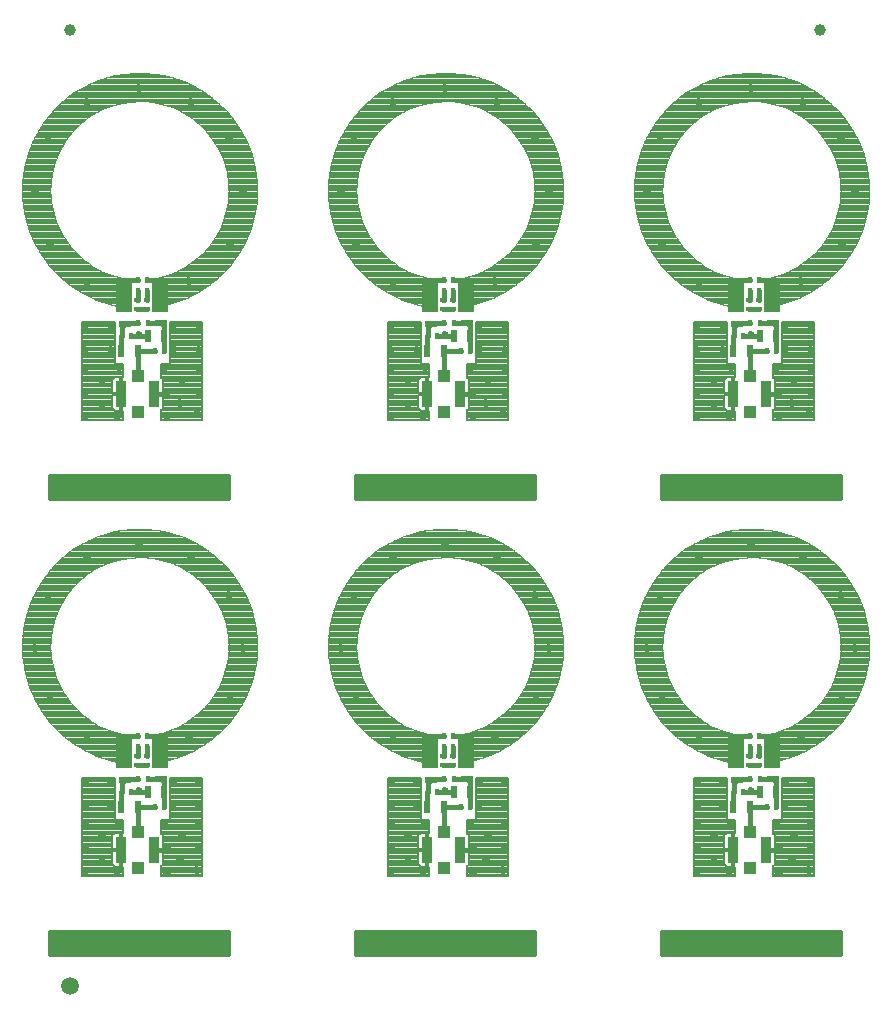
<source format=gtl>
G75*
%MOIN*%
%OFA0B0*%
%FSLAX25Y25*%
%IPPOS*%
%LPD*%
%AMOC8*
5,1,8,0,0,1.08239X$1,22.5*
%
%ADD10R,0.01575X0.02362*%
%ADD11R,0.02362X0.01575*%
%ADD12R,0.03346X0.08661*%
%ADD13R,0.03937X0.04134*%
%ADD14R,0.03937X0.01969*%
%ADD15R,0.01969X0.03937*%
%ADD16C,0.00394*%
%ADD17R,0.05315X0.11417*%
%ADD18C,0.03937*%
%ADD19C,0.05906*%
%ADD20C,0.01600*%
%ADD21C,0.01800*%
%ADD22C,0.02700*%
%ADD23C,0.00800*%
%ADD24C,0.01000*%
%ADD25C,0.06000*%
D10*
X0092520Y0085188D03*
X0095669Y0085188D03*
X0097984Y0089361D03*
X0101134Y0089361D03*
X0103441Y0080026D03*
X0106591Y0080026D03*
X0104036Y0100105D03*
X0100886Y0100105D03*
X0097736Y0100125D03*
X0094587Y0100125D03*
X0097854Y0103719D03*
X0101004Y0103719D03*
X0194520Y0085188D03*
X0197669Y0085188D03*
X0199984Y0089361D03*
X0203134Y0089361D03*
X0205441Y0080026D03*
X0208591Y0080026D03*
X0206036Y0100105D03*
X0202886Y0100105D03*
X0199736Y0100125D03*
X0196587Y0100125D03*
X0199854Y0103719D03*
X0203004Y0103719D03*
X0296520Y0085188D03*
X0299669Y0085188D03*
X0301984Y0089361D03*
X0305134Y0089361D03*
X0307441Y0080026D03*
X0310591Y0080026D03*
X0308036Y0100105D03*
X0304886Y0100105D03*
X0301736Y0100125D03*
X0298587Y0100125D03*
X0301854Y0103719D03*
X0305004Y0103719D03*
X0307441Y0232026D03*
X0310591Y0232026D03*
X0305134Y0241361D03*
X0301984Y0241361D03*
X0299669Y0237188D03*
X0296520Y0237188D03*
X0298587Y0252125D03*
X0301736Y0252125D03*
X0304886Y0252105D03*
X0308036Y0252105D03*
X0305004Y0255719D03*
X0301854Y0255719D03*
X0206036Y0252105D03*
X0202886Y0252105D03*
X0199736Y0252125D03*
X0196587Y0252125D03*
X0199854Y0255719D03*
X0203004Y0255719D03*
X0203134Y0241361D03*
X0199984Y0241361D03*
X0197669Y0237188D03*
X0194520Y0237188D03*
X0205441Y0232026D03*
X0208591Y0232026D03*
X0106591Y0232026D03*
X0103441Y0232026D03*
X0095669Y0237188D03*
X0092520Y0237188D03*
X0097984Y0241361D03*
X0101134Y0241361D03*
X0100886Y0252105D03*
X0104036Y0252105D03*
X0101004Y0255719D03*
X0097854Y0255719D03*
X0097736Y0252125D03*
X0094587Y0252125D03*
D11*
X0097630Y0249117D03*
X0097630Y0245967D03*
X0100866Y0246007D03*
X0100866Y0249156D03*
X0199630Y0249117D03*
X0199630Y0245967D03*
X0202866Y0246007D03*
X0202866Y0249156D03*
X0301630Y0249117D03*
X0301630Y0245967D03*
X0304866Y0246007D03*
X0304866Y0249156D03*
X0304866Y0097156D03*
X0304866Y0094007D03*
X0301630Y0093967D03*
X0301630Y0097117D03*
X0202866Y0097156D03*
X0202866Y0094007D03*
X0199630Y0093967D03*
X0199630Y0097117D03*
X0100866Y0097156D03*
X0100866Y0094007D03*
X0097630Y0093967D03*
X0097630Y0097117D03*
D12*
X0092335Y0065830D03*
X0103161Y0065830D03*
X0194335Y0065830D03*
X0205161Y0065830D03*
X0296335Y0065830D03*
X0307161Y0065830D03*
X0307161Y0217830D03*
X0296335Y0217830D03*
X0205161Y0217830D03*
X0194335Y0217830D03*
X0103161Y0217830D03*
X0092335Y0217830D03*
D13*
X0097748Y0211826D03*
X0097748Y0223833D03*
X0199748Y0223833D03*
X0199748Y0211826D03*
X0301748Y0211826D03*
X0301748Y0223833D03*
X0301748Y0071833D03*
X0301748Y0059826D03*
X0199748Y0059826D03*
X0199748Y0071833D03*
X0097748Y0071833D03*
X0097748Y0059826D03*
D14*
X0093421Y0089262D03*
X0093421Y0094675D03*
X0105724Y0094715D03*
X0105724Y0089301D03*
X0195421Y0089262D03*
X0195421Y0094675D03*
X0207724Y0094715D03*
X0207724Y0089301D03*
X0297421Y0089262D03*
X0297421Y0094675D03*
X0309724Y0094715D03*
X0309724Y0089301D03*
X0309724Y0241301D03*
X0309724Y0246715D03*
X0297421Y0246675D03*
X0297421Y0241262D03*
X0207724Y0241301D03*
X0207724Y0246715D03*
X0195421Y0246675D03*
X0195421Y0241262D03*
X0105724Y0241301D03*
X0105724Y0246715D03*
X0093421Y0246675D03*
X0093421Y0241262D03*
D15*
X0101142Y0237160D03*
X0106555Y0237160D03*
X0097787Y0232085D03*
X0092374Y0232085D03*
X0194374Y0232085D03*
X0199787Y0232085D03*
X0203142Y0237160D03*
X0208555Y0237160D03*
X0296374Y0232085D03*
X0301787Y0232085D03*
X0305142Y0237160D03*
X0310555Y0237160D03*
X0310555Y0085160D03*
X0305142Y0085160D03*
X0301787Y0080085D03*
X0296374Y0080085D03*
X0208555Y0085160D03*
X0203142Y0085160D03*
X0199787Y0080085D03*
X0194374Y0080085D03*
X0106555Y0085160D03*
X0101142Y0085160D03*
X0097787Y0080085D03*
X0092374Y0080085D03*
D16*
X0094095Y0094747D02*
X0090709Y0095259D01*
X0087362Y0096085D01*
X0084055Y0097188D01*
X0079528Y0099314D01*
X0076654Y0101085D01*
X0073858Y0103133D01*
X0071024Y0105692D01*
X0068543Y0108251D01*
X0066181Y0111322D01*
X0063465Y0115849D01*
X0061575Y0120219D01*
X0060118Y0125141D01*
X0059252Y0130731D01*
X0059173Y0134550D01*
X0059449Y0138369D01*
X0059921Y0141400D01*
X0060512Y0143881D01*
X0061417Y0146833D01*
X0062638Y0149865D01*
X0064134Y0152818D01*
X0066142Y0156085D01*
X0068504Y0159117D01*
X0070709Y0161519D01*
X0073898Y0164353D01*
X0076063Y0165967D01*
X0078661Y0167621D01*
X0081732Y0169235D01*
X0084410Y0170416D01*
X0087008Y0171282D01*
X0089843Y0172030D01*
X0093150Y0172621D01*
X0096929Y0172896D01*
X0100236Y0172896D01*
X0103504Y0172581D01*
X0106417Y0172109D01*
X0109921Y0171204D01*
X0113268Y0170022D01*
X0116614Y0168487D01*
X0119449Y0166833D01*
X0122992Y0164274D01*
X0125315Y0162267D01*
X0127520Y0159983D01*
X0129961Y0157030D01*
X0131654Y0154550D01*
X0133189Y0151833D01*
X0134567Y0148959D01*
X0135787Y0145692D01*
X0136732Y0142070D01*
X0137284Y0138999D01*
X0137559Y0135928D01*
X0137638Y0133054D01*
X0137441Y0129904D01*
X0137008Y0126715D01*
X0136339Y0123763D01*
X0135551Y0121164D01*
X0134213Y0117700D01*
X0132874Y0115022D01*
X0131339Y0112463D01*
X0130039Y0110534D01*
X0128465Y0108566D01*
X0126339Y0106204D01*
X0124331Y0104314D01*
X0122008Y0102424D01*
X0119606Y0100731D01*
X0116339Y0098841D01*
X0113386Y0097463D01*
X0110394Y0096400D01*
X0107008Y0095456D01*
X0104331Y0094944D01*
X0102854Y0094767D01*
X0102854Y0104373D01*
X0103465Y0104471D01*
X0105748Y0104944D01*
X0108661Y0105849D01*
X0111299Y0106952D01*
X0113937Y0108408D01*
X0116693Y0110298D01*
X0119488Y0112818D01*
X0121536Y0115062D01*
X0123622Y0118015D01*
X0125197Y0120928D01*
X0126378Y0123684D01*
X0127323Y0127109D01*
X0127874Y0129747D01*
X0128071Y0133369D01*
X0127953Y0136479D01*
X0127480Y0139668D01*
X0126850Y0142345D01*
X0125748Y0145298D01*
X0124331Y0148251D01*
X0122362Y0151282D01*
X0120394Y0153644D01*
X0118622Y0155456D01*
X0115827Y0157778D01*
X0113701Y0159156D01*
X0111614Y0160298D01*
X0109213Y0161400D01*
X0106969Y0162148D01*
X0104213Y0162818D01*
X0100473Y0163330D01*
X0098071Y0163408D01*
X0095512Y0163290D01*
X0092559Y0162857D01*
X0090000Y0162188D01*
X0087008Y0161125D01*
X0083976Y0159707D01*
X0080827Y0157660D01*
X0078543Y0155849D01*
X0076339Y0153605D01*
X0074213Y0151007D01*
X0072795Y0148763D01*
X0071457Y0146322D01*
X0070158Y0143093D01*
X0069213Y0139314D01*
X0068780Y0136322D01*
X0068701Y0133133D01*
X0068898Y0130180D01*
X0069410Y0126991D01*
X0070512Y0123448D01*
X0071772Y0120495D01*
X0073071Y0118054D01*
X0075512Y0114707D01*
X0077756Y0112306D01*
X0079882Y0110495D01*
X0081457Y0109314D01*
X0082638Y0108526D01*
X0085394Y0106952D01*
X0089331Y0105377D01*
X0092480Y0104589D01*
X0094843Y0104196D01*
X0094843Y0094747D01*
X0094095Y0094747D01*
X0094843Y0095034D02*
X0092196Y0095034D01*
X0090031Y0095426D02*
X0094843Y0095426D01*
X0094843Y0095818D02*
X0088444Y0095818D01*
X0086987Y0096210D02*
X0094843Y0096210D01*
X0094843Y0096603D02*
X0085810Y0096603D01*
X0084634Y0096995D02*
X0094843Y0096995D01*
X0094843Y0097387D02*
X0083631Y0097387D01*
X0082795Y0097779D02*
X0094843Y0097779D01*
X0094843Y0098172D02*
X0081960Y0098172D01*
X0081125Y0098564D02*
X0094843Y0098564D01*
X0094843Y0098956D02*
X0080290Y0098956D01*
X0079472Y0099348D02*
X0094843Y0099348D01*
X0094843Y0099740D02*
X0078836Y0099740D01*
X0078199Y0100133D02*
X0094843Y0100133D01*
X0094843Y0100525D02*
X0077563Y0100525D01*
X0076927Y0100917D02*
X0094843Y0100917D01*
X0094843Y0101309D02*
X0076348Y0101309D01*
X0075813Y0101701D02*
X0094843Y0101701D01*
X0094843Y0102094D02*
X0075277Y0102094D01*
X0074741Y0102486D02*
X0094843Y0102486D01*
X0094843Y0102878D02*
X0074206Y0102878D01*
X0073706Y0103270D02*
X0094843Y0103270D01*
X0094843Y0103663D02*
X0073271Y0103663D01*
X0072837Y0104055D02*
X0094843Y0104055D01*
X0093335Y0104447D02*
X0072403Y0104447D01*
X0071968Y0104839D02*
X0091481Y0104839D01*
X0089912Y0105231D02*
X0071534Y0105231D01*
X0071099Y0105624D02*
X0088714Y0105624D01*
X0087733Y0106016D02*
X0070710Y0106016D01*
X0070329Y0106408D02*
X0086753Y0106408D01*
X0085772Y0106800D02*
X0069949Y0106800D01*
X0069569Y0107192D02*
X0084972Y0107192D01*
X0084286Y0107585D02*
X0069189Y0107585D01*
X0068809Y0107977D02*
X0083600Y0107977D01*
X0082913Y0108369D02*
X0068452Y0108369D01*
X0068151Y0108761D02*
X0082286Y0108761D01*
X0081697Y0109153D02*
X0067849Y0109153D01*
X0067547Y0109546D02*
X0081148Y0109546D01*
X0080625Y0109938D02*
X0067246Y0109938D01*
X0066944Y0110330D02*
X0080102Y0110330D01*
X0079615Y0110722D02*
X0066642Y0110722D01*
X0066340Y0111115D02*
X0079155Y0111115D01*
X0078694Y0111507D02*
X0066070Y0111507D01*
X0065835Y0111899D02*
X0078234Y0111899D01*
X0077773Y0112291D02*
X0065599Y0112291D01*
X0065364Y0112683D02*
X0077403Y0112683D01*
X0077037Y0113076D02*
X0065129Y0113076D01*
X0064893Y0113468D02*
X0076670Y0113468D01*
X0076304Y0113860D02*
X0064658Y0113860D01*
X0064423Y0114252D02*
X0075937Y0114252D01*
X0075571Y0114644D02*
X0064187Y0114644D01*
X0063952Y0115037D02*
X0075272Y0115037D01*
X0074986Y0115429D02*
X0063717Y0115429D01*
X0063482Y0115821D02*
X0074700Y0115821D01*
X0074414Y0116213D02*
X0063307Y0116213D01*
X0063138Y0116606D02*
X0074127Y0116606D01*
X0073841Y0116998D02*
X0062968Y0116998D01*
X0062798Y0117390D02*
X0073555Y0117390D01*
X0073269Y0117782D02*
X0062629Y0117782D01*
X0062459Y0118174D02*
X0073007Y0118174D01*
X0072798Y0118567D02*
X0062290Y0118567D01*
X0062120Y0118959D02*
X0072589Y0118959D01*
X0072381Y0119351D02*
X0061950Y0119351D01*
X0061781Y0119743D02*
X0072172Y0119743D01*
X0071963Y0120135D02*
X0061611Y0120135D01*
X0061484Y0120528D02*
X0071758Y0120528D01*
X0071590Y0120920D02*
X0061368Y0120920D01*
X0061251Y0121312D02*
X0071423Y0121312D01*
X0071256Y0121704D02*
X0061135Y0121704D01*
X0061019Y0122096D02*
X0071088Y0122096D01*
X0070921Y0122489D02*
X0060903Y0122489D01*
X0060787Y0122881D02*
X0070754Y0122881D01*
X0070586Y0123273D02*
X0060671Y0123273D01*
X0060555Y0123665D02*
X0070444Y0123665D01*
X0070322Y0124058D02*
X0060439Y0124058D01*
X0060323Y0124450D02*
X0070200Y0124450D01*
X0070078Y0124842D02*
X0060207Y0124842D01*
X0060104Y0125234D02*
X0069956Y0125234D01*
X0069834Y0125626D02*
X0060043Y0125626D01*
X0059982Y0126019D02*
X0069712Y0126019D01*
X0069590Y0126411D02*
X0059921Y0126411D01*
X0059861Y0126803D02*
X0069468Y0126803D01*
X0069377Y0127195D02*
X0059800Y0127195D01*
X0059739Y0127587D02*
X0069314Y0127587D01*
X0069251Y0127980D02*
X0059678Y0127980D01*
X0059618Y0128372D02*
X0069188Y0128372D01*
X0069125Y0128764D02*
X0059557Y0128764D01*
X0059496Y0129156D02*
X0069062Y0129156D01*
X0068999Y0129549D02*
X0059435Y0129549D01*
X0059374Y0129941D02*
X0068936Y0129941D01*
X0068888Y0130333D02*
X0059314Y0130333D01*
X0059253Y0130725D02*
X0068861Y0130725D01*
X0068835Y0131117D02*
X0059244Y0131117D01*
X0059236Y0131510D02*
X0068809Y0131510D01*
X0068783Y0131902D02*
X0059228Y0131902D01*
X0059220Y0132294D02*
X0068757Y0132294D01*
X0068731Y0132686D02*
X0059212Y0132686D01*
X0059204Y0133078D02*
X0068704Y0133078D01*
X0068709Y0133471D02*
X0059196Y0133471D01*
X0059187Y0133863D02*
X0068719Y0133863D01*
X0068729Y0134255D02*
X0059179Y0134255D01*
X0059180Y0134647D02*
X0068738Y0134647D01*
X0068748Y0135039D02*
X0059209Y0135039D01*
X0059237Y0135432D02*
X0068758Y0135432D01*
X0068767Y0135824D02*
X0059265Y0135824D01*
X0059294Y0136216D02*
X0068777Y0136216D01*
X0068821Y0136608D02*
X0059322Y0136608D01*
X0059350Y0137001D02*
X0068878Y0137001D01*
X0068935Y0137393D02*
X0059378Y0137393D01*
X0059407Y0137785D02*
X0068991Y0137785D01*
X0069048Y0138177D02*
X0059435Y0138177D01*
X0059480Y0138569D02*
X0069105Y0138569D01*
X0069162Y0138962D02*
X0059541Y0138962D01*
X0059602Y0139354D02*
X0069223Y0139354D01*
X0069321Y0139746D02*
X0059664Y0139746D01*
X0059725Y0140138D02*
X0069419Y0140138D01*
X0069517Y0140530D02*
X0059786Y0140530D01*
X0059847Y0140923D02*
X0069615Y0140923D01*
X0069713Y0141315D02*
X0059908Y0141315D01*
X0059994Y0141707D02*
X0069811Y0141707D01*
X0069909Y0142099D02*
X0060088Y0142099D01*
X0060181Y0142492D02*
X0070007Y0142492D01*
X0070105Y0142884D02*
X0060275Y0142884D01*
X0060368Y0143276D02*
X0070231Y0143276D01*
X0070389Y0143668D02*
X0060461Y0143668D01*
X0060567Y0144060D02*
X0070547Y0144060D01*
X0070705Y0144453D02*
X0060687Y0144453D01*
X0060808Y0144845D02*
X0070862Y0144845D01*
X0071020Y0145237D02*
X0060928Y0145237D01*
X0061048Y0145629D02*
X0071178Y0145629D01*
X0071336Y0146021D02*
X0061168Y0146021D01*
X0061289Y0146414D02*
X0071507Y0146414D01*
X0071722Y0146806D02*
X0061409Y0146806D01*
X0061564Y0147198D02*
X0071937Y0147198D01*
X0072152Y0147590D02*
X0061722Y0147590D01*
X0061880Y0147982D02*
X0072368Y0147982D01*
X0072583Y0148375D02*
X0062038Y0148375D01*
X0062196Y0148767D02*
X0072798Y0148767D01*
X0073046Y0149159D02*
X0062354Y0149159D01*
X0062512Y0149551D02*
X0073293Y0149551D01*
X0073541Y0149944D02*
X0062678Y0149944D01*
X0062876Y0150336D02*
X0073789Y0150336D01*
X0074037Y0150728D02*
X0063075Y0150728D01*
X0063274Y0151120D02*
X0074306Y0151120D01*
X0074626Y0151512D02*
X0063473Y0151512D01*
X0063671Y0151905D02*
X0074947Y0151905D01*
X0075268Y0152297D02*
X0063870Y0152297D01*
X0064069Y0152689D02*
X0075589Y0152689D01*
X0075910Y0153081D02*
X0064296Y0153081D01*
X0064537Y0153473D02*
X0076231Y0153473D01*
X0076595Y0153866D02*
X0064778Y0153866D01*
X0065019Y0154258D02*
X0076980Y0154258D01*
X0077365Y0154650D02*
X0065260Y0154650D01*
X0065501Y0155042D02*
X0077751Y0155042D01*
X0078136Y0155435D02*
X0065742Y0155435D01*
X0065983Y0155827D02*
X0078521Y0155827D01*
X0079010Y0156219D02*
X0066246Y0156219D01*
X0066551Y0156611D02*
X0079504Y0156611D01*
X0079999Y0157003D02*
X0066857Y0157003D01*
X0067163Y0157396D02*
X0080493Y0157396D01*
X0081023Y0157788D02*
X0067468Y0157788D01*
X0067774Y0158180D02*
X0081626Y0158180D01*
X0082230Y0158572D02*
X0068080Y0158572D01*
X0068385Y0158964D02*
X0082833Y0158964D01*
X0083437Y0159357D02*
X0068724Y0159357D01*
X0069084Y0159749D02*
X0084065Y0159749D01*
X0084904Y0160141D02*
X0069444Y0160141D01*
X0069804Y0160533D02*
X0085743Y0160533D01*
X0086582Y0160925D02*
X0070164Y0160925D01*
X0070524Y0161318D02*
X0087551Y0161318D01*
X0088655Y0161710D02*
X0070924Y0161710D01*
X0071365Y0162102D02*
X0089759Y0162102D01*
X0091172Y0162494D02*
X0071807Y0162494D01*
X0072248Y0162887D02*
X0092760Y0162887D01*
X0095434Y0163279D02*
X0072689Y0163279D01*
X0073130Y0163671D02*
X0123690Y0163671D01*
X0123237Y0164063D02*
X0073571Y0164063D01*
X0074035Y0164455D02*
X0122742Y0164455D01*
X0122199Y0164848D02*
X0074561Y0164848D01*
X0075087Y0165240D02*
X0121655Y0165240D01*
X0121112Y0165632D02*
X0075613Y0165632D01*
X0076153Y0166024D02*
X0120569Y0166024D01*
X0120026Y0166416D02*
X0076769Y0166416D01*
X0077385Y0166809D02*
X0119483Y0166809D01*
X0118819Y0167201D02*
X0078002Y0167201D01*
X0078618Y0167593D02*
X0118147Y0167593D01*
X0117474Y0167985D02*
X0079355Y0167985D01*
X0080101Y0168378D02*
X0116802Y0168378D01*
X0115998Y0168770D02*
X0080847Y0168770D01*
X0081593Y0169162D02*
X0115143Y0169162D01*
X0114288Y0169554D02*
X0082456Y0169554D01*
X0083345Y0169946D02*
X0113434Y0169946D01*
X0112372Y0170339D02*
X0084234Y0170339D01*
X0085353Y0170731D02*
X0111261Y0170731D01*
X0110150Y0171123D02*
X0086530Y0171123D01*
X0087891Y0171515D02*
X0108715Y0171515D01*
X0107198Y0171907D02*
X0089377Y0171907D01*
X0091351Y0172300D02*
X0105242Y0172300D01*
X0102359Y0172692D02*
X0094123Y0172692D01*
X0100844Y0163279D02*
X0124144Y0163279D01*
X0124598Y0162887D02*
X0103710Y0162887D01*
X0105544Y0162494D02*
X0125052Y0162494D01*
X0125474Y0162102D02*
X0107108Y0162102D01*
X0108284Y0161710D02*
X0125852Y0161710D01*
X0126231Y0161318D02*
X0109393Y0161318D01*
X0110247Y0160925D02*
X0126610Y0160925D01*
X0126989Y0160533D02*
X0111102Y0160533D01*
X0111901Y0160141D02*
X0127367Y0160141D01*
X0127713Y0159749D02*
X0112618Y0159749D01*
X0113335Y0159357D02*
X0128038Y0159357D01*
X0128362Y0158964D02*
X0113997Y0158964D01*
X0114602Y0158572D02*
X0128686Y0158572D01*
X0129010Y0158180D02*
X0115207Y0158180D01*
X0115812Y0157788D02*
X0129335Y0157788D01*
X0129659Y0157396D02*
X0116287Y0157396D01*
X0116759Y0157003D02*
X0129979Y0157003D01*
X0130247Y0156611D02*
X0117231Y0156611D01*
X0117703Y0156219D02*
X0130515Y0156219D01*
X0130782Y0155827D02*
X0118175Y0155827D01*
X0118643Y0155435D02*
X0131050Y0155435D01*
X0131318Y0155042D02*
X0119026Y0155042D01*
X0119410Y0154650D02*
X0131585Y0154650D01*
X0131819Y0154258D02*
X0119794Y0154258D01*
X0120177Y0153866D02*
X0132040Y0153866D01*
X0132262Y0153473D02*
X0120536Y0153473D01*
X0120863Y0153081D02*
X0132484Y0153081D01*
X0132705Y0152689D02*
X0121190Y0152689D01*
X0121517Y0152297D02*
X0132927Y0152297D01*
X0133149Y0151905D02*
X0121844Y0151905D01*
X0122171Y0151512D02*
X0133343Y0151512D01*
X0133531Y0151120D02*
X0122468Y0151120D01*
X0122722Y0150728D02*
X0133719Y0150728D01*
X0133907Y0150336D02*
X0122977Y0150336D01*
X0123232Y0149944D02*
X0134095Y0149944D01*
X0134283Y0149551D02*
X0123486Y0149551D01*
X0123741Y0149159D02*
X0134471Y0149159D01*
X0134639Y0148767D02*
X0123996Y0148767D01*
X0124250Y0148375D02*
X0134785Y0148375D01*
X0134932Y0147982D02*
X0124460Y0147982D01*
X0124648Y0147590D02*
X0135078Y0147590D01*
X0135225Y0147198D02*
X0124836Y0147198D01*
X0125024Y0146806D02*
X0135371Y0146806D01*
X0135518Y0146414D02*
X0125213Y0146414D01*
X0125401Y0146021D02*
X0135664Y0146021D01*
X0135804Y0145629D02*
X0125589Y0145629D01*
X0125771Y0145237D02*
X0135906Y0145237D01*
X0136008Y0144845D02*
X0125917Y0144845D01*
X0126064Y0144453D02*
X0136111Y0144453D01*
X0136213Y0144060D02*
X0126210Y0144060D01*
X0126357Y0143668D02*
X0136315Y0143668D01*
X0136418Y0143276D02*
X0126503Y0143276D01*
X0126649Y0142884D02*
X0136520Y0142884D01*
X0136622Y0142492D02*
X0126796Y0142492D01*
X0126908Y0142099D02*
X0136725Y0142099D01*
X0136797Y0141707D02*
X0127001Y0141707D01*
X0127093Y0141315D02*
X0136868Y0141315D01*
X0136938Y0140923D02*
X0127185Y0140923D01*
X0127277Y0140530D02*
X0137009Y0140530D01*
X0137079Y0140138D02*
X0127370Y0140138D01*
X0127462Y0139746D02*
X0137149Y0139746D01*
X0137220Y0139354D02*
X0127527Y0139354D01*
X0127585Y0138962D02*
X0137287Y0138962D01*
X0137322Y0138569D02*
X0127643Y0138569D01*
X0127701Y0138177D02*
X0137357Y0138177D01*
X0137392Y0137785D02*
X0127759Y0137785D01*
X0127817Y0137393D02*
X0137428Y0137393D01*
X0137463Y0137001D02*
X0127876Y0137001D01*
X0127934Y0136608D02*
X0137498Y0136608D01*
X0137533Y0136216D02*
X0127963Y0136216D01*
X0127978Y0135824D02*
X0137562Y0135824D01*
X0137573Y0135432D02*
X0127993Y0135432D01*
X0128007Y0135039D02*
X0137583Y0135039D01*
X0137594Y0134647D02*
X0128022Y0134647D01*
X0128037Y0134255D02*
X0137605Y0134255D01*
X0137616Y0133863D02*
X0128052Y0133863D01*
X0128067Y0133471D02*
X0137626Y0133471D01*
X0137637Y0133078D02*
X0128055Y0133078D01*
X0128034Y0132686D02*
X0137615Y0132686D01*
X0137590Y0132294D02*
X0128013Y0132294D01*
X0127991Y0131902D02*
X0137566Y0131902D01*
X0137541Y0131510D02*
X0127970Y0131510D01*
X0127949Y0131117D02*
X0137517Y0131117D01*
X0137492Y0130725D02*
X0127927Y0130725D01*
X0127906Y0130333D02*
X0137468Y0130333D01*
X0137443Y0129941D02*
X0127885Y0129941D01*
X0127833Y0129549D02*
X0137393Y0129549D01*
X0137339Y0129156D02*
X0127751Y0129156D01*
X0127669Y0128764D02*
X0137286Y0128764D01*
X0137233Y0128372D02*
X0127587Y0128372D01*
X0127505Y0127980D02*
X0137180Y0127980D01*
X0137126Y0127587D02*
X0127423Y0127587D01*
X0127341Y0127195D02*
X0137073Y0127195D01*
X0137020Y0126803D02*
X0127238Y0126803D01*
X0127130Y0126411D02*
X0136939Y0126411D01*
X0136850Y0126019D02*
X0127022Y0126019D01*
X0126914Y0125626D02*
X0136761Y0125626D01*
X0136672Y0125234D02*
X0126806Y0125234D01*
X0126698Y0124842D02*
X0136583Y0124842D01*
X0136494Y0124450D02*
X0126589Y0124450D01*
X0126481Y0124058D02*
X0136405Y0124058D01*
X0136309Y0123665D02*
X0126370Y0123665D01*
X0126202Y0123273D02*
X0136190Y0123273D01*
X0136071Y0122881D02*
X0126034Y0122881D01*
X0125866Y0122489D02*
X0135953Y0122489D01*
X0135834Y0122096D02*
X0125698Y0122096D01*
X0125530Y0121704D02*
X0135715Y0121704D01*
X0135596Y0121312D02*
X0125362Y0121312D01*
X0125193Y0120920D02*
X0135457Y0120920D01*
X0135305Y0120528D02*
X0124981Y0120528D01*
X0124769Y0120135D02*
X0135154Y0120135D01*
X0135002Y0119743D02*
X0124557Y0119743D01*
X0124345Y0119351D02*
X0134851Y0119351D01*
X0134699Y0118959D02*
X0124133Y0118959D01*
X0123921Y0118567D02*
X0134548Y0118567D01*
X0134396Y0118174D02*
X0123709Y0118174D01*
X0123458Y0117782D02*
X0134245Y0117782D01*
X0134058Y0117390D02*
X0123181Y0117390D01*
X0122904Y0116998D02*
X0133862Y0116998D01*
X0133666Y0116606D02*
X0122626Y0116606D01*
X0122349Y0116213D02*
X0133470Y0116213D01*
X0133273Y0115821D02*
X0122072Y0115821D01*
X0121795Y0115429D02*
X0133077Y0115429D01*
X0132881Y0115037D02*
X0121513Y0115037D01*
X0121155Y0114644D02*
X0132647Y0114644D01*
X0132412Y0114252D02*
X0120797Y0114252D01*
X0120439Y0113860D02*
X0132177Y0113860D01*
X0131941Y0113468D02*
X0120081Y0113468D01*
X0119724Y0113076D02*
X0131706Y0113076D01*
X0131471Y0112683D02*
X0119339Y0112683D01*
X0118904Y0112291D02*
X0131223Y0112291D01*
X0130959Y0111899D02*
X0118469Y0111899D01*
X0118034Y0111507D02*
X0130694Y0111507D01*
X0130430Y0111115D02*
X0117599Y0111115D01*
X0117164Y0110722D02*
X0130166Y0110722D01*
X0129876Y0110330D02*
X0116729Y0110330D01*
X0116168Y0109938D02*
X0129562Y0109938D01*
X0129249Y0109546D02*
X0115596Y0109546D01*
X0115024Y0109153D02*
X0128935Y0109153D01*
X0128621Y0108761D02*
X0114452Y0108761D01*
X0113866Y0108369D02*
X0128288Y0108369D01*
X0127935Y0107977D02*
X0113156Y0107977D01*
X0112446Y0107585D02*
X0127582Y0107585D01*
X0127229Y0107192D02*
X0111735Y0107192D01*
X0110937Y0106800D02*
X0126876Y0106800D01*
X0126523Y0106408D02*
X0109999Y0106408D01*
X0109060Y0106016D02*
X0126139Y0106016D01*
X0125722Y0105624D02*
X0107936Y0105624D01*
X0106674Y0105231D02*
X0125306Y0105231D01*
X0124889Y0104839D02*
X0105243Y0104839D01*
X0103314Y0104447D02*
X0124472Y0104447D01*
X0124012Y0104055D02*
X0102854Y0104055D01*
X0102854Y0103663D02*
X0123530Y0103663D01*
X0123048Y0103270D02*
X0102854Y0103270D01*
X0102854Y0102878D02*
X0122566Y0102878D01*
X0122084Y0102486D02*
X0102854Y0102486D01*
X0102854Y0102094D02*
X0121539Y0102094D01*
X0120983Y0101701D02*
X0102854Y0101701D01*
X0102854Y0101309D02*
X0120427Y0101309D01*
X0119870Y0100917D02*
X0102854Y0100917D01*
X0102854Y0100525D02*
X0119250Y0100525D01*
X0118571Y0100133D02*
X0102854Y0100133D01*
X0102854Y0099740D02*
X0117893Y0099740D01*
X0117215Y0099348D02*
X0102854Y0099348D01*
X0102854Y0098956D02*
X0116537Y0098956D01*
X0115744Y0098564D02*
X0102854Y0098564D01*
X0102854Y0098172D02*
X0114903Y0098172D01*
X0114063Y0097779D02*
X0102854Y0097779D01*
X0102854Y0097387D02*
X0113171Y0097387D01*
X0112067Y0096995D02*
X0102854Y0096995D01*
X0102854Y0096603D02*
X0110963Y0096603D01*
X0109713Y0096210D02*
X0102854Y0096210D01*
X0102854Y0095818D02*
X0108308Y0095818D01*
X0106854Y0095426D02*
X0102854Y0095426D01*
X0102854Y0095034D02*
X0104802Y0095034D01*
X0163575Y0120219D02*
X0165465Y0115849D01*
X0168181Y0111322D01*
X0170543Y0108251D01*
X0173024Y0105692D01*
X0175858Y0103133D01*
X0178654Y0101085D01*
X0181528Y0099314D01*
X0186055Y0097188D01*
X0189362Y0096085D01*
X0192709Y0095259D01*
X0196095Y0094747D01*
X0196843Y0094747D01*
X0196843Y0104196D01*
X0194480Y0104589D01*
X0191331Y0105377D01*
X0187394Y0106952D01*
X0184638Y0108526D01*
X0183457Y0109314D01*
X0181882Y0110495D01*
X0179756Y0112306D01*
X0177512Y0114707D01*
X0175071Y0118054D01*
X0173772Y0120495D01*
X0172512Y0123448D01*
X0171410Y0126991D01*
X0170898Y0130180D01*
X0170701Y0133133D01*
X0170780Y0136322D01*
X0171213Y0139314D01*
X0172158Y0143093D01*
X0173457Y0146322D01*
X0174795Y0148763D01*
X0176213Y0151007D01*
X0178339Y0153605D01*
X0180543Y0155849D01*
X0182827Y0157660D01*
X0185976Y0159707D01*
X0189008Y0161125D01*
X0192000Y0162188D01*
X0194559Y0162857D01*
X0197512Y0163290D01*
X0200071Y0163408D01*
X0202473Y0163330D01*
X0206213Y0162818D01*
X0208969Y0162148D01*
X0211213Y0161400D01*
X0213614Y0160298D01*
X0215701Y0159156D01*
X0217827Y0157778D01*
X0220622Y0155456D01*
X0222394Y0153644D01*
X0224362Y0151282D01*
X0226331Y0148251D01*
X0227748Y0145298D01*
X0228850Y0142345D01*
X0229480Y0139668D01*
X0229953Y0136479D01*
X0230071Y0133369D01*
X0229874Y0129747D01*
X0229323Y0127109D01*
X0228378Y0123684D01*
X0227197Y0120928D01*
X0225622Y0118015D01*
X0223536Y0115062D01*
X0221488Y0112818D01*
X0218693Y0110298D01*
X0215937Y0108408D01*
X0213299Y0106952D01*
X0210661Y0105849D01*
X0207748Y0104944D01*
X0205465Y0104471D01*
X0204854Y0104373D01*
X0204854Y0094767D01*
X0206331Y0094944D01*
X0209008Y0095456D01*
X0212394Y0096400D01*
X0215386Y0097463D01*
X0218339Y0098841D01*
X0221606Y0100731D01*
X0224008Y0102424D01*
X0226331Y0104314D01*
X0228339Y0106204D01*
X0230465Y0108566D01*
X0232039Y0110534D01*
X0233339Y0112463D01*
X0234874Y0115022D01*
X0236213Y0117700D01*
X0237551Y0121164D01*
X0238339Y0123763D01*
X0239008Y0126715D01*
X0239441Y0129904D01*
X0239638Y0133054D01*
X0239559Y0135928D01*
X0239284Y0138999D01*
X0238732Y0142070D01*
X0237787Y0145692D01*
X0236567Y0148959D01*
X0235189Y0151833D01*
X0233654Y0154550D01*
X0231961Y0157030D01*
X0229520Y0159983D01*
X0227315Y0162267D01*
X0224992Y0164274D01*
X0221449Y0166833D01*
X0218614Y0168487D01*
X0215268Y0170022D01*
X0211921Y0171204D01*
X0208417Y0172109D01*
X0205504Y0172581D01*
X0202236Y0172896D01*
X0198929Y0172896D01*
X0195150Y0172621D01*
X0191843Y0172030D01*
X0189008Y0171282D01*
X0186410Y0170416D01*
X0183732Y0169235D01*
X0180661Y0167621D01*
X0178063Y0165967D01*
X0175898Y0164353D01*
X0172709Y0161519D01*
X0170504Y0159117D01*
X0168142Y0156085D01*
X0166134Y0152818D01*
X0164638Y0149865D01*
X0163417Y0146833D01*
X0162512Y0143881D01*
X0161921Y0141400D01*
X0161449Y0138369D01*
X0161173Y0134550D01*
X0161252Y0130731D01*
X0162118Y0125141D01*
X0163575Y0120219D01*
X0163611Y0120135D02*
X0173963Y0120135D01*
X0173758Y0120528D02*
X0163484Y0120528D01*
X0163368Y0120920D02*
X0173590Y0120920D01*
X0173423Y0121312D02*
X0163251Y0121312D01*
X0163135Y0121704D02*
X0173256Y0121704D01*
X0173088Y0122096D02*
X0163019Y0122096D01*
X0162903Y0122489D02*
X0172921Y0122489D01*
X0172754Y0122881D02*
X0162787Y0122881D01*
X0162671Y0123273D02*
X0172586Y0123273D01*
X0172444Y0123665D02*
X0162555Y0123665D01*
X0162439Y0124058D02*
X0172322Y0124058D01*
X0172200Y0124450D02*
X0162323Y0124450D01*
X0162207Y0124842D02*
X0172078Y0124842D01*
X0171956Y0125234D02*
X0162104Y0125234D01*
X0162043Y0125626D02*
X0171834Y0125626D01*
X0171712Y0126019D02*
X0161982Y0126019D01*
X0161921Y0126411D02*
X0171590Y0126411D01*
X0171468Y0126803D02*
X0161861Y0126803D01*
X0161800Y0127195D02*
X0171377Y0127195D01*
X0171314Y0127587D02*
X0161739Y0127587D01*
X0161678Y0127980D02*
X0171251Y0127980D01*
X0171188Y0128372D02*
X0161618Y0128372D01*
X0161557Y0128764D02*
X0171125Y0128764D01*
X0171062Y0129156D02*
X0161496Y0129156D01*
X0161435Y0129549D02*
X0170999Y0129549D01*
X0170936Y0129941D02*
X0161374Y0129941D01*
X0161314Y0130333D02*
X0170888Y0130333D01*
X0170861Y0130725D02*
X0161253Y0130725D01*
X0161244Y0131117D02*
X0170835Y0131117D01*
X0170809Y0131510D02*
X0161236Y0131510D01*
X0161228Y0131902D02*
X0170783Y0131902D01*
X0170757Y0132294D02*
X0161220Y0132294D01*
X0161212Y0132686D02*
X0170731Y0132686D01*
X0170704Y0133078D02*
X0161204Y0133078D01*
X0161196Y0133471D02*
X0170709Y0133471D01*
X0170719Y0133863D02*
X0161187Y0133863D01*
X0161179Y0134255D02*
X0170729Y0134255D01*
X0170738Y0134647D02*
X0161180Y0134647D01*
X0161209Y0135039D02*
X0170748Y0135039D01*
X0170758Y0135432D02*
X0161237Y0135432D01*
X0161265Y0135824D02*
X0170767Y0135824D01*
X0170777Y0136216D02*
X0161294Y0136216D01*
X0161322Y0136608D02*
X0170821Y0136608D01*
X0170878Y0137001D02*
X0161350Y0137001D01*
X0161378Y0137393D02*
X0170935Y0137393D01*
X0170991Y0137785D02*
X0161407Y0137785D01*
X0161435Y0138177D02*
X0171048Y0138177D01*
X0171105Y0138569D02*
X0161480Y0138569D01*
X0161541Y0138962D02*
X0171162Y0138962D01*
X0171223Y0139354D02*
X0161602Y0139354D01*
X0161664Y0139746D02*
X0171321Y0139746D01*
X0171419Y0140138D02*
X0161725Y0140138D01*
X0161786Y0140530D02*
X0171517Y0140530D01*
X0171615Y0140923D02*
X0161847Y0140923D01*
X0161908Y0141315D02*
X0171713Y0141315D01*
X0171811Y0141707D02*
X0161994Y0141707D01*
X0162088Y0142099D02*
X0171909Y0142099D01*
X0172007Y0142492D02*
X0162181Y0142492D01*
X0162275Y0142884D02*
X0172105Y0142884D01*
X0172231Y0143276D02*
X0162368Y0143276D01*
X0162461Y0143668D02*
X0172389Y0143668D01*
X0172547Y0144060D02*
X0162567Y0144060D01*
X0162687Y0144453D02*
X0172705Y0144453D01*
X0172862Y0144845D02*
X0162808Y0144845D01*
X0162928Y0145237D02*
X0173020Y0145237D01*
X0173178Y0145629D02*
X0163048Y0145629D01*
X0163168Y0146021D02*
X0173336Y0146021D01*
X0173507Y0146414D02*
X0163289Y0146414D01*
X0163409Y0146806D02*
X0173722Y0146806D01*
X0173937Y0147198D02*
X0163564Y0147198D01*
X0163722Y0147590D02*
X0174152Y0147590D01*
X0174368Y0147982D02*
X0163880Y0147982D01*
X0164038Y0148375D02*
X0174583Y0148375D01*
X0174798Y0148767D02*
X0164196Y0148767D01*
X0164354Y0149159D02*
X0175046Y0149159D01*
X0175293Y0149551D02*
X0164512Y0149551D01*
X0164678Y0149944D02*
X0175541Y0149944D01*
X0175789Y0150336D02*
X0164876Y0150336D01*
X0165075Y0150728D02*
X0176037Y0150728D01*
X0176306Y0151120D02*
X0165274Y0151120D01*
X0165473Y0151512D02*
X0176626Y0151512D01*
X0176947Y0151905D02*
X0165671Y0151905D01*
X0165870Y0152297D02*
X0177268Y0152297D01*
X0177589Y0152689D02*
X0166069Y0152689D01*
X0166296Y0153081D02*
X0177910Y0153081D01*
X0178231Y0153473D02*
X0166537Y0153473D01*
X0166778Y0153866D02*
X0178595Y0153866D01*
X0178980Y0154258D02*
X0167019Y0154258D01*
X0167260Y0154650D02*
X0179365Y0154650D01*
X0179751Y0155042D02*
X0167501Y0155042D01*
X0167742Y0155435D02*
X0180136Y0155435D01*
X0180521Y0155827D02*
X0167983Y0155827D01*
X0168246Y0156219D02*
X0181010Y0156219D01*
X0181504Y0156611D02*
X0168551Y0156611D01*
X0168857Y0157003D02*
X0181999Y0157003D01*
X0182493Y0157396D02*
X0169163Y0157396D01*
X0169468Y0157788D02*
X0183023Y0157788D01*
X0183626Y0158180D02*
X0169774Y0158180D01*
X0170080Y0158572D02*
X0184230Y0158572D01*
X0184833Y0158964D02*
X0170385Y0158964D01*
X0170724Y0159357D02*
X0185437Y0159357D01*
X0186065Y0159749D02*
X0171084Y0159749D01*
X0171444Y0160141D02*
X0186904Y0160141D01*
X0187743Y0160533D02*
X0171804Y0160533D01*
X0172164Y0160925D02*
X0188582Y0160925D01*
X0189551Y0161318D02*
X0172524Y0161318D01*
X0172924Y0161710D02*
X0190655Y0161710D01*
X0191759Y0162102D02*
X0173365Y0162102D01*
X0173807Y0162494D02*
X0193172Y0162494D01*
X0194760Y0162887D02*
X0174248Y0162887D01*
X0174689Y0163279D02*
X0197434Y0163279D01*
X0202844Y0163279D02*
X0226144Y0163279D01*
X0225690Y0163671D02*
X0175130Y0163671D01*
X0175571Y0164063D02*
X0225237Y0164063D01*
X0224742Y0164455D02*
X0176035Y0164455D01*
X0176561Y0164848D02*
X0224199Y0164848D01*
X0223655Y0165240D02*
X0177087Y0165240D01*
X0177613Y0165632D02*
X0223112Y0165632D01*
X0222569Y0166024D02*
X0178153Y0166024D01*
X0178769Y0166416D02*
X0222026Y0166416D01*
X0221483Y0166809D02*
X0179385Y0166809D01*
X0180002Y0167201D02*
X0220819Y0167201D01*
X0220147Y0167593D02*
X0180618Y0167593D01*
X0181355Y0167985D02*
X0219474Y0167985D01*
X0218802Y0168378D02*
X0182101Y0168378D01*
X0182847Y0168770D02*
X0217998Y0168770D01*
X0217143Y0169162D02*
X0183593Y0169162D01*
X0184456Y0169554D02*
X0216288Y0169554D01*
X0215434Y0169946D02*
X0185345Y0169946D01*
X0186234Y0170339D02*
X0214372Y0170339D01*
X0213261Y0170731D02*
X0187353Y0170731D01*
X0188530Y0171123D02*
X0212150Y0171123D01*
X0210715Y0171515D02*
X0189891Y0171515D01*
X0191377Y0171907D02*
X0209198Y0171907D01*
X0207242Y0172300D02*
X0193351Y0172300D01*
X0196123Y0172692D02*
X0204359Y0172692D01*
X0205710Y0162887D02*
X0226598Y0162887D01*
X0227052Y0162494D02*
X0207544Y0162494D01*
X0209108Y0162102D02*
X0227474Y0162102D01*
X0227852Y0161710D02*
X0210284Y0161710D01*
X0211393Y0161318D02*
X0228231Y0161318D01*
X0228610Y0160925D02*
X0212247Y0160925D01*
X0213102Y0160533D02*
X0228989Y0160533D01*
X0229367Y0160141D02*
X0213901Y0160141D01*
X0214618Y0159749D02*
X0229713Y0159749D01*
X0230038Y0159357D02*
X0215335Y0159357D01*
X0215997Y0158964D02*
X0230362Y0158964D01*
X0230686Y0158572D02*
X0216602Y0158572D01*
X0217207Y0158180D02*
X0231010Y0158180D01*
X0231335Y0157788D02*
X0217812Y0157788D01*
X0218287Y0157396D02*
X0231659Y0157396D01*
X0231979Y0157003D02*
X0218759Y0157003D01*
X0219231Y0156611D02*
X0232247Y0156611D01*
X0232515Y0156219D02*
X0219703Y0156219D01*
X0220175Y0155827D02*
X0232782Y0155827D01*
X0233050Y0155435D02*
X0220643Y0155435D01*
X0221026Y0155042D02*
X0233318Y0155042D01*
X0233585Y0154650D02*
X0221410Y0154650D01*
X0221794Y0154258D02*
X0233819Y0154258D01*
X0234040Y0153866D02*
X0222177Y0153866D01*
X0222536Y0153473D02*
X0234262Y0153473D01*
X0234484Y0153081D02*
X0222863Y0153081D01*
X0223190Y0152689D02*
X0234705Y0152689D01*
X0234927Y0152297D02*
X0223517Y0152297D01*
X0223844Y0151905D02*
X0235149Y0151905D01*
X0235343Y0151512D02*
X0224171Y0151512D01*
X0224468Y0151120D02*
X0235531Y0151120D01*
X0235719Y0150728D02*
X0224722Y0150728D01*
X0224977Y0150336D02*
X0235907Y0150336D01*
X0236095Y0149944D02*
X0225232Y0149944D01*
X0225486Y0149551D02*
X0236283Y0149551D01*
X0236471Y0149159D02*
X0225741Y0149159D01*
X0225996Y0148767D02*
X0236639Y0148767D01*
X0236785Y0148375D02*
X0226250Y0148375D01*
X0226460Y0147982D02*
X0236932Y0147982D01*
X0237078Y0147590D02*
X0226648Y0147590D01*
X0226836Y0147198D02*
X0237225Y0147198D01*
X0237371Y0146806D02*
X0227024Y0146806D01*
X0227213Y0146414D02*
X0237518Y0146414D01*
X0237664Y0146021D02*
X0227401Y0146021D01*
X0227589Y0145629D02*
X0237804Y0145629D01*
X0237906Y0145237D02*
X0227771Y0145237D01*
X0227917Y0144845D02*
X0238008Y0144845D01*
X0238111Y0144453D02*
X0228064Y0144453D01*
X0228210Y0144060D02*
X0238213Y0144060D01*
X0238315Y0143668D02*
X0228357Y0143668D01*
X0228503Y0143276D02*
X0238418Y0143276D01*
X0238520Y0142884D02*
X0228649Y0142884D01*
X0228796Y0142492D02*
X0238622Y0142492D01*
X0238725Y0142099D02*
X0228908Y0142099D01*
X0229001Y0141707D02*
X0238797Y0141707D01*
X0238868Y0141315D02*
X0229093Y0141315D01*
X0229185Y0140923D02*
X0238938Y0140923D01*
X0239009Y0140530D02*
X0229277Y0140530D01*
X0229370Y0140138D02*
X0239079Y0140138D01*
X0239149Y0139746D02*
X0229462Y0139746D01*
X0229527Y0139354D02*
X0239220Y0139354D01*
X0239287Y0138962D02*
X0229585Y0138962D01*
X0229643Y0138569D02*
X0239322Y0138569D01*
X0239357Y0138177D02*
X0229701Y0138177D01*
X0229759Y0137785D02*
X0239392Y0137785D01*
X0239428Y0137393D02*
X0229817Y0137393D01*
X0229876Y0137001D02*
X0239463Y0137001D01*
X0239498Y0136608D02*
X0229934Y0136608D01*
X0229963Y0136216D02*
X0239533Y0136216D01*
X0239562Y0135824D02*
X0229978Y0135824D01*
X0229993Y0135432D02*
X0239573Y0135432D01*
X0239583Y0135039D02*
X0230007Y0135039D01*
X0230022Y0134647D02*
X0239594Y0134647D01*
X0239605Y0134255D02*
X0230037Y0134255D01*
X0230052Y0133863D02*
X0239616Y0133863D01*
X0239626Y0133471D02*
X0230067Y0133471D01*
X0230055Y0133078D02*
X0239637Y0133078D01*
X0239615Y0132686D02*
X0230034Y0132686D01*
X0230013Y0132294D02*
X0239590Y0132294D01*
X0239566Y0131902D02*
X0229991Y0131902D01*
X0229970Y0131510D02*
X0239541Y0131510D01*
X0239517Y0131117D02*
X0229949Y0131117D01*
X0229927Y0130725D02*
X0239492Y0130725D01*
X0239468Y0130333D02*
X0229906Y0130333D01*
X0229885Y0129941D02*
X0239443Y0129941D01*
X0239393Y0129549D02*
X0229833Y0129549D01*
X0229751Y0129156D02*
X0239339Y0129156D01*
X0239286Y0128764D02*
X0229669Y0128764D01*
X0229587Y0128372D02*
X0239233Y0128372D01*
X0239180Y0127980D02*
X0229505Y0127980D01*
X0229423Y0127587D02*
X0239126Y0127587D01*
X0239073Y0127195D02*
X0229341Y0127195D01*
X0229238Y0126803D02*
X0239020Y0126803D01*
X0238939Y0126411D02*
X0229130Y0126411D01*
X0229022Y0126019D02*
X0238850Y0126019D01*
X0238761Y0125626D02*
X0228914Y0125626D01*
X0228806Y0125234D02*
X0238672Y0125234D01*
X0238583Y0124842D02*
X0228698Y0124842D01*
X0228589Y0124450D02*
X0238494Y0124450D01*
X0238405Y0124058D02*
X0228481Y0124058D01*
X0228370Y0123665D02*
X0238309Y0123665D01*
X0238190Y0123273D02*
X0228202Y0123273D01*
X0228034Y0122881D02*
X0238071Y0122881D01*
X0237953Y0122489D02*
X0227866Y0122489D01*
X0227698Y0122096D02*
X0237834Y0122096D01*
X0237715Y0121704D02*
X0227530Y0121704D01*
X0227362Y0121312D02*
X0237596Y0121312D01*
X0237457Y0120920D02*
X0227193Y0120920D01*
X0226981Y0120528D02*
X0237305Y0120528D01*
X0237154Y0120135D02*
X0226769Y0120135D01*
X0226557Y0119743D02*
X0237002Y0119743D01*
X0236851Y0119351D02*
X0226345Y0119351D01*
X0226133Y0118959D02*
X0236699Y0118959D01*
X0236548Y0118567D02*
X0225921Y0118567D01*
X0225709Y0118174D02*
X0236396Y0118174D01*
X0236245Y0117782D02*
X0225458Y0117782D01*
X0225181Y0117390D02*
X0236058Y0117390D01*
X0235862Y0116998D02*
X0224904Y0116998D01*
X0224626Y0116606D02*
X0235666Y0116606D01*
X0235470Y0116213D02*
X0224349Y0116213D01*
X0224072Y0115821D02*
X0235273Y0115821D01*
X0235077Y0115429D02*
X0223795Y0115429D01*
X0223513Y0115037D02*
X0234881Y0115037D01*
X0234647Y0114644D02*
X0223155Y0114644D01*
X0222797Y0114252D02*
X0234412Y0114252D01*
X0234177Y0113860D02*
X0222439Y0113860D01*
X0222081Y0113468D02*
X0233941Y0113468D01*
X0233706Y0113076D02*
X0221724Y0113076D01*
X0221339Y0112683D02*
X0233471Y0112683D01*
X0233223Y0112291D02*
X0220904Y0112291D01*
X0220469Y0111899D02*
X0232959Y0111899D01*
X0232694Y0111507D02*
X0220034Y0111507D01*
X0219599Y0111115D02*
X0232430Y0111115D01*
X0232166Y0110722D02*
X0219164Y0110722D01*
X0218729Y0110330D02*
X0231876Y0110330D01*
X0231562Y0109938D02*
X0218168Y0109938D01*
X0217596Y0109546D02*
X0231249Y0109546D01*
X0230935Y0109153D02*
X0217024Y0109153D01*
X0216452Y0108761D02*
X0230621Y0108761D01*
X0230288Y0108369D02*
X0215866Y0108369D01*
X0215156Y0107977D02*
X0229935Y0107977D01*
X0229582Y0107585D02*
X0214446Y0107585D01*
X0213735Y0107192D02*
X0229229Y0107192D01*
X0228876Y0106800D02*
X0212937Y0106800D01*
X0211999Y0106408D02*
X0228523Y0106408D01*
X0228139Y0106016D02*
X0211060Y0106016D01*
X0209936Y0105624D02*
X0227722Y0105624D01*
X0227306Y0105231D02*
X0208674Y0105231D01*
X0207243Y0104839D02*
X0226889Y0104839D01*
X0226472Y0104447D02*
X0205314Y0104447D01*
X0204854Y0104055D02*
X0226012Y0104055D01*
X0225530Y0103663D02*
X0204854Y0103663D01*
X0204854Y0103270D02*
X0225048Y0103270D01*
X0224566Y0102878D02*
X0204854Y0102878D01*
X0204854Y0102486D02*
X0224084Y0102486D01*
X0223539Y0102094D02*
X0204854Y0102094D01*
X0204854Y0101701D02*
X0222983Y0101701D01*
X0222427Y0101309D02*
X0204854Y0101309D01*
X0204854Y0100917D02*
X0221870Y0100917D01*
X0221250Y0100525D02*
X0204854Y0100525D01*
X0204854Y0100133D02*
X0220571Y0100133D01*
X0219893Y0099740D02*
X0204854Y0099740D01*
X0204854Y0099348D02*
X0219215Y0099348D01*
X0218537Y0098956D02*
X0204854Y0098956D01*
X0204854Y0098564D02*
X0217744Y0098564D01*
X0216903Y0098172D02*
X0204854Y0098172D01*
X0204854Y0097779D02*
X0216063Y0097779D01*
X0215171Y0097387D02*
X0204854Y0097387D01*
X0204854Y0096995D02*
X0214067Y0096995D01*
X0212963Y0096603D02*
X0204854Y0096603D01*
X0204854Y0096210D02*
X0211713Y0096210D01*
X0210308Y0095818D02*
X0204854Y0095818D01*
X0204854Y0095426D02*
X0208854Y0095426D01*
X0206802Y0095034D02*
X0204854Y0095034D01*
X0196843Y0095034D02*
X0194196Y0095034D01*
X0192031Y0095426D02*
X0196843Y0095426D01*
X0196843Y0095818D02*
X0190444Y0095818D01*
X0188987Y0096210D02*
X0196843Y0096210D01*
X0196843Y0096603D02*
X0187810Y0096603D01*
X0186634Y0096995D02*
X0196843Y0096995D01*
X0196843Y0097387D02*
X0185631Y0097387D01*
X0184795Y0097779D02*
X0196843Y0097779D01*
X0196843Y0098172D02*
X0183960Y0098172D01*
X0183125Y0098564D02*
X0196843Y0098564D01*
X0196843Y0098956D02*
X0182290Y0098956D01*
X0181472Y0099348D02*
X0196843Y0099348D01*
X0196843Y0099740D02*
X0180836Y0099740D01*
X0180199Y0100133D02*
X0196843Y0100133D01*
X0196843Y0100525D02*
X0179563Y0100525D01*
X0178927Y0100917D02*
X0196843Y0100917D01*
X0196843Y0101309D02*
X0178348Y0101309D01*
X0177813Y0101701D02*
X0196843Y0101701D01*
X0196843Y0102094D02*
X0177277Y0102094D01*
X0176741Y0102486D02*
X0196843Y0102486D01*
X0196843Y0102878D02*
X0176206Y0102878D01*
X0175706Y0103270D02*
X0196843Y0103270D01*
X0196843Y0103663D02*
X0175271Y0103663D01*
X0174837Y0104055D02*
X0196843Y0104055D01*
X0195335Y0104447D02*
X0174403Y0104447D01*
X0173968Y0104839D02*
X0193481Y0104839D01*
X0191912Y0105231D02*
X0173534Y0105231D01*
X0173099Y0105624D02*
X0190714Y0105624D01*
X0189733Y0106016D02*
X0172710Y0106016D01*
X0172329Y0106408D02*
X0188753Y0106408D01*
X0187772Y0106800D02*
X0171949Y0106800D01*
X0171569Y0107192D02*
X0186972Y0107192D01*
X0186286Y0107585D02*
X0171189Y0107585D01*
X0170809Y0107977D02*
X0185600Y0107977D01*
X0184913Y0108369D02*
X0170452Y0108369D01*
X0170151Y0108761D02*
X0184286Y0108761D01*
X0183697Y0109153D02*
X0169849Y0109153D01*
X0169547Y0109546D02*
X0183148Y0109546D01*
X0182625Y0109938D02*
X0169246Y0109938D01*
X0168944Y0110330D02*
X0182102Y0110330D01*
X0181615Y0110722D02*
X0168642Y0110722D01*
X0168340Y0111115D02*
X0181155Y0111115D01*
X0180694Y0111507D02*
X0168070Y0111507D01*
X0167835Y0111899D02*
X0180234Y0111899D01*
X0179773Y0112291D02*
X0167599Y0112291D01*
X0167364Y0112683D02*
X0179403Y0112683D01*
X0179037Y0113076D02*
X0167129Y0113076D01*
X0166893Y0113468D02*
X0178670Y0113468D01*
X0178304Y0113860D02*
X0166658Y0113860D01*
X0166423Y0114252D02*
X0177937Y0114252D01*
X0177571Y0114644D02*
X0166187Y0114644D01*
X0165952Y0115037D02*
X0177272Y0115037D01*
X0176986Y0115429D02*
X0165717Y0115429D01*
X0165482Y0115821D02*
X0176700Y0115821D01*
X0176414Y0116213D02*
X0165307Y0116213D01*
X0165138Y0116606D02*
X0176127Y0116606D01*
X0175841Y0116998D02*
X0164968Y0116998D01*
X0164798Y0117390D02*
X0175555Y0117390D01*
X0175269Y0117782D02*
X0164629Y0117782D01*
X0164459Y0118174D02*
X0175007Y0118174D01*
X0174798Y0118567D02*
X0164290Y0118567D01*
X0164120Y0118959D02*
X0174589Y0118959D01*
X0174381Y0119351D02*
X0163950Y0119351D01*
X0163781Y0119743D02*
X0174172Y0119743D01*
X0263252Y0130731D02*
X0264118Y0125141D01*
X0265575Y0120219D01*
X0267465Y0115849D01*
X0270181Y0111322D01*
X0272543Y0108251D01*
X0275024Y0105692D01*
X0277858Y0103133D01*
X0280654Y0101085D01*
X0283528Y0099314D01*
X0288055Y0097188D01*
X0291362Y0096085D01*
X0294709Y0095259D01*
X0298095Y0094747D01*
X0298843Y0094747D01*
X0298843Y0104196D01*
X0296480Y0104589D01*
X0293331Y0105377D01*
X0289394Y0106952D01*
X0286638Y0108526D01*
X0285457Y0109314D01*
X0283882Y0110495D01*
X0281756Y0112306D01*
X0279512Y0114707D01*
X0277071Y0118054D01*
X0275772Y0120495D01*
X0274512Y0123448D01*
X0273410Y0126991D01*
X0272898Y0130180D01*
X0272701Y0133133D01*
X0272780Y0136322D01*
X0273213Y0139314D01*
X0274158Y0143093D01*
X0275457Y0146322D01*
X0276795Y0148763D01*
X0278213Y0151007D01*
X0280339Y0153605D01*
X0282543Y0155849D01*
X0284827Y0157660D01*
X0287976Y0159707D01*
X0291008Y0161125D01*
X0294000Y0162188D01*
X0296559Y0162857D01*
X0299512Y0163290D01*
X0302071Y0163408D01*
X0304473Y0163330D01*
X0308213Y0162818D01*
X0310969Y0162148D01*
X0313213Y0161400D01*
X0315614Y0160298D01*
X0317701Y0159156D01*
X0319827Y0157778D01*
X0322622Y0155456D01*
X0324394Y0153644D01*
X0326362Y0151282D01*
X0328331Y0148251D01*
X0329748Y0145298D01*
X0330850Y0142345D01*
X0331480Y0139668D01*
X0331953Y0136479D01*
X0332071Y0133369D01*
X0331874Y0129747D01*
X0331323Y0127109D01*
X0330378Y0123684D01*
X0329197Y0120928D01*
X0327622Y0118015D01*
X0325536Y0115062D01*
X0323488Y0112818D01*
X0320693Y0110298D01*
X0317937Y0108408D01*
X0315299Y0106952D01*
X0312661Y0105849D01*
X0309748Y0104944D01*
X0307465Y0104471D01*
X0306854Y0104373D01*
X0306854Y0094767D01*
X0308331Y0094944D01*
X0311008Y0095456D01*
X0314394Y0096400D01*
X0317386Y0097463D01*
X0320339Y0098841D01*
X0323606Y0100731D01*
X0326008Y0102424D01*
X0328331Y0104314D01*
X0330339Y0106204D01*
X0332465Y0108566D01*
X0334039Y0110534D01*
X0335339Y0112463D01*
X0336874Y0115022D01*
X0338213Y0117700D01*
X0339551Y0121164D01*
X0340339Y0123763D01*
X0341008Y0126715D01*
X0341441Y0129904D01*
X0341638Y0133054D01*
X0341559Y0135928D01*
X0341284Y0138999D01*
X0340732Y0142070D01*
X0339787Y0145692D01*
X0338567Y0148959D01*
X0337189Y0151833D01*
X0335654Y0154550D01*
X0333961Y0157030D01*
X0331520Y0159983D01*
X0329315Y0162267D01*
X0326992Y0164274D01*
X0323449Y0166833D01*
X0320614Y0168487D01*
X0317268Y0170022D01*
X0313921Y0171204D01*
X0310417Y0172109D01*
X0307504Y0172581D01*
X0304236Y0172896D01*
X0300929Y0172896D01*
X0297150Y0172621D01*
X0293843Y0172030D01*
X0291008Y0171282D01*
X0288410Y0170416D01*
X0285732Y0169235D01*
X0282661Y0167621D01*
X0280063Y0165967D01*
X0277898Y0164353D01*
X0274709Y0161519D01*
X0272504Y0159117D01*
X0270142Y0156085D01*
X0268134Y0152818D01*
X0266638Y0149865D01*
X0265417Y0146833D01*
X0264512Y0143881D01*
X0263921Y0141400D01*
X0263449Y0138369D01*
X0263173Y0134550D01*
X0263252Y0130731D01*
X0263253Y0130725D02*
X0272861Y0130725D01*
X0272888Y0130333D02*
X0263314Y0130333D01*
X0263374Y0129941D02*
X0272936Y0129941D01*
X0272999Y0129549D02*
X0263435Y0129549D01*
X0263496Y0129156D02*
X0273062Y0129156D01*
X0273125Y0128764D02*
X0263557Y0128764D01*
X0263618Y0128372D02*
X0273188Y0128372D01*
X0273251Y0127980D02*
X0263678Y0127980D01*
X0263739Y0127587D02*
X0273314Y0127587D01*
X0273377Y0127195D02*
X0263800Y0127195D01*
X0263861Y0126803D02*
X0273468Y0126803D01*
X0273590Y0126411D02*
X0263921Y0126411D01*
X0263982Y0126019D02*
X0273712Y0126019D01*
X0273834Y0125626D02*
X0264043Y0125626D01*
X0264104Y0125234D02*
X0273956Y0125234D01*
X0274078Y0124842D02*
X0264207Y0124842D01*
X0264323Y0124450D02*
X0274200Y0124450D01*
X0274322Y0124058D02*
X0264439Y0124058D01*
X0264555Y0123665D02*
X0274444Y0123665D01*
X0274586Y0123273D02*
X0264671Y0123273D01*
X0264787Y0122881D02*
X0274754Y0122881D01*
X0274921Y0122489D02*
X0264903Y0122489D01*
X0265019Y0122096D02*
X0275088Y0122096D01*
X0275256Y0121704D02*
X0265135Y0121704D01*
X0265251Y0121312D02*
X0275423Y0121312D01*
X0275590Y0120920D02*
X0265368Y0120920D01*
X0265484Y0120528D02*
X0275758Y0120528D01*
X0275963Y0120135D02*
X0265611Y0120135D01*
X0265781Y0119743D02*
X0276172Y0119743D01*
X0276381Y0119351D02*
X0265950Y0119351D01*
X0266120Y0118959D02*
X0276589Y0118959D01*
X0276798Y0118567D02*
X0266290Y0118567D01*
X0266459Y0118174D02*
X0277007Y0118174D01*
X0277269Y0117782D02*
X0266629Y0117782D01*
X0266798Y0117390D02*
X0277555Y0117390D01*
X0277841Y0116998D02*
X0266968Y0116998D01*
X0267138Y0116606D02*
X0278127Y0116606D01*
X0278414Y0116213D02*
X0267307Y0116213D01*
X0267482Y0115821D02*
X0278700Y0115821D01*
X0278986Y0115429D02*
X0267717Y0115429D01*
X0267952Y0115037D02*
X0279272Y0115037D01*
X0279571Y0114644D02*
X0268187Y0114644D01*
X0268423Y0114252D02*
X0279937Y0114252D01*
X0280304Y0113860D02*
X0268658Y0113860D01*
X0268893Y0113468D02*
X0280670Y0113468D01*
X0281037Y0113076D02*
X0269129Y0113076D01*
X0269364Y0112683D02*
X0281403Y0112683D01*
X0281773Y0112291D02*
X0269599Y0112291D01*
X0269835Y0111899D02*
X0282234Y0111899D01*
X0282694Y0111507D02*
X0270070Y0111507D01*
X0270340Y0111115D02*
X0283155Y0111115D01*
X0283615Y0110722D02*
X0270642Y0110722D01*
X0270944Y0110330D02*
X0284102Y0110330D01*
X0284625Y0109938D02*
X0271246Y0109938D01*
X0271547Y0109546D02*
X0285148Y0109546D01*
X0285697Y0109153D02*
X0271849Y0109153D01*
X0272151Y0108761D02*
X0286286Y0108761D01*
X0286913Y0108369D02*
X0272452Y0108369D01*
X0272809Y0107977D02*
X0287600Y0107977D01*
X0288286Y0107585D02*
X0273189Y0107585D01*
X0273569Y0107192D02*
X0288972Y0107192D01*
X0289772Y0106800D02*
X0273949Y0106800D01*
X0274329Y0106408D02*
X0290753Y0106408D01*
X0291733Y0106016D02*
X0274710Y0106016D01*
X0275099Y0105624D02*
X0292714Y0105624D01*
X0293912Y0105231D02*
X0275534Y0105231D01*
X0275968Y0104839D02*
X0295481Y0104839D01*
X0297335Y0104447D02*
X0276403Y0104447D01*
X0276837Y0104055D02*
X0298843Y0104055D01*
X0298843Y0103663D02*
X0277271Y0103663D01*
X0277706Y0103270D02*
X0298843Y0103270D01*
X0298843Y0102878D02*
X0278206Y0102878D01*
X0278741Y0102486D02*
X0298843Y0102486D01*
X0298843Y0102094D02*
X0279277Y0102094D01*
X0279813Y0101701D02*
X0298843Y0101701D01*
X0298843Y0101309D02*
X0280348Y0101309D01*
X0280927Y0100917D02*
X0298843Y0100917D01*
X0298843Y0100525D02*
X0281563Y0100525D01*
X0282199Y0100133D02*
X0298843Y0100133D01*
X0298843Y0099740D02*
X0282836Y0099740D01*
X0283472Y0099348D02*
X0298843Y0099348D01*
X0298843Y0098956D02*
X0284290Y0098956D01*
X0285125Y0098564D02*
X0298843Y0098564D01*
X0298843Y0098172D02*
X0285960Y0098172D01*
X0286795Y0097779D02*
X0298843Y0097779D01*
X0298843Y0097387D02*
X0287631Y0097387D01*
X0288634Y0096995D02*
X0298843Y0096995D01*
X0298843Y0096603D02*
X0289810Y0096603D01*
X0290987Y0096210D02*
X0298843Y0096210D01*
X0298843Y0095818D02*
X0292444Y0095818D01*
X0294031Y0095426D02*
X0298843Y0095426D01*
X0298843Y0095034D02*
X0296196Y0095034D01*
X0306854Y0095034D02*
X0308802Y0095034D01*
X0306854Y0095426D02*
X0310854Y0095426D01*
X0312308Y0095818D02*
X0306854Y0095818D01*
X0306854Y0096210D02*
X0313713Y0096210D01*
X0314963Y0096603D02*
X0306854Y0096603D01*
X0306854Y0096995D02*
X0316067Y0096995D01*
X0317171Y0097387D02*
X0306854Y0097387D01*
X0306854Y0097779D02*
X0318063Y0097779D01*
X0318903Y0098172D02*
X0306854Y0098172D01*
X0306854Y0098564D02*
X0319744Y0098564D01*
X0320537Y0098956D02*
X0306854Y0098956D01*
X0306854Y0099348D02*
X0321215Y0099348D01*
X0321893Y0099740D02*
X0306854Y0099740D01*
X0306854Y0100133D02*
X0322571Y0100133D01*
X0323250Y0100525D02*
X0306854Y0100525D01*
X0306854Y0100917D02*
X0323870Y0100917D01*
X0324427Y0101309D02*
X0306854Y0101309D01*
X0306854Y0101701D02*
X0324983Y0101701D01*
X0325539Y0102094D02*
X0306854Y0102094D01*
X0306854Y0102486D02*
X0326084Y0102486D01*
X0326566Y0102878D02*
X0306854Y0102878D01*
X0306854Y0103270D02*
X0327048Y0103270D01*
X0327530Y0103663D02*
X0306854Y0103663D01*
X0306854Y0104055D02*
X0328012Y0104055D01*
X0328472Y0104447D02*
X0307314Y0104447D01*
X0309243Y0104839D02*
X0328889Y0104839D01*
X0329306Y0105231D02*
X0310674Y0105231D01*
X0311936Y0105624D02*
X0329722Y0105624D01*
X0330139Y0106016D02*
X0313060Y0106016D01*
X0313999Y0106408D02*
X0330523Y0106408D01*
X0330876Y0106800D02*
X0314937Y0106800D01*
X0315735Y0107192D02*
X0331229Y0107192D01*
X0331582Y0107585D02*
X0316446Y0107585D01*
X0317156Y0107977D02*
X0331935Y0107977D01*
X0332288Y0108369D02*
X0317866Y0108369D01*
X0318452Y0108761D02*
X0332621Y0108761D01*
X0332935Y0109153D02*
X0319024Y0109153D01*
X0319596Y0109546D02*
X0333249Y0109546D01*
X0333562Y0109938D02*
X0320168Y0109938D01*
X0320729Y0110330D02*
X0333876Y0110330D01*
X0334166Y0110722D02*
X0321164Y0110722D01*
X0321599Y0111115D02*
X0334430Y0111115D01*
X0334694Y0111507D02*
X0322034Y0111507D01*
X0322469Y0111899D02*
X0334959Y0111899D01*
X0335223Y0112291D02*
X0322904Y0112291D01*
X0323339Y0112683D02*
X0335471Y0112683D01*
X0335706Y0113076D02*
X0323724Y0113076D01*
X0324081Y0113468D02*
X0335941Y0113468D01*
X0336177Y0113860D02*
X0324439Y0113860D01*
X0324797Y0114252D02*
X0336412Y0114252D01*
X0336647Y0114644D02*
X0325155Y0114644D01*
X0325513Y0115037D02*
X0336881Y0115037D01*
X0337077Y0115429D02*
X0325795Y0115429D01*
X0326072Y0115821D02*
X0337273Y0115821D01*
X0337470Y0116213D02*
X0326349Y0116213D01*
X0326626Y0116606D02*
X0337666Y0116606D01*
X0337862Y0116998D02*
X0326904Y0116998D01*
X0327181Y0117390D02*
X0338058Y0117390D01*
X0338245Y0117782D02*
X0327458Y0117782D01*
X0327709Y0118174D02*
X0338396Y0118174D01*
X0338548Y0118567D02*
X0327921Y0118567D01*
X0328133Y0118959D02*
X0338699Y0118959D01*
X0338851Y0119351D02*
X0328345Y0119351D01*
X0328557Y0119743D02*
X0339002Y0119743D01*
X0339154Y0120135D02*
X0328769Y0120135D01*
X0328981Y0120528D02*
X0339305Y0120528D01*
X0339457Y0120920D02*
X0329193Y0120920D01*
X0329362Y0121312D02*
X0339596Y0121312D01*
X0339715Y0121704D02*
X0329530Y0121704D01*
X0329698Y0122096D02*
X0339834Y0122096D01*
X0339953Y0122489D02*
X0329866Y0122489D01*
X0330034Y0122881D02*
X0340071Y0122881D01*
X0340190Y0123273D02*
X0330202Y0123273D01*
X0330370Y0123665D02*
X0340309Y0123665D01*
X0340405Y0124058D02*
X0330481Y0124058D01*
X0330589Y0124450D02*
X0340494Y0124450D01*
X0340583Y0124842D02*
X0330698Y0124842D01*
X0330806Y0125234D02*
X0340672Y0125234D01*
X0340761Y0125626D02*
X0330914Y0125626D01*
X0331022Y0126019D02*
X0340850Y0126019D01*
X0340939Y0126411D02*
X0331130Y0126411D01*
X0331238Y0126803D02*
X0341020Y0126803D01*
X0341073Y0127195D02*
X0331341Y0127195D01*
X0331423Y0127587D02*
X0341126Y0127587D01*
X0341180Y0127980D02*
X0331505Y0127980D01*
X0331587Y0128372D02*
X0341233Y0128372D01*
X0341286Y0128764D02*
X0331669Y0128764D01*
X0331751Y0129156D02*
X0341339Y0129156D01*
X0341393Y0129549D02*
X0331833Y0129549D01*
X0331885Y0129941D02*
X0341443Y0129941D01*
X0341468Y0130333D02*
X0331906Y0130333D01*
X0331927Y0130725D02*
X0341492Y0130725D01*
X0341517Y0131117D02*
X0331949Y0131117D01*
X0331970Y0131510D02*
X0341541Y0131510D01*
X0341566Y0131902D02*
X0331991Y0131902D01*
X0332013Y0132294D02*
X0341590Y0132294D01*
X0341615Y0132686D02*
X0332034Y0132686D01*
X0332055Y0133078D02*
X0341637Y0133078D01*
X0341626Y0133471D02*
X0332067Y0133471D01*
X0332052Y0133863D02*
X0341616Y0133863D01*
X0341605Y0134255D02*
X0332037Y0134255D01*
X0332022Y0134647D02*
X0341594Y0134647D01*
X0341583Y0135039D02*
X0332007Y0135039D01*
X0331993Y0135432D02*
X0341573Y0135432D01*
X0341562Y0135824D02*
X0331978Y0135824D01*
X0331963Y0136216D02*
X0341533Y0136216D01*
X0341498Y0136608D02*
X0331934Y0136608D01*
X0331876Y0137001D02*
X0341463Y0137001D01*
X0341428Y0137393D02*
X0331817Y0137393D01*
X0331759Y0137785D02*
X0341392Y0137785D01*
X0341357Y0138177D02*
X0331701Y0138177D01*
X0331643Y0138569D02*
X0341322Y0138569D01*
X0341287Y0138962D02*
X0331585Y0138962D01*
X0331527Y0139354D02*
X0341220Y0139354D01*
X0341149Y0139746D02*
X0331462Y0139746D01*
X0331370Y0140138D02*
X0341079Y0140138D01*
X0341009Y0140530D02*
X0331277Y0140530D01*
X0331185Y0140923D02*
X0340938Y0140923D01*
X0340868Y0141315D02*
X0331093Y0141315D01*
X0331001Y0141707D02*
X0340797Y0141707D01*
X0340725Y0142099D02*
X0330908Y0142099D01*
X0330796Y0142492D02*
X0340622Y0142492D01*
X0340520Y0142884D02*
X0330649Y0142884D01*
X0330503Y0143276D02*
X0340418Y0143276D01*
X0340315Y0143668D02*
X0330357Y0143668D01*
X0330210Y0144060D02*
X0340213Y0144060D01*
X0340111Y0144453D02*
X0330064Y0144453D01*
X0329917Y0144845D02*
X0340008Y0144845D01*
X0339906Y0145237D02*
X0329771Y0145237D01*
X0329589Y0145629D02*
X0339804Y0145629D01*
X0339664Y0146021D02*
X0329401Y0146021D01*
X0329213Y0146414D02*
X0339518Y0146414D01*
X0339371Y0146806D02*
X0329024Y0146806D01*
X0328836Y0147198D02*
X0339225Y0147198D01*
X0339078Y0147590D02*
X0328648Y0147590D01*
X0328460Y0147982D02*
X0338932Y0147982D01*
X0338785Y0148375D02*
X0328250Y0148375D01*
X0327996Y0148767D02*
X0338639Y0148767D01*
X0338471Y0149159D02*
X0327741Y0149159D01*
X0327486Y0149551D02*
X0338283Y0149551D01*
X0338095Y0149944D02*
X0327232Y0149944D01*
X0326977Y0150336D02*
X0337907Y0150336D01*
X0337719Y0150728D02*
X0326722Y0150728D01*
X0326468Y0151120D02*
X0337531Y0151120D01*
X0337343Y0151512D02*
X0326171Y0151512D01*
X0325844Y0151905D02*
X0337149Y0151905D01*
X0336927Y0152297D02*
X0325517Y0152297D01*
X0325190Y0152689D02*
X0336705Y0152689D01*
X0336484Y0153081D02*
X0324863Y0153081D01*
X0324536Y0153473D02*
X0336262Y0153473D01*
X0336040Y0153866D02*
X0324177Y0153866D01*
X0323794Y0154258D02*
X0335819Y0154258D01*
X0335585Y0154650D02*
X0323410Y0154650D01*
X0323026Y0155042D02*
X0335318Y0155042D01*
X0335050Y0155435D02*
X0322643Y0155435D01*
X0322175Y0155827D02*
X0334782Y0155827D01*
X0334515Y0156219D02*
X0321703Y0156219D01*
X0321231Y0156611D02*
X0334247Y0156611D01*
X0333979Y0157003D02*
X0320759Y0157003D01*
X0320287Y0157396D02*
X0333659Y0157396D01*
X0333335Y0157788D02*
X0319812Y0157788D01*
X0319207Y0158180D02*
X0333010Y0158180D01*
X0332686Y0158572D02*
X0318602Y0158572D01*
X0317997Y0158964D02*
X0332362Y0158964D01*
X0332038Y0159357D02*
X0317335Y0159357D01*
X0316618Y0159749D02*
X0331713Y0159749D01*
X0331367Y0160141D02*
X0315901Y0160141D01*
X0315102Y0160533D02*
X0330989Y0160533D01*
X0330610Y0160925D02*
X0314247Y0160925D01*
X0313393Y0161318D02*
X0330231Y0161318D01*
X0329852Y0161710D02*
X0312284Y0161710D01*
X0311108Y0162102D02*
X0329474Y0162102D01*
X0329052Y0162494D02*
X0309544Y0162494D01*
X0307710Y0162887D02*
X0328598Y0162887D01*
X0328144Y0163279D02*
X0304844Y0163279D01*
X0299434Y0163279D02*
X0276689Y0163279D01*
X0277130Y0163671D02*
X0327690Y0163671D01*
X0327237Y0164063D02*
X0277571Y0164063D01*
X0278035Y0164455D02*
X0326742Y0164455D01*
X0326199Y0164848D02*
X0278561Y0164848D01*
X0279087Y0165240D02*
X0325655Y0165240D01*
X0325112Y0165632D02*
X0279613Y0165632D01*
X0280153Y0166024D02*
X0324569Y0166024D01*
X0324026Y0166416D02*
X0280769Y0166416D01*
X0281385Y0166809D02*
X0323483Y0166809D01*
X0322819Y0167201D02*
X0282002Y0167201D01*
X0282618Y0167593D02*
X0322147Y0167593D01*
X0321474Y0167985D02*
X0283355Y0167985D01*
X0284101Y0168378D02*
X0320802Y0168378D01*
X0319998Y0168770D02*
X0284847Y0168770D01*
X0285593Y0169162D02*
X0319143Y0169162D01*
X0318288Y0169554D02*
X0286456Y0169554D01*
X0287345Y0169946D02*
X0317434Y0169946D01*
X0316372Y0170339D02*
X0288234Y0170339D01*
X0289353Y0170731D02*
X0315261Y0170731D01*
X0314150Y0171123D02*
X0290530Y0171123D01*
X0291891Y0171515D02*
X0312715Y0171515D01*
X0311198Y0171907D02*
X0293377Y0171907D01*
X0295351Y0172300D02*
X0309242Y0172300D01*
X0306359Y0172692D02*
X0298123Y0172692D01*
X0296760Y0162887D02*
X0276248Y0162887D01*
X0275807Y0162494D02*
X0295172Y0162494D01*
X0293759Y0162102D02*
X0275365Y0162102D01*
X0274924Y0161710D02*
X0292655Y0161710D01*
X0291551Y0161318D02*
X0274524Y0161318D01*
X0274164Y0160925D02*
X0290582Y0160925D01*
X0289743Y0160533D02*
X0273804Y0160533D01*
X0273444Y0160141D02*
X0288904Y0160141D01*
X0288065Y0159749D02*
X0273084Y0159749D01*
X0272724Y0159357D02*
X0287437Y0159357D01*
X0286833Y0158964D02*
X0272385Y0158964D01*
X0272080Y0158572D02*
X0286230Y0158572D01*
X0285626Y0158180D02*
X0271774Y0158180D01*
X0271468Y0157788D02*
X0285023Y0157788D01*
X0284493Y0157396D02*
X0271163Y0157396D01*
X0270857Y0157003D02*
X0283999Y0157003D01*
X0283504Y0156611D02*
X0270551Y0156611D01*
X0270246Y0156219D02*
X0283010Y0156219D01*
X0282521Y0155827D02*
X0269983Y0155827D01*
X0269742Y0155435D02*
X0282136Y0155435D01*
X0281751Y0155042D02*
X0269501Y0155042D01*
X0269260Y0154650D02*
X0281365Y0154650D01*
X0280980Y0154258D02*
X0269019Y0154258D01*
X0268778Y0153866D02*
X0280595Y0153866D01*
X0280231Y0153473D02*
X0268537Y0153473D01*
X0268296Y0153081D02*
X0279910Y0153081D01*
X0279589Y0152689D02*
X0268069Y0152689D01*
X0267870Y0152297D02*
X0279268Y0152297D01*
X0278947Y0151905D02*
X0267671Y0151905D01*
X0267473Y0151512D02*
X0278626Y0151512D01*
X0278306Y0151120D02*
X0267274Y0151120D01*
X0267075Y0150728D02*
X0278037Y0150728D01*
X0277789Y0150336D02*
X0266876Y0150336D01*
X0266678Y0149944D02*
X0277541Y0149944D01*
X0277293Y0149551D02*
X0266512Y0149551D01*
X0266354Y0149159D02*
X0277046Y0149159D01*
X0276798Y0148767D02*
X0266196Y0148767D01*
X0266038Y0148375D02*
X0276583Y0148375D01*
X0276368Y0147982D02*
X0265880Y0147982D01*
X0265722Y0147590D02*
X0276152Y0147590D01*
X0275937Y0147198D02*
X0265564Y0147198D01*
X0265409Y0146806D02*
X0275722Y0146806D01*
X0275507Y0146414D02*
X0265289Y0146414D01*
X0265168Y0146021D02*
X0275336Y0146021D01*
X0275178Y0145629D02*
X0265048Y0145629D01*
X0264928Y0145237D02*
X0275020Y0145237D01*
X0274862Y0144845D02*
X0264808Y0144845D01*
X0264687Y0144453D02*
X0274705Y0144453D01*
X0274547Y0144060D02*
X0264567Y0144060D01*
X0264461Y0143668D02*
X0274389Y0143668D01*
X0274231Y0143276D02*
X0264368Y0143276D01*
X0264275Y0142884D02*
X0274105Y0142884D01*
X0274007Y0142492D02*
X0264181Y0142492D01*
X0264088Y0142099D02*
X0273909Y0142099D01*
X0273811Y0141707D02*
X0263994Y0141707D01*
X0263908Y0141315D02*
X0273713Y0141315D01*
X0273615Y0140923D02*
X0263847Y0140923D01*
X0263786Y0140530D02*
X0273517Y0140530D01*
X0273419Y0140138D02*
X0263725Y0140138D01*
X0263664Y0139746D02*
X0273321Y0139746D01*
X0273223Y0139354D02*
X0263602Y0139354D01*
X0263541Y0138962D02*
X0273162Y0138962D01*
X0273105Y0138569D02*
X0263480Y0138569D01*
X0263435Y0138177D02*
X0273048Y0138177D01*
X0272991Y0137785D02*
X0263407Y0137785D01*
X0263378Y0137393D02*
X0272935Y0137393D01*
X0272878Y0137001D02*
X0263350Y0137001D01*
X0263322Y0136608D02*
X0272821Y0136608D01*
X0272777Y0136216D02*
X0263294Y0136216D01*
X0263265Y0135824D02*
X0272767Y0135824D01*
X0272758Y0135432D02*
X0263237Y0135432D01*
X0263209Y0135039D02*
X0272748Y0135039D01*
X0272738Y0134647D02*
X0263180Y0134647D01*
X0263179Y0134255D02*
X0272729Y0134255D01*
X0272719Y0133863D02*
X0263187Y0133863D01*
X0263196Y0133471D02*
X0272709Y0133471D01*
X0272704Y0133078D02*
X0263204Y0133078D01*
X0263212Y0132686D02*
X0272731Y0132686D01*
X0272757Y0132294D02*
X0263220Y0132294D01*
X0263228Y0131902D02*
X0272783Y0131902D01*
X0272809Y0131510D02*
X0263236Y0131510D01*
X0263244Y0131117D02*
X0272835Y0131117D01*
X0294709Y0247259D02*
X0298095Y0246747D01*
X0298843Y0246747D01*
X0298843Y0256196D01*
X0296480Y0256589D01*
X0293331Y0257377D01*
X0289394Y0258952D01*
X0286638Y0260526D01*
X0285457Y0261314D01*
X0283882Y0262495D01*
X0281756Y0264306D01*
X0279512Y0266707D01*
X0277071Y0270054D01*
X0275772Y0272495D01*
X0274512Y0275448D01*
X0273410Y0278991D01*
X0272898Y0282180D01*
X0272701Y0285133D01*
X0272780Y0288322D01*
X0273213Y0291314D01*
X0274158Y0295093D01*
X0275457Y0298322D01*
X0276795Y0300763D01*
X0278213Y0303007D01*
X0280339Y0305605D01*
X0282543Y0307849D01*
X0284827Y0309660D01*
X0287976Y0311707D01*
X0291008Y0313125D01*
X0294000Y0314188D01*
X0296559Y0314857D01*
X0299512Y0315290D01*
X0302071Y0315408D01*
X0304473Y0315330D01*
X0308213Y0314818D01*
X0310969Y0314148D01*
X0313213Y0313400D01*
X0315614Y0312298D01*
X0317701Y0311156D01*
X0319827Y0309778D01*
X0322622Y0307456D01*
X0324394Y0305644D01*
X0326362Y0303282D01*
X0328331Y0300251D01*
X0329748Y0297298D01*
X0330850Y0294345D01*
X0331480Y0291668D01*
X0331953Y0288479D01*
X0332071Y0285369D01*
X0331874Y0281747D01*
X0331323Y0279109D01*
X0330378Y0275684D01*
X0329197Y0272928D01*
X0327622Y0270015D01*
X0325536Y0267062D01*
X0323488Y0264818D01*
X0320693Y0262298D01*
X0317937Y0260408D01*
X0315299Y0258952D01*
X0312661Y0257849D01*
X0309748Y0256944D01*
X0307465Y0256471D01*
X0306854Y0256373D01*
X0306854Y0246767D01*
X0308331Y0246944D01*
X0311008Y0247456D01*
X0314394Y0248400D01*
X0317386Y0249463D01*
X0320339Y0250841D01*
X0323606Y0252731D01*
X0326008Y0254424D01*
X0328331Y0256314D01*
X0330339Y0258204D01*
X0332465Y0260566D01*
X0334039Y0262534D01*
X0335339Y0264463D01*
X0336874Y0267022D01*
X0338213Y0269700D01*
X0339551Y0273164D01*
X0340339Y0275763D01*
X0341008Y0278715D01*
X0341441Y0281904D01*
X0341638Y0285054D01*
X0341559Y0287928D01*
X0341284Y0290999D01*
X0340732Y0294070D01*
X0339787Y0297692D01*
X0338567Y0300959D01*
X0337189Y0303833D01*
X0335654Y0306550D01*
X0333961Y0309030D01*
X0331520Y0311983D01*
X0329315Y0314267D01*
X0326992Y0316274D01*
X0323449Y0318833D01*
X0320614Y0320487D01*
X0317268Y0322022D01*
X0313921Y0323204D01*
X0310417Y0324109D01*
X0307504Y0324581D01*
X0304236Y0324896D01*
X0300929Y0324896D01*
X0297150Y0324621D01*
X0293843Y0324030D01*
X0291008Y0323282D01*
X0288410Y0322416D01*
X0285732Y0321235D01*
X0282661Y0319621D01*
X0280063Y0317967D01*
X0277898Y0316353D01*
X0274709Y0313519D01*
X0272504Y0311117D01*
X0270142Y0308085D01*
X0268134Y0304818D01*
X0266638Y0301865D01*
X0265417Y0298833D01*
X0264512Y0295881D01*
X0263921Y0293400D01*
X0263449Y0290369D01*
X0263173Y0286550D01*
X0263252Y0282731D01*
X0264118Y0277141D01*
X0265575Y0272219D01*
X0267465Y0267849D01*
X0270181Y0263322D01*
X0272543Y0260251D01*
X0275024Y0257692D01*
X0277858Y0255133D01*
X0280654Y0253085D01*
X0283528Y0251314D01*
X0288055Y0249188D01*
X0291362Y0248085D01*
X0294709Y0247259D01*
X0295016Y0247212D02*
X0298843Y0247212D01*
X0298843Y0246820D02*
X0297611Y0246820D01*
X0298843Y0247604D02*
X0293309Y0247604D01*
X0291722Y0247997D02*
X0298843Y0247997D01*
X0298843Y0248389D02*
X0290452Y0248389D01*
X0289276Y0248781D02*
X0298843Y0248781D01*
X0298843Y0249173D02*
X0288099Y0249173D01*
X0287251Y0249565D02*
X0298843Y0249565D01*
X0298843Y0249958D02*
X0286416Y0249958D01*
X0285580Y0250350D02*
X0298843Y0250350D01*
X0298843Y0250742D02*
X0284745Y0250742D01*
X0283910Y0251134D02*
X0298843Y0251134D01*
X0298843Y0251526D02*
X0283183Y0251526D01*
X0282546Y0251919D02*
X0298843Y0251919D01*
X0298843Y0252311D02*
X0281910Y0252311D01*
X0281274Y0252703D02*
X0298843Y0252703D01*
X0298843Y0253095D02*
X0280640Y0253095D01*
X0280105Y0253488D02*
X0298843Y0253488D01*
X0298843Y0253880D02*
X0279569Y0253880D01*
X0279034Y0254272D02*
X0298843Y0254272D01*
X0298843Y0254664D02*
X0278498Y0254664D01*
X0277963Y0255056D02*
X0298843Y0255056D01*
X0298843Y0255449D02*
X0277508Y0255449D01*
X0277074Y0255841D02*
X0298843Y0255841D01*
X0298618Y0256233D02*
X0276639Y0256233D01*
X0276205Y0256625D02*
X0296337Y0256625D01*
X0294768Y0257017D02*
X0275771Y0257017D01*
X0275336Y0257410D02*
X0293249Y0257410D01*
X0292268Y0257802D02*
X0274917Y0257802D01*
X0274537Y0258194D02*
X0291288Y0258194D01*
X0290307Y0258586D02*
X0274157Y0258586D01*
X0273777Y0258979D02*
X0289347Y0258979D01*
X0288660Y0259371D02*
X0273396Y0259371D01*
X0273016Y0259763D02*
X0287974Y0259763D01*
X0287288Y0260155D02*
X0272636Y0260155D01*
X0272315Y0260547D02*
X0286606Y0260547D01*
X0286018Y0260940D02*
X0272014Y0260940D01*
X0271712Y0261332D02*
X0285433Y0261332D01*
X0284910Y0261724D02*
X0271410Y0261724D01*
X0271108Y0262116D02*
X0284387Y0262116D01*
X0283866Y0262508D02*
X0270807Y0262508D01*
X0270505Y0262901D02*
X0283406Y0262901D01*
X0282945Y0263293D02*
X0270203Y0263293D01*
X0269963Y0263685D02*
X0282485Y0263685D01*
X0282024Y0264077D02*
X0269728Y0264077D01*
X0269492Y0264469D02*
X0281603Y0264469D01*
X0281237Y0264862D02*
X0269257Y0264862D01*
X0269022Y0265254D02*
X0280870Y0265254D01*
X0280504Y0265646D02*
X0268786Y0265646D01*
X0268551Y0266038D02*
X0280137Y0266038D01*
X0279771Y0266431D02*
X0268316Y0266431D01*
X0268081Y0266823D02*
X0279428Y0266823D01*
X0279142Y0267215D02*
X0267845Y0267215D01*
X0267610Y0267607D02*
X0278856Y0267607D01*
X0278570Y0267999D02*
X0267400Y0267999D01*
X0267230Y0268392D02*
X0278283Y0268392D01*
X0277997Y0268784D02*
X0267060Y0268784D01*
X0266891Y0269176D02*
X0277711Y0269176D01*
X0277425Y0269568D02*
X0266721Y0269568D01*
X0266552Y0269960D02*
X0277139Y0269960D01*
X0276912Y0270353D02*
X0266382Y0270353D01*
X0266212Y0270745D02*
X0276703Y0270745D01*
X0276494Y0271137D02*
X0266043Y0271137D01*
X0265873Y0271529D02*
X0276286Y0271529D01*
X0276077Y0271922D02*
X0265704Y0271922D01*
X0265547Y0272314D02*
X0275868Y0272314D01*
X0275682Y0272706D02*
X0265431Y0272706D01*
X0265315Y0273098D02*
X0275514Y0273098D01*
X0275347Y0273490D02*
X0265199Y0273490D01*
X0265083Y0273883D02*
X0275180Y0273883D01*
X0275012Y0274275D02*
X0264966Y0274275D01*
X0264850Y0274667D02*
X0274845Y0274667D01*
X0274678Y0275059D02*
X0264734Y0275059D01*
X0264618Y0275451D02*
X0274511Y0275451D01*
X0274389Y0275844D02*
X0264502Y0275844D01*
X0264386Y0276236D02*
X0274267Y0276236D01*
X0274145Y0276628D02*
X0264270Y0276628D01*
X0264154Y0277020D02*
X0274023Y0277020D01*
X0273901Y0277412D02*
X0264076Y0277412D01*
X0264015Y0277805D02*
X0273779Y0277805D01*
X0273657Y0278197D02*
X0263955Y0278197D01*
X0263894Y0278589D02*
X0273535Y0278589D01*
X0273413Y0278981D02*
X0263833Y0278981D01*
X0263772Y0279374D02*
X0273348Y0279374D01*
X0273285Y0279766D02*
X0263711Y0279766D01*
X0263651Y0280158D02*
X0273222Y0280158D01*
X0273159Y0280550D02*
X0263590Y0280550D01*
X0263529Y0280942D02*
X0273096Y0280942D01*
X0273033Y0281335D02*
X0263468Y0281335D01*
X0263408Y0281727D02*
X0272970Y0281727D01*
X0272907Y0282119D02*
X0263347Y0282119D01*
X0263286Y0282511D02*
X0272876Y0282511D01*
X0272849Y0282903D02*
X0263248Y0282903D01*
X0263240Y0283296D02*
X0272823Y0283296D01*
X0272797Y0283688D02*
X0263232Y0283688D01*
X0263224Y0284080D02*
X0272771Y0284080D01*
X0272745Y0284472D02*
X0263216Y0284472D01*
X0263208Y0284865D02*
X0272719Y0284865D01*
X0272704Y0285257D02*
X0263200Y0285257D01*
X0263192Y0285649D02*
X0272714Y0285649D01*
X0272723Y0286041D02*
X0263184Y0286041D01*
X0263176Y0286433D02*
X0272733Y0286433D01*
X0272743Y0286826D02*
X0263193Y0286826D01*
X0263221Y0287218D02*
X0272752Y0287218D01*
X0272762Y0287610D02*
X0263250Y0287610D01*
X0263278Y0288002D02*
X0272772Y0288002D01*
X0272790Y0288394D02*
X0263306Y0288394D01*
X0263335Y0288787D02*
X0272847Y0288787D01*
X0272904Y0289179D02*
X0263363Y0289179D01*
X0263391Y0289571D02*
X0272960Y0289571D01*
X0273017Y0289963D02*
X0263420Y0289963D01*
X0263448Y0290355D02*
X0273074Y0290355D01*
X0273131Y0290748D02*
X0263508Y0290748D01*
X0263569Y0291140D02*
X0273188Y0291140D01*
X0273267Y0291532D02*
X0263630Y0291532D01*
X0263691Y0291924D02*
X0273365Y0291924D01*
X0273463Y0292317D02*
X0263752Y0292317D01*
X0263814Y0292709D02*
X0273561Y0292709D01*
X0273659Y0293101D02*
X0263875Y0293101D01*
X0263943Y0293493D02*
X0273758Y0293493D01*
X0273856Y0293885D02*
X0264037Y0293885D01*
X0264130Y0294278D02*
X0273954Y0294278D01*
X0274052Y0294670D02*
X0264224Y0294670D01*
X0264317Y0295062D02*
X0274150Y0295062D01*
X0274303Y0295454D02*
X0264410Y0295454D01*
X0264504Y0295846D02*
X0274461Y0295846D01*
X0274618Y0296239D02*
X0264622Y0296239D01*
X0264742Y0296631D02*
X0274776Y0296631D01*
X0274934Y0297023D02*
X0264862Y0297023D01*
X0264982Y0297415D02*
X0275092Y0297415D01*
X0275250Y0297808D02*
X0265103Y0297808D01*
X0265223Y0298200D02*
X0275408Y0298200D01*
X0275605Y0298592D02*
X0265343Y0298592D01*
X0265478Y0298984D02*
X0275820Y0298984D01*
X0276035Y0299376D02*
X0265636Y0299376D01*
X0265794Y0299769D02*
X0276250Y0299769D01*
X0276465Y0300161D02*
X0265952Y0300161D01*
X0266110Y0300553D02*
X0276680Y0300553D01*
X0276911Y0300945D02*
X0266268Y0300945D01*
X0266425Y0301337D02*
X0277158Y0301337D01*
X0277406Y0301730D02*
X0266583Y0301730D01*
X0266768Y0302122D02*
X0277654Y0302122D01*
X0277902Y0302514D02*
X0266967Y0302514D01*
X0267165Y0302906D02*
X0278149Y0302906D01*
X0278451Y0303298D02*
X0267364Y0303298D01*
X0267563Y0303691D02*
X0278772Y0303691D01*
X0279093Y0304083D02*
X0267762Y0304083D01*
X0267960Y0304475D02*
X0279414Y0304475D01*
X0279735Y0304867D02*
X0268164Y0304867D01*
X0268405Y0305260D02*
X0280056Y0305260D01*
X0280384Y0305652D02*
X0268646Y0305652D01*
X0268887Y0306044D02*
X0280770Y0306044D01*
X0281155Y0306436D02*
X0269128Y0306436D01*
X0269369Y0306828D02*
X0281540Y0306828D01*
X0281926Y0307221D02*
X0269610Y0307221D01*
X0269851Y0307613D02*
X0282311Y0307613D01*
X0282740Y0308005D02*
X0270092Y0308005D01*
X0270385Y0308397D02*
X0283234Y0308397D01*
X0283729Y0308789D02*
X0270690Y0308789D01*
X0270996Y0309182D02*
X0284223Y0309182D01*
X0284718Y0309574D02*
X0271302Y0309574D01*
X0271607Y0309966D02*
X0285297Y0309966D01*
X0285901Y0310358D02*
X0271913Y0310358D01*
X0272218Y0310751D02*
X0286504Y0310751D01*
X0287108Y0311143D02*
X0272528Y0311143D01*
X0272888Y0311535D02*
X0287711Y0311535D01*
X0288446Y0311927D02*
X0273248Y0311927D01*
X0273608Y0312319D02*
X0289285Y0312319D01*
X0290124Y0312712D02*
X0273968Y0312712D01*
X0274328Y0313104D02*
X0290963Y0313104D01*
X0292053Y0313496D02*
X0274688Y0313496D01*
X0275125Y0313888D02*
X0293157Y0313888D01*
X0294354Y0314280D02*
X0275566Y0314280D01*
X0276007Y0314673D02*
X0295854Y0314673D01*
X0297976Y0315065D02*
X0276448Y0315065D01*
X0276890Y0315457D02*
X0327938Y0315457D01*
X0328392Y0315065D02*
X0306407Y0315065D01*
X0308810Y0314673D02*
X0328845Y0314673D01*
X0329299Y0314280D02*
X0310425Y0314280D01*
X0311749Y0313888D02*
X0329680Y0313888D01*
X0330059Y0313496D02*
X0312926Y0313496D01*
X0313859Y0313104D02*
X0330438Y0313104D01*
X0330816Y0312712D02*
X0314713Y0312712D01*
X0315568Y0312319D02*
X0331195Y0312319D01*
X0331566Y0311927D02*
X0316292Y0311927D01*
X0317009Y0311535D02*
X0331890Y0311535D01*
X0332214Y0311143D02*
X0317722Y0311143D01*
X0318327Y0310751D02*
X0332539Y0310751D01*
X0332863Y0310358D02*
X0318932Y0310358D01*
X0319537Y0309966D02*
X0333187Y0309966D01*
X0333511Y0309574D02*
X0320073Y0309574D01*
X0320545Y0309182D02*
X0333836Y0309182D01*
X0334125Y0308789D02*
X0321017Y0308789D01*
X0321489Y0308397D02*
X0334393Y0308397D01*
X0334661Y0308005D02*
X0321961Y0308005D01*
X0322433Y0307613D02*
X0334928Y0307613D01*
X0335196Y0307221D02*
X0322852Y0307221D01*
X0323236Y0306828D02*
X0335464Y0306828D01*
X0335718Y0306436D02*
X0323619Y0306436D01*
X0324003Y0306044D02*
X0335940Y0306044D01*
X0336161Y0305652D02*
X0324387Y0305652D01*
X0324715Y0305260D02*
X0336383Y0305260D01*
X0336605Y0304867D02*
X0325041Y0304867D01*
X0325368Y0304475D02*
X0336826Y0304475D01*
X0337048Y0304083D02*
X0325695Y0304083D01*
X0326022Y0303691D02*
X0337258Y0303691D01*
X0337446Y0303298D02*
X0326349Y0303298D01*
X0326606Y0302906D02*
X0337634Y0302906D01*
X0337822Y0302514D02*
X0326861Y0302514D01*
X0327116Y0302122D02*
X0338010Y0302122D01*
X0338198Y0301730D02*
X0327370Y0301730D01*
X0327625Y0301337D02*
X0338386Y0301337D01*
X0338572Y0300945D02*
X0327880Y0300945D01*
X0328135Y0300553D02*
X0338719Y0300553D01*
X0338865Y0300161D02*
X0328374Y0300161D01*
X0328562Y0299769D02*
X0339012Y0299769D01*
X0339158Y0299376D02*
X0328751Y0299376D01*
X0328939Y0298984D02*
X0339305Y0298984D01*
X0339451Y0298592D02*
X0329127Y0298592D01*
X0329315Y0298200D02*
X0339598Y0298200D01*
X0339744Y0297808D02*
X0329504Y0297808D01*
X0329692Y0297415D02*
X0339860Y0297415D01*
X0339962Y0297023D02*
X0329851Y0297023D01*
X0329997Y0296631D02*
X0340064Y0296631D01*
X0340167Y0296239D02*
X0330144Y0296239D01*
X0330290Y0295846D02*
X0340269Y0295846D01*
X0340371Y0295454D02*
X0330436Y0295454D01*
X0330583Y0295062D02*
X0340473Y0295062D01*
X0340576Y0294670D02*
X0330729Y0294670D01*
X0330866Y0294278D02*
X0340678Y0294278D01*
X0340765Y0293885D02*
X0330959Y0293885D01*
X0331051Y0293493D02*
X0340836Y0293493D01*
X0340906Y0293101D02*
X0331143Y0293101D01*
X0331236Y0292709D02*
X0340977Y0292709D01*
X0341047Y0292317D02*
X0331328Y0292317D01*
X0331420Y0291924D02*
X0341117Y0291924D01*
X0341188Y0291532D02*
X0331501Y0291532D01*
X0331559Y0291140D02*
X0341258Y0291140D01*
X0341306Y0290748D02*
X0331617Y0290748D01*
X0331675Y0290355D02*
X0341341Y0290355D01*
X0341376Y0289963D02*
X0331733Y0289963D01*
X0331791Y0289571D02*
X0341412Y0289571D01*
X0341447Y0289179D02*
X0331849Y0289179D01*
X0331907Y0288787D02*
X0341482Y0288787D01*
X0341517Y0288394D02*
X0331956Y0288394D01*
X0331971Y0288002D02*
X0341552Y0288002D01*
X0341568Y0287610D02*
X0331986Y0287610D01*
X0332001Y0287218D02*
X0341579Y0287218D01*
X0341589Y0286826D02*
X0332016Y0286826D01*
X0332031Y0286433D02*
X0341600Y0286433D01*
X0341611Y0286041D02*
X0332045Y0286041D01*
X0332060Y0285649D02*
X0341622Y0285649D01*
X0341632Y0285257D02*
X0332065Y0285257D01*
X0332044Y0284865D02*
X0341626Y0284865D01*
X0341602Y0284472D02*
X0332022Y0284472D01*
X0332001Y0284080D02*
X0341577Y0284080D01*
X0341552Y0283688D02*
X0331980Y0283688D01*
X0331958Y0283296D02*
X0341528Y0283296D01*
X0341503Y0282903D02*
X0331937Y0282903D01*
X0331916Y0282511D02*
X0341479Y0282511D01*
X0341454Y0282119D02*
X0331894Y0282119D01*
X0331870Y0281727D02*
X0341417Y0281727D01*
X0341364Y0281335D02*
X0331788Y0281335D01*
X0331706Y0280942D02*
X0341310Y0280942D01*
X0341257Y0280550D02*
X0331624Y0280550D01*
X0331542Y0280158D02*
X0341204Y0280158D01*
X0341151Y0279766D02*
X0331460Y0279766D01*
X0331378Y0279374D02*
X0341097Y0279374D01*
X0341044Y0278981D02*
X0331288Y0278981D01*
X0331179Y0278589D02*
X0340979Y0278589D01*
X0340890Y0278197D02*
X0331071Y0278197D01*
X0330963Y0277805D02*
X0340802Y0277805D01*
X0340713Y0277412D02*
X0330855Y0277412D01*
X0330747Y0277020D02*
X0340624Y0277020D01*
X0340535Y0276628D02*
X0330638Y0276628D01*
X0330530Y0276236D02*
X0340446Y0276236D01*
X0340357Y0275844D02*
X0330422Y0275844D01*
X0330278Y0275451D02*
X0340244Y0275451D01*
X0340126Y0275059D02*
X0330110Y0275059D01*
X0329942Y0274667D02*
X0340007Y0274667D01*
X0339888Y0274275D02*
X0329774Y0274275D01*
X0329606Y0273883D02*
X0339769Y0273883D01*
X0339650Y0273490D02*
X0329438Y0273490D01*
X0329270Y0273098D02*
X0339526Y0273098D01*
X0339374Y0272706D02*
X0329077Y0272706D01*
X0328865Y0272314D02*
X0339223Y0272314D01*
X0339071Y0271922D02*
X0328653Y0271922D01*
X0328441Y0271529D02*
X0338920Y0271529D01*
X0338768Y0271137D02*
X0328229Y0271137D01*
X0328017Y0270745D02*
X0338617Y0270745D01*
X0338465Y0270353D02*
X0327805Y0270353D01*
X0327584Y0269960D02*
X0338313Y0269960D01*
X0338147Y0269568D02*
X0327307Y0269568D01*
X0327030Y0269176D02*
X0337951Y0269176D01*
X0337755Y0268784D02*
X0326752Y0268784D01*
X0326475Y0268392D02*
X0337559Y0268392D01*
X0337363Y0267999D02*
X0326198Y0267999D01*
X0325921Y0267607D02*
X0337166Y0267607D01*
X0336970Y0267215D02*
X0325644Y0267215D01*
X0325317Y0266823D02*
X0336754Y0266823D01*
X0336519Y0266431D02*
X0324960Y0266431D01*
X0324602Y0266038D02*
X0336284Y0266038D01*
X0336048Y0265646D02*
X0324244Y0265646D01*
X0323886Y0265254D02*
X0335813Y0265254D01*
X0335578Y0264862D02*
X0323528Y0264862D01*
X0323102Y0264469D02*
X0335342Y0264469D01*
X0335079Y0264077D02*
X0322667Y0264077D01*
X0322232Y0263685D02*
X0334814Y0263685D01*
X0334550Y0263293D02*
X0321797Y0263293D01*
X0321362Y0262901D02*
X0334286Y0262901D01*
X0334019Y0262508D02*
X0320926Y0262508D01*
X0320428Y0262116D02*
X0333705Y0262116D01*
X0333391Y0261724D02*
X0319856Y0261724D01*
X0319284Y0261332D02*
X0333077Y0261332D01*
X0332764Y0260940D02*
X0318712Y0260940D01*
X0318140Y0260547D02*
X0332448Y0260547D01*
X0332095Y0260155D02*
X0317479Y0260155D01*
X0316769Y0259763D02*
X0331742Y0259763D01*
X0331389Y0259371D02*
X0316058Y0259371D01*
X0315348Y0258979D02*
X0331036Y0258979D01*
X0330683Y0258586D02*
X0314425Y0258586D01*
X0313487Y0258194D02*
X0330329Y0258194D01*
X0329912Y0257802D02*
X0312509Y0257802D01*
X0311247Y0257410D02*
X0329495Y0257410D01*
X0329078Y0257017D02*
X0309985Y0257017D01*
X0308209Y0256625D02*
X0328662Y0256625D01*
X0328232Y0256233D02*
X0306854Y0256233D01*
X0306854Y0255841D02*
X0327749Y0255841D01*
X0327267Y0255449D02*
X0306854Y0255449D01*
X0306854Y0255056D02*
X0326785Y0255056D01*
X0326303Y0254664D02*
X0306854Y0254664D01*
X0306854Y0254272D02*
X0325792Y0254272D01*
X0325236Y0253880D02*
X0306854Y0253880D01*
X0306854Y0253488D02*
X0324679Y0253488D01*
X0324123Y0253095D02*
X0306854Y0253095D01*
X0306854Y0252703D02*
X0323558Y0252703D01*
X0322880Y0252311D02*
X0306854Y0252311D01*
X0306854Y0251919D02*
X0322202Y0251919D01*
X0321523Y0251526D02*
X0306854Y0251526D01*
X0306854Y0251134D02*
X0320845Y0251134D01*
X0320126Y0250742D02*
X0306854Y0250742D01*
X0306854Y0250350D02*
X0319285Y0250350D01*
X0318445Y0249958D02*
X0306854Y0249958D01*
X0306854Y0249565D02*
X0317605Y0249565D01*
X0316569Y0249173D02*
X0306854Y0249173D01*
X0306854Y0248781D02*
X0315465Y0248781D01*
X0314352Y0248389D02*
X0306854Y0248389D01*
X0306854Y0247997D02*
X0312947Y0247997D01*
X0311541Y0247604D02*
X0306854Y0247604D01*
X0306854Y0247212D02*
X0309735Y0247212D01*
X0307299Y0246820D02*
X0306854Y0246820D01*
X0237551Y0273164D02*
X0238339Y0275763D01*
X0239008Y0278715D01*
X0239441Y0281904D01*
X0239638Y0285054D01*
X0239559Y0287928D01*
X0239284Y0290999D01*
X0238732Y0294070D01*
X0237787Y0297692D01*
X0236567Y0300959D01*
X0235189Y0303833D01*
X0233654Y0306550D01*
X0231961Y0309030D01*
X0229520Y0311983D01*
X0227315Y0314267D01*
X0224992Y0316274D01*
X0221449Y0318833D01*
X0218614Y0320487D01*
X0215268Y0322022D01*
X0211921Y0323204D01*
X0208417Y0324109D01*
X0205504Y0324581D01*
X0202236Y0324896D01*
X0198929Y0324896D01*
X0195150Y0324621D01*
X0191843Y0324030D01*
X0189008Y0323282D01*
X0186410Y0322416D01*
X0183732Y0321235D01*
X0180661Y0319621D01*
X0178063Y0317967D01*
X0175898Y0316353D01*
X0172709Y0313519D01*
X0170504Y0311117D01*
X0168142Y0308085D01*
X0166134Y0304818D01*
X0164638Y0301865D01*
X0163417Y0298833D01*
X0162512Y0295881D01*
X0161921Y0293400D01*
X0161449Y0290369D01*
X0161173Y0286550D01*
X0161252Y0282731D01*
X0162118Y0277141D01*
X0163575Y0272219D01*
X0165465Y0267849D01*
X0168181Y0263322D01*
X0170543Y0260251D01*
X0173024Y0257692D01*
X0175858Y0255133D01*
X0178654Y0253085D01*
X0181528Y0251314D01*
X0186055Y0249188D01*
X0189362Y0248085D01*
X0192709Y0247259D01*
X0196095Y0246747D01*
X0196843Y0246747D01*
X0196843Y0256196D01*
X0194480Y0256589D01*
X0191331Y0257377D01*
X0187394Y0258952D01*
X0184638Y0260526D01*
X0183457Y0261314D01*
X0181882Y0262495D01*
X0179756Y0264306D01*
X0177512Y0266707D01*
X0175071Y0270054D01*
X0173772Y0272495D01*
X0172512Y0275448D01*
X0171410Y0278991D01*
X0170898Y0282180D01*
X0170701Y0285133D01*
X0170780Y0288322D01*
X0171213Y0291314D01*
X0172158Y0295093D01*
X0173457Y0298322D01*
X0174795Y0300763D01*
X0176213Y0303007D01*
X0178339Y0305605D01*
X0180543Y0307849D01*
X0182827Y0309660D01*
X0185976Y0311707D01*
X0189008Y0313125D01*
X0192000Y0314188D01*
X0194559Y0314857D01*
X0197512Y0315290D01*
X0200071Y0315408D01*
X0202473Y0315330D01*
X0206213Y0314818D01*
X0208969Y0314148D01*
X0211213Y0313400D01*
X0213614Y0312298D01*
X0215701Y0311156D01*
X0217827Y0309778D01*
X0220622Y0307456D01*
X0222394Y0305644D01*
X0224362Y0303282D01*
X0226331Y0300251D01*
X0227748Y0297298D01*
X0228850Y0294345D01*
X0229480Y0291668D01*
X0229953Y0288479D01*
X0230071Y0285369D01*
X0229874Y0281747D01*
X0229323Y0279109D01*
X0228378Y0275684D01*
X0227197Y0272928D01*
X0225622Y0270015D01*
X0223536Y0267062D01*
X0221488Y0264818D01*
X0218693Y0262298D01*
X0215937Y0260408D01*
X0213299Y0258952D01*
X0210661Y0257849D01*
X0207748Y0256944D01*
X0205465Y0256471D01*
X0204854Y0256373D01*
X0204854Y0246767D01*
X0206331Y0246944D01*
X0209008Y0247456D01*
X0212394Y0248400D01*
X0215386Y0249463D01*
X0218339Y0250841D01*
X0221606Y0252731D01*
X0224008Y0254424D01*
X0226331Y0256314D01*
X0228339Y0258204D01*
X0230465Y0260566D01*
X0232039Y0262534D01*
X0233339Y0264463D01*
X0234874Y0267022D01*
X0236213Y0269700D01*
X0237551Y0273164D01*
X0237526Y0273098D02*
X0227270Y0273098D01*
X0227438Y0273490D02*
X0237650Y0273490D01*
X0237769Y0273883D02*
X0227606Y0273883D01*
X0227774Y0274275D02*
X0237888Y0274275D01*
X0238007Y0274667D02*
X0227942Y0274667D01*
X0228110Y0275059D02*
X0238126Y0275059D01*
X0238244Y0275451D02*
X0228278Y0275451D01*
X0228422Y0275844D02*
X0238357Y0275844D01*
X0238446Y0276236D02*
X0228530Y0276236D01*
X0228638Y0276628D02*
X0238535Y0276628D01*
X0238624Y0277020D02*
X0228747Y0277020D01*
X0228855Y0277412D02*
X0238713Y0277412D01*
X0238802Y0277805D02*
X0228963Y0277805D01*
X0229071Y0278197D02*
X0238890Y0278197D01*
X0238979Y0278589D02*
X0229179Y0278589D01*
X0229288Y0278981D02*
X0239044Y0278981D01*
X0239097Y0279374D02*
X0229378Y0279374D01*
X0229460Y0279766D02*
X0239151Y0279766D01*
X0239204Y0280158D02*
X0229542Y0280158D01*
X0229624Y0280550D02*
X0239257Y0280550D01*
X0239310Y0280942D02*
X0229706Y0280942D01*
X0229788Y0281335D02*
X0239364Y0281335D01*
X0239417Y0281727D02*
X0229870Y0281727D01*
X0229894Y0282119D02*
X0239454Y0282119D01*
X0239479Y0282511D02*
X0229916Y0282511D01*
X0229937Y0282903D02*
X0239503Y0282903D01*
X0239528Y0283296D02*
X0229958Y0283296D01*
X0229980Y0283688D02*
X0239552Y0283688D01*
X0239577Y0284080D02*
X0230001Y0284080D01*
X0230022Y0284472D02*
X0239602Y0284472D01*
X0239626Y0284865D02*
X0230044Y0284865D01*
X0230065Y0285257D02*
X0239632Y0285257D01*
X0239622Y0285649D02*
X0230060Y0285649D01*
X0230045Y0286041D02*
X0239611Y0286041D01*
X0239600Y0286433D02*
X0230031Y0286433D01*
X0230016Y0286826D02*
X0239589Y0286826D01*
X0239579Y0287218D02*
X0230001Y0287218D01*
X0229986Y0287610D02*
X0239568Y0287610D01*
X0239552Y0288002D02*
X0229971Y0288002D01*
X0229956Y0288394D02*
X0239517Y0288394D01*
X0239482Y0288787D02*
X0229907Y0288787D01*
X0229849Y0289179D02*
X0239447Y0289179D01*
X0239412Y0289571D02*
X0229791Y0289571D01*
X0229733Y0289963D02*
X0239376Y0289963D01*
X0239341Y0290355D02*
X0229675Y0290355D01*
X0229617Y0290748D02*
X0239306Y0290748D01*
X0239258Y0291140D02*
X0229559Y0291140D01*
X0229501Y0291532D02*
X0239188Y0291532D01*
X0239117Y0291924D02*
X0229420Y0291924D01*
X0229328Y0292317D02*
X0239047Y0292317D01*
X0238977Y0292709D02*
X0229236Y0292709D01*
X0229143Y0293101D02*
X0238906Y0293101D01*
X0238836Y0293493D02*
X0229051Y0293493D01*
X0228959Y0293885D02*
X0238765Y0293885D01*
X0238678Y0294278D02*
X0228866Y0294278D01*
X0228729Y0294670D02*
X0238576Y0294670D01*
X0238473Y0295062D02*
X0228583Y0295062D01*
X0228436Y0295454D02*
X0238371Y0295454D01*
X0238269Y0295846D02*
X0228290Y0295846D01*
X0228144Y0296239D02*
X0238167Y0296239D01*
X0238064Y0296631D02*
X0227997Y0296631D01*
X0227851Y0297023D02*
X0237962Y0297023D01*
X0237860Y0297415D02*
X0227692Y0297415D01*
X0227504Y0297808D02*
X0237744Y0297808D01*
X0237598Y0298200D02*
X0227315Y0298200D01*
X0227127Y0298592D02*
X0237451Y0298592D01*
X0237305Y0298984D02*
X0226939Y0298984D01*
X0226751Y0299376D02*
X0237158Y0299376D01*
X0237012Y0299769D02*
X0226562Y0299769D01*
X0226374Y0300161D02*
X0236865Y0300161D01*
X0236719Y0300553D02*
X0226135Y0300553D01*
X0225880Y0300945D02*
X0236572Y0300945D01*
X0236386Y0301337D02*
X0225625Y0301337D01*
X0225370Y0301730D02*
X0236198Y0301730D01*
X0236010Y0302122D02*
X0225116Y0302122D01*
X0224861Y0302514D02*
X0235822Y0302514D01*
X0235634Y0302906D02*
X0224606Y0302906D01*
X0224349Y0303298D02*
X0235446Y0303298D01*
X0235258Y0303691D02*
X0224022Y0303691D01*
X0223695Y0304083D02*
X0235048Y0304083D01*
X0234826Y0304475D02*
X0223368Y0304475D01*
X0223041Y0304867D02*
X0234605Y0304867D01*
X0234383Y0305260D02*
X0222715Y0305260D01*
X0222387Y0305652D02*
X0234161Y0305652D01*
X0233940Y0306044D02*
X0222003Y0306044D01*
X0221619Y0306436D02*
X0233718Y0306436D01*
X0233464Y0306828D02*
X0221236Y0306828D01*
X0220852Y0307221D02*
X0233196Y0307221D01*
X0232928Y0307613D02*
X0220433Y0307613D01*
X0219961Y0308005D02*
X0232661Y0308005D01*
X0232393Y0308397D02*
X0219489Y0308397D01*
X0219017Y0308789D02*
X0232125Y0308789D01*
X0231836Y0309182D02*
X0218545Y0309182D01*
X0218073Y0309574D02*
X0231511Y0309574D01*
X0231187Y0309966D02*
X0217537Y0309966D01*
X0216932Y0310358D02*
X0230863Y0310358D01*
X0230539Y0310751D02*
X0216327Y0310751D01*
X0215722Y0311143D02*
X0230214Y0311143D01*
X0229890Y0311535D02*
X0215009Y0311535D01*
X0214292Y0311927D02*
X0229566Y0311927D01*
X0229195Y0312319D02*
X0213568Y0312319D01*
X0212713Y0312712D02*
X0228816Y0312712D01*
X0228438Y0313104D02*
X0211859Y0313104D01*
X0210926Y0313496D02*
X0228059Y0313496D01*
X0227680Y0313888D02*
X0209749Y0313888D01*
X0208425Y0314280D02*
X0227299Y0314280D01*
X0226845Y0314673D02*
X0206810Y0314673D01*
X0204407Y0315065D02*
X0226392Y0315065D01*
X0225938Y0315457D02*
X0174890Y0315457D01*
X0175331Y0315849D02*
X0225484Y0315849D01*
X0225030Y0316241D02*
X0175772Y0316241D01*
X0176274Y0316634D02*
X0224495Y0316634D01*
X0223952Y0317026D02*
X0176800Y0317026D01*
X0177326Y0317418D02*
X0223409Y0317418D01*
X0222866Y0317810D02*
X0177852Y0317810D01*
X0178433Y0318203D02*
X0222322Y0318203D01*
X0221779Y0318595D02*
X0179049Y0318595D01*
X0179665Y0318987D02*
X0221186Y0318987D01*
X0220513Y0319379D02*
X0180282Y0319379D01*
X0180948Y0319771D02*
X0219841Y0319771D01*
X0219169Y0320164D02*
X0181694Y0320164D01*
X0182440Y0320556D02*
X0218464Y0320556D01*
X0217609Y0320948D02*
X0183186Y0320948D01*
X0183971Y0321340D02*
X0216755Y0321340D01*
X0215900Y0321732D02*
X0184860Y0321732D01*
X0185749Y0322125D02*
X0214978Y0322125D01*
X0213867Y0322517D02*
X0186712Y0322517D01*
X0187888Y0322909D02*
X0212756Y0322909D01*
X0211543Y0323301D02*
X0189080Y0323301D01*
X0190566Y0323694D02*
X0210025Y0323694D01*
X0208508Y0324086D02*
X0192153Y0324086D01*
X0194349Y0324478D02*
X0206143Y0324478D01*
X0202509Y0324870D02*
X0198568Y0324870D01*
X0195976Y0315065D02*
X0174448Y0315065D01*
X0174007Y0314673D02*
X0193854Y0314673D01*
X0192354Y0314280D02*
X0173566Y0314280D01*
X0173125Y0313888D02*
X0191157Y0313888D01*
X0190053Y0313496D02*
X0172688Y0313496D01*
X0172328Y0313104D02*
X0188963Y0313104D01*
X0188124Y0312712D02*
X0171968Y0312712D01*
X0171608Y0312319D02*
X0187285Y0312319D01*
X0186446Y0311927D02*
X0171248Y0311927D01*
X0170888Y0311535D02*
X0185711Y0311535D01*
X0185108Y0311143D02*
X0170528Y0311143D01*
X0170218Y0310751D02*
X0184504Y0310751D01*
X0183901Y0310358D02*
X0169913Y0310358D01*
X0169607Y0309966D02*
X0183297Y0309966D01*
X0182718Y0309574D02*
X0169302Y0309574D01*
X0168996Y0309182D02*
X0182223Y0309182D01*
X0181729Y0308789D02*
X0168690Y0308789D01*
X0168385Y0308397D02*
X0181234Y0308397D01*
X0180740Y0308005D02*
X0168092Y0308005D01*
X0167851Y0307613D02*
X0180311Y0307613D01*
X0179926Y0307221D02*
X0167610Y0307221D01*
X0167369Y0306828D02*
X0179540Y0306828D01*
X0179155Y0306436D02*
X0167128Y0306436D01*
X0166887Y0306044D02*
X0178770Y0306044D01*
X0178384Y0305652D02*
X0166646Y0305652D01*
X0166405Y0305260D02*
X0178056Y0305260D01*
X0177735Y0304867D02*
X0166164Y0304867D01*
X0165960Y0304475D02*
X0177414Y0304475D01*
X0177093Y0304083D02*
X0165762Y0304083D01*
X0165563Y0303691D02*
X0176772Y0303691D01*
X0176451Y0303298D02*
X0165364Y0303298D01*
X0165165Y0302906D02*
X0176149Y0302906D01*
X0175902Y0302514D02*
X0164967Y0302514D01*
X0164768Y0302122D02*
X0175654Y0302122D01*
X0175406Y0301730D02*
X0164583Y0301730D01*
X0164425Y0301337D02*
X0175158Y0301337D01*
X0174911Y0300945D02*
X0164268Y0300945D01*
X0164110Y0300553D02*
X0174680Y0300553D01*
X0174465Y0300161D02*
X0163952Y0300161D01*
X0163794Y0299769D02*
X0174250Y0299769D01*
X0174035Y0299376D02*
X0163636Y0299376D01*
X0163478Y0298984D02*
X0173820Y0298984D01*
X0173605Y0298592D02*
X0163343Y0298592D01*
X0163223Y0298200D02*
X0173408Y0298200D01*
X0173250Y0297808D02*
X0163103Y0297808D01*
X0162982Y0297415D02*
X0173092Y0297415D01*
X0172934Y0297023D02*
X0162862Y0297023D01*
X0162742Y0296631D02*
X0172776Y0296631D01*
X0172618Y0296239D02*
X0162622Y0296239D01*
X0162504Y0295846D02*
X0172461Y0295846D01*
X0172303Y0295454D02*
X0162410Y0295454D01*
X0162317Y0295062D02*
X0172150Y0295062D01*
X0172052Y0294670D02*
X0162224Y0294670D01*
X0162130Y0294278D02*
X0171954Y0294278D01*
X0171856Y0293885D02*
X0162037Y0293885D01*
X0161943Y0293493D02*
X0171758Y0293493D01*
X0171659Y0293101D02*
X0161875Y0293101D01*
X0161814Y0292709D02*
X0171561Y0292709D01*
X0171463Y0292317D02*
X0161752Y0292317D01*
X0161691Y0291924D02*
X0171365Y0291924D01*
X0171267Y0291532D02*
X0161630Y0291532D01*
X0161569Y0291140D02*
X0171188Y0291140D01*
X0171131Y0290748D02*
X0161508Y0290748D01*
X0161448Y0290355D02*
X0171074Y0290355D01*
X0171017Y0289963D02*
X0161420Y0289963D01*
X0161391Y0289571D02*
X0170960Y0289571D01*
X0170904Y0289179D02*
X0161363Y0289179D01*
X0161335Y0288787D02*
X0170847Y0288787D01*
X0170790Y0288394D02*
X0161306Y0288394D01*
X0161278Y0288002D02*
X0170772Y0288002D01*
X0170762Y0287610D02*
X0161250Y0287610D01*
X0161221Y0287218D02*
X0170752Y0287218D01*
X0170743Y0286826D02*
X0161193Y0286826D01*
X0161176Y0286433D02*
X0170733Y0286433D01*
X0170723Y0286041D02*
X0161184Y0286041D01*
X0161192Y0285649D02*
X0170714Y0285649D01*
X0170704Y0285257D02*
X0161200Y0285257D01*
X0161208Y0284865D02*
X0170719Y0284865D01*
X0170745Y0284472D02*
X0161216Y0284472D01*
X0161224Y0284080D02*
X0170771Y0284080D01*
X0170797Y0283688D02*
X0161232Y0283688D01*
X0161240Y0283296D02*
X0170823Y0283296D01*
X0170849Y0282903D02*
X0161248Y0282903D01*
X0161286Y0282511D02*
X0170876Y0282511D01*
X0170907Y0282119D02*
X0161347Y0282119D01*
X0161408Y0281727D02*
X0170970Y0281727D01*
X0171033Y0281335D02*
X0161468Y0281335D01*
X0161529Y0280942D02*
X0171096Y0280942D01*
X0171159Y0280550D02*
X0161590Y0280550D01*
X0161651Y0280158D02*
X0171222Y0280158D01*
X0171285Y0279766D02*
X0161711Y0279766D01*
X0161772Y0279374D02*
X0171348Y0279374D01*
X0171413Y0278981D02*
X0161833Y0278981D01*
X0161894Y0278589D02*
X0171535Y0278589D01*
X0171657Y0278197D02*
X0161955Y0278197D01*
X0162015Y0277805D02*
X0171779Y0277805D01*
X0171901Y0277412D02*
X0162076Y0277412D01*
X0162154Y0277020D02*
X0172023Y0277020D01*
X0172145Y0276628D02*
X0162270Y0276628D01*
X0162386Y0276236D02*
X0172267Y0276236D01*
X0172389Y0275844D02*
X0162502Y0275844D01*
X0162618Y0275451D02*
X0172511Y0275451D01*
X0172678Y0275059D02*
X0162734Y0275059D01*
X0162850Y0274667D02*
X0172845Y0274667D01*
X0173012Y0274275D02*
X0162966Y0274275D01*
X0163083Y0273883D02*
X0173180Y0273883D01*
X0173347Y0273490D02*
X0163199Y0273490D01*
X0163315Y0273098D02*
X0173514Y0273098D01*
X0173682Y0272706D02*
X0163431Y0272706D01*
X0163547Y0272314D02*
X0173868Y0272314D01*
X0174077Y0271922D02*
X0163704Y0271922D01*
X0163873Y0271529D02*
X0174286Y0271529D01*
X0174494Y0271137D02*
X0164043Y0271137D01*
X0164212Y0270745D02*
X0174703Y0270745D01*
X0174912Y0270353D02*
X0164382Y0270353D01*
X0164552Y0269960D02*
X0175139Y0269960D01*
X0175425Y0269568D02*
X0164721Y0269568D01*
X0164891Y0269176D02*
X0175711Y0269176D01*
X0175997Y0268784D02*
X0165060Y0268784D01*
X0165230Y0268392D02*
X0176283Y0268392D01*
X0176570Y0267999D02*
X0165400Y0267999D01*
X0165610Y0267607D02*
X0176856Y0267607D01*
X0177142Y0267215D02*
X0165845Y0267215D01*
X0166081Y0266823D02*
X0177428Y0266823D01*
X0177771Y0266431D02*
X0166316Y0266431D01*
X0166551Y0266038D02*
X0178137Y0266038D01*
X0178504Y0265646D02*
X0166786Y0265646D01*
X0167022Y0265254D02*
X0178870Y0265254D01*
X0179237Y0264862D02*
X0167257Y0264862D01*
X0167492Y0264469D02*
X0179603Y0264469D01*
X0180024Y0264077D02*
X0167728Y0264077D01*
X0167963Y0263685D02*
X0180485Y0263685D01*
X0180945Y0263293D02*
X0168203Y0263293D01*
X0168505Y0262901D02*
X0181406Y0262901D01*
X0181866Y0262508D02*
X0168807Y0262508D01*
X0169108Y0262116D02*
X0182387Y0262116D01*
X0182910Y0261724D02*
X0169410Y0261724D01*
X0169712Y0261332D02*
X0183433Y0261332D01*
X0184018Y0260940D02*
X0170014Y0260940D01*
X0170315Y0260547D02*
X0184606Y0260547D01*
X0185288Y0260155D02*
X0170636Y0260155D01*
X0171016Y0259763D02*
X0185974Y0259763D01*
X0186660Y0259371D02*
X0171396Y0259371D01*
X0171777Y0258979D02*
X0187347Y0258979D01*
X0188307Y0258586D02*
X0172157Y0258586D01*
X0172537Y0258194D02*
X0189288Y0258194D01*
X0190268Y0257802D02*
X0172917Y0257802D01*
X0173336Y0257410D02*
X0191249Y0257410D01*
X0192768Y0257017D02*
X0173771Y0257017D01*
X0174205Y0256625D02*
X0194337Y0256625D01*
X0196618Y0256233D02*
X0174639Y0256233D01*
X0175074Y0255841D02*
X0196843Y0255841D01*
X0196843Y0255449D02*
X0175508Y0255449D01*
X0175962Y0255056D02*
X0196843Y0255056D01*
X0196843Y0254664D02*
X0176498Y0254664D01*
X0177034Y0254272D02*
X0196843Y0254272D01*
X0196843Y0253880D02*
X0177569Y0253880D01*
X0178105Y0253488D02*
X0196843Y0253488D01*
X0196843Y0253095D02*
X0178640Y0253095D01*
X0179274Y0252703D02*
X0196843Y0252703D01*
X0196843Y0252311D02*
X0179910Y0252311D01*
X0180546Y0251919D02*
X0196843Y0251919D01*
X0196843Y0251526D02*
X0181183Y0251526D01*
X0181910Y0251134D02*
X0196843Y0251134D01*
X0196843Y0250742D02*
X0182745Y0250742D01*
X0183580Y0250350D02*
X0196843Y0250350D01*
X0196843Y0249958D02*
X0184416Y0249958D01*
X0185251Y0249565D02*
X0196843Y0249565D01*
X0196843Y0249173D02*
X0186099Y0249173D01*
X0187276Y0248781D02*
X0196843Y0248781D01*
X0196843Y0248389D02*
X0188452Y0248389D01*
X0189722Y0247997D02*
X0196843Y0247997D01*
X0196843Y0247604D02*
X0191309Y0247604D01*
X0193016Y0247212D02*
X0196843Y0247212D01*
X0196843Y0246820D02*
X0195611Y0246820D01*
X0204854Y0246820D02*
X0205299Y0246820D01*
X0204854Y0247212D02*
X0207735Y0247212D01*
X0209541Y0247604D02*
X0204854Y0247604D01*
X0204854Y0247997D02*
X0210947Y0247997D01*
X0212352Y0248389D02*
X0204854Y0248389D01*
X0204854Y0248781D02*
X0213465Y0248781D01*
X0214569Y0249173D02*
X0204854Y0249173D01*
X0204854Y0249565D02*
X0215605Y0249565D01*
X0216445Y0249958D02*
X0204854Y0249958D01*
X0204854Y0250350D02*
X0217285Y0250350D01*
X0218126Y0250742D02*
X0204854Y0250742D01*
X0204854Y0251134D02*
X0218845Y0251134D01*
X0219523Y0251526D02*
X0204854Y0251526D01*
X0204854Y0251919D02*
X0220202Y0251919D01*
X0220880Y0252311D02*
X0204854Y0252311D01*
X0204854Y0252703D02*
X0221558Y0252703D01*
X0222123Y0253095D02*
X0204854Y0253095D01*
X0204854Y0253488D02*
X0222679Y0253488D01*
X0223236Y0253880D02*
X0204854Y0253880D01*
X0204854Y0254272D02*
X0223792Y0254272D01*
X0224303Y0254664D02*
X0204854Y0254664D01*
X0204854Y0255056D02*
X0224785Y0255056D01*
X0225267Y0255449D02*
X0204854Y0255449D01*
X0204854Y0255841D02*
X0225749Y0255841D01*
X0226232Y0256233D02*
X0204854Y0256233D01*
X0206209Y0256625D02*
X0226662Y0256625D01*
X0227078Y0257017D02*
X0207985Y0257017D01*
X0209247Y0257410D02*
X0227495Y0257410D01*
X0227912Y0257802D02*
X0210509Y0257802D01*
X0211487Y0258194D02*
X0228329Y0258194D01*
X0228683Y0258586D02*
X0212425Y0258586D01*
X0213348Y0258979D02*
X0229036Y0258979D01*
X0229389Y0259371D02*
X0214058Y0259371D01*
X0214769Y0259763D02*
X0229742Y0259763D01*
X0230095Y0260155D02*
X0215479Y0260155D01*
X0216140Y0260547D02*
X0230448Y0260547D01*
X0230764Y0260940D02*
X0216712Y0260940D01*
X0217284Y0261332D02*
X0231077Y0261332D01*
X0231391Y0261724D02*
X0217856Y0261724D01*
X0218428Y0262116D02*
X0231705Y0262116D01*
X0232019Y0262508D02*
X0218926Y0262508D01*
X0219362Y0262901D02*
X0232286Y0262901D01*
X0232550Y0263293D02*
X0219797Y0263293D01*
X0220232Y0263685D02*
X0232814Y0263685D01*
X0233079Y0264077D02*
X0220667Y0264077D01*
X0221102Y0264469D02*
X0233342Y0264469D01*
X0233578Y0264862D02*
X0221528Y0264862D01*
X0221886Y0265254D02*
X0233813Y0265254D01*
X0234048Y0265646D02*
X0222244Y0265646D01*
X0222602Y0266038D02*
X0234284Y0266038D01*
X0234519Y0266431D02*
X0222960Y0266431D01*
X0223317Y0266823D02*
X0234754Y0266823D01*
X0234970Y0267215D02*
X0223644Y0267215D01*
X0223921Y0267607D02*
X0235166Y0267607D01*
X0235363Y0267999D02*
X0224198Y0267999D01*
X0224475Y0268392D02*
X0235559Y0268392D01*
X0235755Y0268784D02*
X0224752Y0268784D01*
X0225030Y0269176D02*
X0235951Y0269176D01*
X0236147Y0269568D02*
X0225307Y0269568D01*
X0225584Y0269960D02*
X0236313Y0269960D01*
X0236465Y0270353D02*
X0225805Y0270353D01*
X0226017Y0270745D02*
X0236617Y0270745D01*
X0236768Y0271137D02*
X0226229Y0271137D01*
X0226441Y0271529D02*
X0236920Y0271529D01*
X0237071Y0271922D02*
X0226653Y0271922D01*
X0226865Y0272314D02*
X0237223Y0272314D01*
X0237374Y0272706D02*
X0227077Y0272706D01*
X0277331Y0315849D02*
X0327484Y0315849D01*
X0327030Y0316241D02*
X0277772Y0316241D01*
X0278274Y0316634D02*
X0326495Y0316634D01*
X0325952Y0317026D02*
X0278800Y0317026D01*
X0279326Y0317418D02*
X0325409Y0317418D01*
X0324866Y0317810D02*
X0279852Y0317810D01*
X0280433Y0318203D02*
X0324322Y0318203D01*
X0323779Y0318595D02*
X0281049Y0318595D01*
X0281665Y0318987D02*
X0323186Y0318987D01*
X0322513Y0319379D02*
X0282282Y0319379D01*
X0282948Y0319771D02*
X0321841Y0319771D01*
X0321169Y0320164D02*
X0283694Y0320164D01*
X0284440Y0320556D02*
X0320464Y0320556D01*
X0319609Y0320948D02*
X0285186Y0320948D01*
X0285971Y0321340D02*
X0318755Y0321340D01*
X0317900Y0321732D02*
X0286860Y0321732D01*
X0287749Y0322125D02*
X0316978Y0322125D01*
X0315867Y0322517D02*
X0288712Y0322517D01*
X0289888Y0322909D02*
X0314756Y0322909D01*
X0313543Y0323301D02*
X0291080Y0323301D01*
X0292566Y0323694D02*
X0312025Y0323694D01*
X0310508Y0324086D02*
X0294153Y0324086D01*
X0296349Y0324478D02*
X0308143Y0324478D01*
X0304509Y0324870D02*
X0300568Y0324870D01*
X0136732Y0294070D02*
X0137284Y0290999D01*
X0137559Y0287928D01*
X0137638Y0285054D01*
X0137441Y0281904D01*
X0137008Y0278715D01*
X0136339Y0275763D01*
X0135551Y0273164D01*
X0134213Y0269700D01*
X0132874Y0267022D01*
X0131339Y0264463D01*
X0130039Y0262534D01*
X0128465Y0260566D01*
X0126339Y0258204D01*
X0124331Y0256314D01*
X0122008Y0254424D01*
X0119606Y0252731D01*
X0116339Y0250841D01*
X0113386Y0249463D01*
X0110394Y0248400D01*
X0107008Y0247456D01*
X0104331Y0246944D01*
X0102854Y0246767D01*
X0102854Y0256373D01*
X0103465Y0256471D01*
X0105748Y0256944D01*
X0108661Y0257849D01*
X0111299Y0258952D01*
X0113937Y0260408D01*
X0116693Y0262298D01*
X0119488Y0264818D01*
X0121536Y0267062D01*
X0123622Y0270015D01*
X0125197Y0272928D01*
X0126378Y0275684D01*
X0127323Y0279109D01*
X0127874Y0281747D01*
X0128071Y0285369D01*
X0127953Y0288479D01*
X0127480Y0291668D01*
X0126850Y0294345D01*
X0125748Y0297298D01*
X0124331Y0300251D01*
X0122362Y0303282D01*
X0120394Y0305644D01*
X0118622Y0307456D01*
X0115827Y0309778D01*
X0113701Y0311156D01*
X0111614Y0312298D01*
X0109213Y0313400D01*
X0106969Y0314148D01*
X0104213Y0314818D01*
X0100473Y0315330D01*
X0098071Y0315408D01*
X0095512Y0315290D01*
X0092559Y0314857D01*
X0090000Y0314188D01*
X0087008Y0313125D01*
X0083976Y0311707D01*
X0080827Y0309660D01*
X0078543Y0307849D01*
X0076339Y0305605D01*
X0074213Y0303007D01*
X0072795Y0300763D01*
X0071457Y0298322D01*
X0070158Y0295093D01*
X0069213Y0291314D01*
X0068780Y0288322D01*
X0068701Y0285133D01*
X0068898Y0282180D01*
X0069410Y0278991D01*
X0070512Y0275448D01*
X0071772Y0272495D01*
X0073071Y0270054D01*
X0075512Y0266707D01*
X0077756Y0264306D01*
X0079882Y0262495D01*
X0081457Y0261314D01*
X0082638Y0260526D01*
X0085394Y0258952D01*
X0089331Y0257377D01*
X0092480Y0256589D01*
X0094843Y0256196D01*
X0094843Y0246747D01*
X0094095Y0246747D01*
X0090709Y0247259D01*
X0087362Y0248085D01*
X0084055Y0249188D01*
X0079528Y0251314D01*
X0076654Y0253085D01*
X0073858Y0255133D01*
X0071024Y0257692D01*
X0068543Y0260251D01*
X0066181Y0263322D01*
X0063465Y0267849D01*
X0061575Y0272219D01*
X0060118Y0277141D01*
X0059252Y0282731D01*
X0059173Y0286550D01*
X0059449Y0290369D01*
X0059921Y0293400D01*
X0060512Y0295881D01*
X0061417Y0298833D01*
X0062638Y0301865D01*
X0064134Y0304818D01*
X0066142Y0308085D01*
X0068504Y0311117D01*
X0070709Y0313519D01*
X0073898Y0316353D01*
X0076063Y0317967D01*
X0078661Y0319621D01*
X0081732Y0321235D01*
X0084410Y0322416D01*
X0087008Y0323282D01*
X0089843Y0324030D01*
X0093150Y0324621D01*
X0096929Y0324896D01*
X0100236Y0324896D01*
X0103504Y0324581D01*
X0106417Y0324109D01*
X0109921Y0323204D01*
X0113268Y0322022D01*
X0116614Y0320487D01*
X0119449Y0318833D01*
X0122992Y0316274D01*
X0125315Y0314267D01*
X0127520Y0311983D01*
X0129961Y0309030D01*
X0131654Y0306550D01*
X0133189Y0303833D01*
X0134567Y0300959D01*
X0135787Y0297692D01*
X0136732Y0294070D01*
X0136765Y0293885D02*
X0126959Y0293885D01*
X0127051Y0293493D02*
X0136836Y0293493D01*
X0136906Y0293101D02*
X0127143Y0293101D01*
X0127236Y0292709D02*
X0136977Y0292709D01*
X0137047Y0292317D02*
X0127328Y0292317D01*
X0127420Y0291924D02*
X0137117Y0291924D01*
X0137188Y0291532D02*
X0127501Y0291532D01*
X0127559Y0291140D02*
X0137258Y0291140D01*
X0137306Y0290748D02*
X0127617Y0290748D01*
X0127675Y0290355D02*
X0137341Y0290355D01*
X0137376Y0289963D02*
X0127733Y0289963D01*
X0127791Y0289571D02*
X0137412Y0289571D01*
X0137447Y0289179D02*
X0127849Y0289179D01*
X0127907Y0288787D02*
X0137482Y0288787D01*
X0137517Y0288394D02*
X0127956Y0288394D01*
X0127971Y0288002D02*
X0137552Y0288002D01*
X0137568Y0287610D02*
X0127986Y0287610D01*
X0128001Y0287218D02*
X0137579Y0287218D01*
X0137589Y0286826D02*
X0128016Y0286826D01*
X0128031Y0286433D02*
X0137600Y0286433D01*
X0137611Y0286041D02*
X0128045Y0286041D01*
X0128060Y0285649D02*
X0137622Y0285649D01*
X0137632Y0285257D02*
X0128065Y0285257D01*
X0128044Y0284865D02*
X0137626Y0284865D01*
X0137602Y0284472D02*
X0128022Y0284472D01*
X0128001Y0284080D02*
X0137577Y0284080D01*
X0137552Y0283688D02*
X0127980Y0283688D01*
X0127958Y0283296D02*
X0137528Y0283296D01*
X0137503Y0282903D02*
X0127937Y0282903D01*
X0127916Y0282511D02*
X0137479Y0282511D01*
X0137454Y0282119D02*
X0127894Y0282119D01*
X0127870Y0281727D02*
X0137417Y0281727D01*
X0137364Y0281335D02*
X0127788Y0281335D01*
X0127706Y0280942D02*
X0137310Y0280942D01*
X0137257Y0280550D02*
X0127624Y0280550D01*
X0127542Y0280158D02*
X0137204Y0280158D01*
X0137151Y0279766D02*
X0127460Y0279766D01*
X0127378Y0279374D02*
X0137097Y0279374D01*
X0137044Y0278981D02*
X0127288Y0278981D01*
X0127179Y0278589D02*
X0136979Y0278589D01*
X0136890Y0278197D02*
X0127071Y0278197D01*
X0126963Y0277805D02*
X0136802Y0277805D01*
X0136713Y0277412D02*
X0126855Y0277412D01*
X0126747Y0277020D02*
X0136624Y0277020D01*
X0136535Y0276628D02*
X0126638Y0276628D01*
X0126530Y0276236D02*
X0136446Y0276236D01*
X0136357Y0275844D02*
X0126422Y0275844D01*
X0126278Y0275451D02*
X0136244Y0275451D01*
X0136126Y0275059D02*
X0126110Y0275059D01*
X0125942Y0274667D02*
X0136007Y0274667D01*
X0135888Y0274275D02*
X0125774Y0274275D01*
X0125606Y0273883D02*
X0135769Y0273883D01*
X0135650Y0273490D02*
X0125438Y0273490D01*
X0125270Y0273098D02*
X0135526Y0273098D01*
X0135374Y0272706D02*
X0125077Y0272706D01*
X0124865Y0272314D02*
X0135223Y0272314D01*
X0135071Y0271922D02*
X0124653Y0271922D01*
X0124441Y0271529D02*
X0134920Y0271529D01*
X0134768Y0271137D02*
X0124229Y0271137D01*
X0124017Y0270745D02*
X0134617Y0270745D01*
X0134465Y0270353D02*
X0123805Y0270353D01*
X0123584Y0269960D02*
X0134313Y0269960D01*
X0134147Y0269568D02*
X0123307Y0269568D01*
X0123030Y0269176D02*
X0133951Y0269176D01*
X0133755Y0268784D02*
X0122752Y0268784D01*
X0122475Y0268392D02*
X0133559Y0268392D01*
X0133363Y0267999D02*
X0122198Y0267999D01*
X0121921Y0267607D02*
X0133166Y0267607D01*
X0132970Y0267215D02*
X0121644Y0267215D01*
X0121317Y0266823D02*
X0132754Y0266823D01*
X0132519Y0266431D02*
X0120960Y0266431D01*
X0120602Y0266038D02*
X0132284Y0266038D01*
X0132048Y0265646D02*
X0120244Y0265646D01*
X0119886Y0265254D02*
X0131813Y0265254D01*
X0131578Y0264862D02*
X0119528Y0264862D01*
X0119102Y0264469D02*
X0131342Y0264469D01*
X0131079Y0264077D02*
X0118667Y0264077D01*
X0118232Y0263685D02*
X0130814Y0263685D01*
X0130550Y0263293D02*
X0117797Y0263293D01*
X0117362Y0262901D02*
X0130286Y0262901D01*
X0130019Y0262508D02*
X0116926Y0262508D01*
X0116428Y0262116D02*
X0129705Y0262116D01*
X0129391Y0261724D02*
X0115856Y0261724D01*
X0115284Y0261332D02*
X0129077Y0261332D01*
X0128764Y0260940D02*
X0114712Y0260940D01*
X0114140Y0260547D02*
X0128448Y0260547D01*
X0128095Y0260155D02*
X0113479Y0260155D01*
X0112769Y0259763D02*
X0127742Y0259763D01*
X0127389Y0259371D02*
X0112058Y0259371D01*
X0111348Y0258979D02*
X0127036Y0258979D01*
X0126683Y0258586D02*
X0110425Y0258586D01*
X0109487Y0258194D02*
X0126329Y0258194D01*
X0125912Y0257802D02*
X0108509Y0257802D01*
X0107247Y0257410D02*
X0125495Y0257410D01*
X0125078Y0257017D02*
X0105985Y0257017D01*
X0104209Y0256625D02*
X0124662Y0256625D01*
X0124232Y0256233D02*
X0102854Y0256233D01*
X0102854Y0255841D02*
X0123749Y0255841D01*
X0123267Y0255449D02*
X0102854Y0255449D01*
X0102854Y0255056D02*
X0122785Y0255056D01*
X0122303Y0254664D02*
X0102854Y0254664D01*
X0102854Y0254272D02*
X0121792Y0254272D01*
X0121236Y0253880D02*
X0102854Y0253880D01*
X0102854Y0253488D02*
X0120679Y0253488D01*
X0120123Y0253095D02*
X0102854Y0253095D01*
X0102854Y0252703D02*
X0119558Y0252703D01*
X0118880Y0252311D02*
X0102854Y0252311D01*
X0102854Y0251919D02*
X0118202Y0251919D01*
X0117523Y0251526D02*
X0102854Y0251526D01*
X0102854Y0251134D02*
X0116845Y0251134D01*
X0116126Y0250742D02*
X0102854Y0250742D01*
X0102854Y0250350D02*
X0115285Y0250350D01*
X0114445Y0249958D02*
X0102854Y0249958D01*
X0102854Y0249565D02*
X0113605Y0249565D01*
X0112569Y0249173D02*
X0102854Y0249173D01*
X0102854Y0248781D02*
X0111465Y0248781D01*
X0110352Y0248389D02*
X0102854Y0248389D01*
X0102854Y0247997D02*
X0108947Y0247997D01*
X0107541Y0247604D02*
X0102854Y0247604D01*
X0102854Y0247212D02*
X0105735Y0247212D01*
X0103299Y0246820D02*
X0102854Y0246820D01*
X0094843Y0246820D02*
X0093611Y0246820D01*
X0094843Y0247212D02*
X0091016Y0247212D01*
X0089309Y0247604D02*
X0094843Y0247604D01*
X0094843Y0247997D02*
X0087722Y0247997D01*
X0086452Y0248389D02*
X0094843Y0248389D01*
X0094843Y0248781D02*
X0085276Y0248781D01*
X0084099Y0249173D02*
X0094843Y0249173D01*
X0094843Y0249565D02*
X0083251Y0249565D01*
X0082416Y0249958D02*
X0094843Y0249958D01*
X0094843Y0250350D02*
X0081580Y0250350D01*
X0080745Y0250742D02*
X0094843Y0250742D01*
X0094843Y0251134D02*
X0079910Y0251134D01*
X0079183Y0251526D02*
X0094843Y0251526D01*
X0094843Y0251919D02*
X0078546Y0251919D01*
X0077910Y0252311D02*
X0094843Y0252311D01*
X0094843Y0252703D02*
X0077274Y0252703D01*
X0076640Y0253095D02*
X0094843Y0253095D01*
X0094843Y0253488D02*
X0076105Y0253488D01*
X0075569Y0253880D02*
X0094843Y0253880D01*
X0094843Y0254272D02*
X0075034Y0254272D01*
X0074498Y0254664D02*
X0094843Y0254664D01*
X0094843Y0255056D02*
X0073963Y0255056D01*
X0073508Y0255449D02*
X0094843Y0255449D01*
X0094843Y0255841D02*
X0073074Y0255841D01*
X0072639Y0256233D02*
X0094618Y0256233D01*
X0092337Y0256625D02*
X0072205Y0256625D01*
X0071771Y0257017D02*
X0090768Y0257017D01*
X0089249Y0257410D02*
X0071336Y0257410D01*
X0070917Y0257802D02*
X0088268Y0257802D01*
X0087288Y0258194D02*
X0070537Y0258194D01*
X0070157Y0258586D02*
X0086307Y0258586D01*
X0085347Y0258979D02*
X0069777Y0258979D01*
X0069396Y0259371D02*
X0084660Y0259371D01*
X0083974Y0259763D02*
X0069016Y0259763D01*
X0068636Y0260155D02*
X0083288Y0260155D01*
X0082606Y0260547D02*
X0068315Y0260547D01*
X0068014Y0260940D02*
X0082018Y0260940D01*
X0081433Y0261332D02*
X0067712Y0261332D01*
X0067410Y0261724D02*
X0080910Y0261724D01*
X0080387Y0262116D02*
X0067108Y0262116D01*
X0066807Y0262508D02*
X0079866Y0262508D01*
X0079406Y0262901D02*
X0066505Y0262901D01*
X0066203Y0263293D02*
X0078945Y0263293D01*
X0078485Y0263685D02*
X0065963Y0263685D01*
X0065728Y0264077D02*
X0078024Y0264077D01*
X0077603Y0264469D02*
X0065492Y0264469D01*
X0065257Y0264862D02*
X0077237Y0264862D01*
X0076870Y0265254D02*
X0065022Y0265254D01*
X0064786Y0265646D02*
X0076504Y0265646D01*
X0076137Y0266038D02*
X0064551Y0266038D01*
X0064316Y0266431D02*
X0075771Y0266431D01*
X0075428Y0266823D02*
X0064081Y0266823D01*
X0063845Y0267215D02*
X0075142Y0267215D01*
X0074856Y0267607D02*
X0063610Y0267607D01*
X0063400Y0267999D02*
X0074570Y0267999D01*
X0074283Y0268392D02*
X0063230Y0268392D01*
X0063060Y0268784D02*
X0073997Y0268784D01*
X0073711Y0269176D02*
X0062891Y0269176D01*
X0062721Y0269568D02*
X0073425Y0269568D01*
X0073139Y0269960D02*
X0062552Y0269960D01*
X0062382Y0270353D02*
X0072912Y0270353D01*
X0072703Y0270745D02*
X0062212Y0270745D01*
X0062043Y0271137D02*
X0072494Y0271137D01*
X0072286Y0271529D02*
X0061873Y0271529D01*
X0061704Y0271922D02*
X0072077Y0271922D01*
X0071868Y0272314D02*
X0061547Y0272314D01*
X0061431Y0272706D02*
X0071682Y0272706D01*
X0071514Y0273098D02*
X0061315Y0273098D01*
X0061199Y0273490D02*
X0071347Y0273490D01*
X0071180Y0273883D02*
X0061083Y0273883D01*
X0060966Y0274275D02*
X0071012Y0274275D01*
X0070845Y0274667D02*
X0060850Y0274667D01*
X0060734Y0275059D02*
X0070678Y0275059D01*
X0070511Y0275451D02*
X0060618Y0275451D01*
X0060502Y0275844D02*
X0070389Y0275844D01*
X0070267Y0276236D02*
X0060386Y0276236D01*
X0060270Y0276628D02*
X0070145Y0276628D01*
X0070023Y0277020D02*
X0060154Y0277020D01*
X0060076Y0277412D02*
X0069901Y0277412D01*
X0069779Y0277805D02*
X0060015Y0277805D01*
X0059955Y0278197D02*
X0069657Y0278197D01*
X0069535Y0278589D02*
X0059894Y0278589D01*
X0059833Y0278981D02*
X0069413Y0278981D01*
X0069348Y0279374D02*
X0059772Y0279374D01*
X0059711Y0279766D02*
X0069285Y0279766D01*
X0069222Y0280158D02*
X0059651Y0280158D01*
X0059590Y0280550D02*
X0069159Y0280550D01*
X0069096Y0280942D02*
X0059529Y0280942D01*
X0059468Y0281335D02*
X0069033Y0281335D01*
X0068970Y0281727D02*
X0059408Y0281727D01*
X0059347Y0282119D02*
X0068907Y0282119D01*
X0068876Y0282511D02*
X0059286Y0282511D01*
X0059248Y0282903D02*
X0068849Y0282903D01*
X0068823Y0283296D02*
X0059240Y0283296D01*
X0059232Y0283688D02*
X0068797Y0283688D01*
X0068771Y0284080D02*
X0059224Y0284080D01*
X0059216Y0284472D02*
X0068745Y0284472D01*
X0068719Y0284865D02*
X0059208Y0284865D01*
X0059200Y0285257D02*
X0068704Y0285257D01*
X0068714Y0285649D02*
X0059192Y0285649D01*
X0059184Y0286041D02*
X0068723Y0286041D01*
X0068733Y0286433D02*
X0059176Y0286433D01*
X0059193Y0286826D02*
X0068743Y0286826D01*
X0068752Y0287218D02*
X0059221Y0287218D01*
X0059250Y0287610D02*
X0068762Y0287610D01*
X0068772Y0288002D02*
X0059278Y0288002D01*
X0059306Y0288394D02*
X0068790Y0288394D01*
X0068847Y0288787D02*
X0059335Y0288787D01*
X0059363Y0289179D02*
X0068904Y0289179D01*
X0068960Y0289571D02*
X0059391Y0289571D01*
X0059420Y0289963D02*
X0069017Y0289963D01*
X0069074Y0290355D02*
X0059448Y0290355D01*
X0059508Y0290748D02*
X0069131Y0290748D01*
X0069188Y0291140D02*
X0059569Y0291140D01*
X0059630Y0291532D02*
X0069267Y0291532D01*
X0069365Y0291924D02*
X0059691Y0291924D01*
X0059752Y0292317D02*
X0069463Y0292317D01*
X0069561Y0292709D02*
X0059814Y0292709D01*
X0059875Y0293101D02*
X0069659Y0293101D01*
X0069758Y0293493D02*
X0059943Y0293493D01*
X0060037Y0293885D02*
X0069856Y0293885D01*
X0069954Y0294278D02*
X0060130Y0294278D01*
X0060224Y0294670D02*
X0070052Y0294670D01*
X0070150Y0295062D02*
X0060317Y0295062D01*
X0060410Y0295454D02*
X0070303Y0295454D01*
X0070461Y0295846D02*
X0060504Y0295846D01*
X0060622Y0296239D02*
X0070618Y0296239D01*
X0070776Y0296631D02*
X0060742Y0296631D01*
X0060862Y0297023D02*
X0070934Y0297023D01*
X0071092Y0297415D02*
X0060982Y0297415D01*
X0061103Y0297808D02*
X0071250Y0297808D01*
X0071408Y0298200D02*
X0061223Y0298200D01*
X0061343Y0298592D02*
X0071605Y0298592D01*
X0071820Y0298984D02*
X0061478Y0298984D01*
X0061636Y0299376D02*
X0072035Y0299376D01*
X0072250Y0299769D02*
X0061794Y0299769D01*
X0061952Y0300161D02*
X0072465Y0300161D01*
X0072680Y0300553D02*
X0062110Y0300553D01*
X0062268Y0300945D02*
X0072911Y0300945D01*
X0073158Y0301337D02*
X0062425Y0301337D01*
X0062583Y0301730D02*
X0073406Y0301730D01*
X0073654Y0302122D02*
X0062768Y0302122D01*
X0062967Y0302514D02*
X0073902Y0302514D01*
X0074149Y0302906D02*
X0063165Y0302906D01*
X0063364Y0303298D02*
X0074451Y0303298D01*
X0074772Y0303691D02*
X0063563Y0303691D01*
X0063762Y0304083D02*
X0075093Y0304083D01*
X0075414Y0304475D02*
X0063960Y0304475D01*
X0064164Y0304867D02*
X0075735Y0304867D01*
X0076056Y0305260D02*
X0064405Y0305260D01*
X0064646Y0305652D02*
X0076384Y0305652D01*
X0076770Y0306044D02*
X0064887Y0306044D01*
X0065128Y0306436D02*
X0077155Y0306436D01*
X0077540Y0306828D02*
X0065369Y0306828D01*
X0065610Y0307221D02*
X0077926Y0307221D01*
X0078311Y0307613D02*
X0065851Y0307613D01*
X0066092Y0308005D02*
X0078740Y0308005D01*
X0079234Y0308397D02*
X0066385Y0308397D01*
X0066690Y0308789D02*
X0079729Y0308789D01*
X0080223Y0309182D02*
X0066996Y0309182D01*
X0067302Y0309574D02*
X0080718Y0309574D01*
X0081297Y0309966D02*
X0067607Y0309966D01*
X0067913Y0310358D02*
X0081901Y0310358D01*
X0082504Y0310751D02*
X0068218Y0310751D01*
X0068528Y0311143D02*
X0083108Y0311143D01*
X0083711Y0311535D02*
X0068888Y0311535D01*
X0069248Y0311927D02*
X0084446Y0311927D01*
X0085285Y0312319D02*
X0069608Y0312319D01*
X0069968Y0312712D02*
X0086124Y0312712D01*
X0086963Y0313104D02*
X0070328Y0313104D01*
X0070688Y0313496D02*
X0088053Y0313496D01*
X0089157Y0313888D02*
X0071125Y0313888D01*
X0071566Y0314280D02*
X0090354Y0314280D01*
X0091854Y0314673D02*
X0072007Y0314673D01*
X0072448Y0315065D02*
X0093976Y0315065D01*
X0102407Y0315065D02*
X0124392Y0315065D01*
X0124845Y0314673D02*
X0104810Y0314673D01*
X0106425Y0314280D02*
X0125299Y0314280D01*
X0125680Y0313888D02*
X0107749Y0313888D01*
X0108926Y0313496D02*
X0126059Y0313496D01*
X0126438Y0313104D02*
X0109859Y0313104D01*
X0110713Y0312712D02*
X0126816Y0312712D01*
X0127195Y0312319D02*
X0111568Y0312319D01*
X0112292Y0311927D02*
X0127566Y0311927D01*
X0127890Y0311535D02*
X0113009Y0311535D01*
X0113722Y0311143D02*
X0128214Y0311143D01*
X0128539Y0310751D02*
X0114327Y0310751D01*
X0114932Y0310358D02*
X0128863Y0310358D01*
X0129187Y0309966D02*
X0115537Y0309966D01*
X0116073Y0309574D02*
X0129511Y0309574D01*
X0129836Y0309182D02*
X0116545Y0309182D01*
X0117017Y0308789D02*
X0130125Y0308789D01*
X0130393Y0308397D02*
X0117489Y0308397D01*
X0117961Y0308005D02*
X0130661Y0308005D01*
X0130928Y0307613D02*
X0118433Y0307613D01*
X0118852Y0307221D02*
X0131196Y0307221D01*
X0131464Y0306828D02*
X0119236Y0306828D01*
X0119619Y0306436D02*
X0131718Y0306436D01*
X0131940Y0306044D02*
X0120003Y0306044D01*
X0120387Y0305652D02*
X0132161Y0305652D01*
X0132383Y0305260D02*
X0120715Y0305260D01*
X0121041Y0304867D02*
X0132605Y0304867D01*
X0132826Y0304475D02*
X0121368Y0304475D01*
X0121695Y0304083D02*
X0133048Y0304083D01*
X0133258Y0303691D02*
X0122022Y0303691D01*
X0122349Y0303298D02*
X0133446Y0303298D01*
X0133634Y0302906D02*
X0122606Y0302906D01*
X0122861Y0302514D02*
X0133822Y0302514D01*
X0134010Y0302122D02*
X0123116Y0302122D01*
X0123370Y0301730D02*
X0134198Y0301730D01*
X0134386Y0301337D02*
X0123625Y0301337D01*
X0123880Y0300945D02*
X0134572Y0300945D01*
X0134719Y0300553D02*
X0124135Y0300553D01*
X0124374Y0300161D02*
X0134865Y0300161D01*
X0135012Y0299769D02*
X0124562Y0299769D01*
X0124751Y0299376D02*
X0135158Y0299376D01*
X0135305Y0298984D02*
X0124939Y0298984D01*
X0125127Y0298592D02*
X0135451Y0298592D01*
X0135598Y0298200D02*
X0125315Y0298200D01*
X0125504Y0297808D02*
X0135744Y0297808D01*
X0135860Y0297415D02*
X0125692Y0297415D01*
X0125851Y0297023D02*
X0135962Y0297023D01*
X0136064Y0296631D02*
X0125997Y0296631D01*
X0126144Y0296239D02*
X0136167Y0296239D01*
X0136269Y0295846D02*
X0126290Y0295846D01*
X0126436Y0295454D02*
X0136371Y0295454D01*
X0136473Y0295062D02*
X0126583Y0295062D01*
X0126729Y0294670D02*
X0136576Y0294670D01*
X0136678Y0294278D02*
X0126866Y0294278D01*
X0123938Y0315457D02*
X0072890Y0315457D01*
X0073331Y0315849D02*
X0123484Y0315849D01*
X0123030Y0316241D02*
X0073772Y0316241D01*
X0074274Y0316634D02*
X0122495Y0316634D01*
X0121952Y0317026D02*
X0074800Y0317026D01*
X0075326Y0317418D02*
X0121409Y0317418D01*
X0120866Y0317810D02*
X0075852Y0317810D01*
X0076433Y0318203D02*
X0120322Y0318203D01*
X0119779Y0318595D02*
X0077049Y0318595D01*
X0077665Y0318987D02*
X0119186Y0318987D01*
X0118513Y0319379D02*
X0078282Y0319379D01*
X0078948Y0319771D02*
X0117841Y0319771D01*
X0117169Y0320164D02*
X0079694Y0320164D01*
X0080440Y0320556D02*
X0116464Y0320556D01*
X0115609Y0320948D02*
X0081186Y0320948D01*
X0081971Y0321340D02*
X0114755Y0321340D01*
X0113900Y0321732D02*
X0082860Y0321732D01*
X0083749Y0322125D02*
X0112978Y0322125D01*
X0111867Y0322517D02*
X0084712Y0322517D01*
X0085888Y0322909D02*
X0110756Y0322909D01*
X0109543Y0323301D02*
X0087080Y0323301D01*
X0088566Y0323694D02*
X0108025Y0323694D01*
X0106508Y0324086D02*
X0090153Y0324086D01*
X0092349Y0324478D02*
X0104143Y0324478D01*
X0100509Y0324870D02*
X0096568Y0324870D01*
D17*
X0093189Y0250704D03*
X0105354Y0250704D03*
X0195189Y0250704D03*
X0207354Y0250704D03*
X0297189Y0250704D03*
X0309354Y0250704D03*
X0309354Y0098704D03*
X0297189Y0098704D03*
X0207354Y0098704D03*
X0195189Y0098704D03*
X0105354Y0098704D03*
X0093189Y0098704D03*
D18*
X0075342Y0339000D03*
X0325342Y0339000D03*
D19*
X0075342Y0020500D03*
D20*
X0097630Y0093967D02*
X0100827Y0093967D01*
X0100866Y0094007D01*
X0100866Y0097156D02*
X0100886Y0097176D01*
X0100886Y0100105D01*
X0104036Y0100105D02*
X0104036Y0100022D01*
X0105354Y0098704D01*
X0105354Y0103312D01*
X0104947Y0103719D01*
X0101004Y0103719D01*
X0097854Y0103719D02*
X0094295Y0103719D01*
X0094208Y0103632D01*
X0094587Y0100125D02*
X0093189Y0098727D01*
X0093189Y0098704D01*
X0097630Y0097117D02*
X0097736Y0097223D01*
X0097736Y0100125D01*
X0195189Y0098727D02*
X0195189Y0098704D01*
X0195189Y0098727D02*
X0196587Y0100125D01*
X0199736Y0100125D02*
X0199736Y0097223D01*
X0199630Y0097117D01*
X0199630Y0093967D02*
X0202827Y0093967D01*
X0202866Y0094007D01*
X0202866Y0097156D02*
X0202886Y0097176D01*
X0202886Y0100105D01*
X0206036Y0100105D02*
X0206036Y0100022D01*
X0207354Y0098704D01*
X0207354Y0103312D01*
X0206947Y0103719D01*
X0203004Y0103719D01*
X0199854Y0103719D02*
X0196295Y0103719D01*
X0196208Y0103632D01*
X0297189Y0098727D02*
X0297189Y0098704D01*
X0297189Y0098727D02*
X0298587Y0100125D01*
X0301736Y0100125D02*
X0301736Y0097223D01*
X0301630Y0097117D01*
X0301630Y0093967D02*
X0304827Y0093967D01*
X0304866Y0094007D01*
X0304866Y0097156D02*
X0304886Y0097176D01*
X0304886Y0100105D01*
X0308036Y0100105D02*
X0308036Y0100022D01*
X0309354Y0098704D01*
X0309354Y0103312D01*
X0308947Y0103719D01*
X0305004Y0103719D01*
X0301854Y0103719D02*
X0298295Y0103719D01*
X0298208Y0103632D01*
X0301630Y0245967D02*
X0304827Y0245967D01*
X0304866Y0246007D01*
X0304866Y0249156D02*
X0304886Y0249176D01*
X0304886Y0252105D01*
X0308036Y0252105D02*
X0308036Y0252022D01*
X0309354Y0250704D01*
X0309354Y0255312D01*
X0308947Y0255719D01*
X0305004Y0255719D01*
X0301854Y0255719D02*
X0298295Y0255719D01*
X0298208Y0255632D01*
X0298587Y0252125D02*
X0297189Y0250727D01*
X0297189Y0250704D01*
X0301630Y0249117D02*
X0301736Y0249223D01*
X0301736Y0252125D01*
X0207354Y0250704D02*
X0206036Y0252022D01*
X0206036Y0252105D01*
X0207354Y0250704D02*
X0207354Y0255312D01*
X0206947Y0255719D01*
X0203004Y0255719D01*
X0199854Y0255719D02*
X0196295Y0255719D01*
X0196208Y0255632D01*
X0196587Y0252125D02*
X0195189Y0250727D01*
X0195189Y0250704D01*
X0199630Y0249117D02*
X0199736Y0249223D01*
X0199736Y0252125D01*
X0202886Y0252105D02*
X0202886Y0249176D01*
X0202866Y0249156D01*
X0202866Y0246007D02*
X0202827Y0245967D01*
X0199630Y0245967D01*
X0105354Y0250704D02*
X0104036Y0252022D01*
X0104036Y0252105D01*
X0105354Y0250704D02*
X0105354Y0255312D01*
X0104947Y0255719D01*
X0101004Y0255719D01*
X0097854Y0255719D02*
X0094295Y0255719D01*
X0094208Y0255632D01*
X0094587Y0252125D02*
X0093189Y0250727D01*
X0093189Y0250704D01*
X0097630Y0249117D02*
X0097736Y0249223D01*
X0097736Y0252125D01*
X0100886Y0252105D02*
X0100886Y0249176D01*
X0100866Y0249156D01*
X0100866Y0246007D02*
X0100827Y0245967D01*
X0097630Y0245967D01*
D21*
X0097984Y0241361D02*
X0093520Y0241361D01*
X0093421Y0241262D01*
X0092520Y0240361D01*
X0092520Y0237188D01*
X0092374Y0237042D01*
X0092374Y0232085D01*
X0097787Y0232085D02*
X0097787Y0223873D01*
X0097748Y0223833D01*
X0103161Y0217830D02*
X0106740Y0217830D01*
X0107495Y0218585D01*
X0106591Y0232026D02*
X0106555Y0232062D01*
X0106555Y0237160D01*
X0106555Y0240470D01*
X0105724Y0241301D01*
X0105664Y0241361D01*
X0101134Y0241361D01*
X0101142Y0237160D02*
X0098374Y0237160D01*
X0097874Y0237160D01*
X0098142Y0237428D01*
X0098347Y0237188D02*
X0098374Y0237160D01*
X0098347Y0237188D02*
X0095669Y0237188D01*
X0097787Y0232085D02*
X0103382Y0232085D01*
X0103441Y0232026D01*
X0194374Y0232085D02*
X0194374Y0237042D01*
X0194520Y0237188D01*
X0194520Y0240361D01*
X0195421Y0241262D01*
X0195520Y0241361D01*
X0199984Y0241361D01*
X0203134Y0241361D02*
X0207664Y0241361D01*
X0207724Y0241301D01*
X0208555Y0240470D01*
X0208555Y0237160D01*
X0208555Y0232062D01*
X0208591Y0232026D01*
X0205441Y0232026D02*
X0205382Y0232085D01*
X0199787Y0232085D01*
X0199787Y0223873D01*
X0199748Y0223833D01*
X0205161Y0217830D02*
X0208740Y0217830D01*
X0209495Y0218585D01*
X0203142Y0237160D02*
X0200374Y0237160D01*
X0199874Y0237160D01*
X0200142Y0237428D01*
X0200347Y0237188D02*
X0200374Y0237160D01*
X0200347Y0237188D02*
X0197669Y0237188D01*
X0296374Y0237042D02*
X0296374Y0232085D01*
X0296374Y0237042D02*
X0296520Y0237188D01*
X0296520Y0240361D01*
X0297421Y0241262D01*
X0297520Y0241361D01*
X0301984Y0241361D01*
X0305134Y0241361D02*
X0309664Y0241361D01*
X0309724Y0241301D01*
X0310555Y0240470D01*
X0310555Y0237160D01*
X0310555Y0232062D01*
X0310591Y0232026D01*
X0307441Y0232026D02*
X0307382Y0232085D01*
X0301787Y0232085D01*
X0301787Y0223873D01*
X0301748Y0223833D01*
X0307161Y0217830D02*
X0310740Y0217830D01*
X0311495Y0218585D01*
X0305142Y0237160D02*
X0302374Y0237160D01*
X0301874Y0237160D01*
X0302142Y0237428D01*
X0302347Y0237188D02*
X0302374Y0237160D01*
X0302347Y0237188D02*
X0299669Y0237188D01*
X0297520Y0089361D02*
X0297421Y0089262D01*
X0296520Y0088361D01*
X0296520Y0085188D01*
X0296374Y0085042D01*
X0296374Y0080085D01*
X0301787Y0080085D02*
X0301787Y0071873D01*
X0301748Y0071833D01*
X0307161Y0065830D02*
X0310740Y0065830D01*
X0311495Y0066585D01*
X0310591Y0080026D02*
X0310555Y0080062D01*
X0310555Y0085160D01*
X0310555Y0088470D01*
X0309724Y0089301D01*
X0309664Y0089361D01*
X0305134Y0089361D01*
X0301984Y0089361D02*
X0297520Y0089361D01*
X0299669Y0085188D02*
X0302347Y0085188D01*
X0302374Y0085160D01*
X0301874Y0085160D01*
X0302142Y0085428D01*
X0302374Y0085160D02*
X0305142Y0085160D01*
X0307382Y0080085D02*
X0301787Y0080085D01*
X0307382Y0080085D02*
X0307441Y0080026D01*
X0208591Y0080026D02*
X0208555Y0080062D01*
X0208555Y0085160D01*
X0208555Y0088470D01*
X0207724Y0089301D01*
X0207664Y0089361D01*
X0203134Y0089361D01*
X0199984Y0089361D02*
X0195520Y0089361D01*
X0195421Y0089262D01*
X0194520Y0088361D01*
X0194520Y0085188D01*
X0194374Y0085042D01*
X0194374Y0080085D01*
X0199787Y0080085D02*
X0199787Y0071873D01*
X0199748Y0071833D01*
X0205161Y0065830D02*
X0208740Y0065830D01*
X0209495Y0066585D01*
X0205441Y0080026D02*
X0205382Y0080085D01*
X0199787Y0080085D01*
X0199874Y0085160D02*
X0200374Y0085160D01*
X0200347Y0085188D01*
X0197669Y0085188D01*
X0199874Y0085160D02*
X0200142Y0085428D01*
X0200374Y0085160D02*
X0203142Y0085160D01*
X0106555Y0085160D02*
X0106555Y0080062D01*
X0106591Y0080026D01*
X0103441Y0080026D02*
X0103382Y0080085D01*
X0097787Y0080085D01*
X0097787Y0071873D01*
X0097748Y0071833D01*
X0103161Y0065830D02*
X0106740Y0065830D01*
X0107495Y0066585D01*
X0092374Y0080085D02*
X0092374Y0085042D01*
X0092520Y0085188D01*
X0092520Y0088361D01*
X0093421Y0089262D01*
X0093520Y0089361D01*
X0097984Y0089361D01*
X0101134Y0089361D02*
X0105664Y0089361D01*
X0105724Y0089301D01*
X0106555Y0088470D01*
X0106555Y0085160D01*
X0101142Y0085160D02*
X0098374Y0085160D01*
X0097874Y0085160D01*
X0098142Y0085428D01*
X0098347Y0085188D02*
X0098374Y0085160D01*
X0098347Y0085188D02*
X0095669Y0085188D01*
D22*
X0098142Y0085428D03*
X0088852Y0088537D03*
X0088991Y0080620D03*
X0091511Y0074715D03*
X0086019Y0070443D03*
X0080192Y0066506D03*
X0085980Y0062037D03*
X0090861Y0058474D03*
X0080173Y0058435D03*
X0080153Y0074360D03*
X0080310Y0080325D03*
X0080310Y0088533D03*
X0080822Y0102632D03*
X0093214Y0097626D03*
X0105235Y0097533D03*
X0109638Y0088571D03*
X0118184Y0088435D03*
X0118125Y0080384D03*
X0109633Y0080644D03*
X0106688Y0074360D03*
X0112712Y0070463D03*
X0107495Y0066585D03*
X0111964Y0062785D03*
X0107535Y0058238D03*
X0117476Y0059065D03*
X0118243Y0066407D03*
X0118283Y0074360D03*
X0114965Y0103541D03*
X0128673Y0115927D03*
X0132897Y0133053D03*
X0128369Y0150663D03*
X0115543Y0163187D03*
X0098342Y0167750D03*
X0080944Y0163187D03*
X0068027Y0150573D03*
X0063696Y0133053D03*
X0068421Y0115927D03*
X0165696Y0133053D03*
X0170421Y0115927D03*
X0182822Y0102632D03*
X0195214Y0097626D03*
X0190852Y0088537D03*
X0182310Y0088533D03*
X0182310Y0080325D03*
X0190991Y0080620D03*
X0193511Y0074715D03*
X0188019Y0070443D03*
X0182192Y0066506D03*
X0187980Y0062037D03*
X0192861Y0058474D03*
X0182173Y0058435D03*
X0182153Y0074360D03*
X0200142Y0085428D03*
X0211638Y0088571D03*
X0211633Y0080644D03*
X0208688Y0074360D03*
X0214712Y0070463D03*
X0220283Y0074360D03*
X0220125Y0080384D03*
X0220184Y0088435D03*
X0216965Y0103541D03*
X0207235Y0097533D03*
X0230673Y0115927D03*
X0234897Y0133053D03*
X0230369Y0150663D03*
X0217543Y0163187D03*
X0200342Y0167750D03*
X0182944Y0163187D03*
X0170027Y0150573D03*
X0182173Y0210435D03*
X0187980Y0214037D03*
X0192861Y0210474D03*
X0182192Y0218506D03*
X0188019Y0222443D03*
X0193511Y0226715D03*
X0190991Y0232620D03*
X0182310Y0232325D03*
X0182153Y0226360D03*
X0182310Y0240533D03*
X0190852Y0240537D03*
X0200142Y0237428D03*
X0211638Y0240571D03*
X0211633Y0232644D03*
X0208688Y0226360D03*
X0214712Y0222463D03*
X0220283Y0226360D03*
X0220125Y0232384D03*
X0220184Y0240435D03*
X0216965Y0255541D03*
X0207235Y0249533D03*
X0195214Y0249626D03*
X0182822Y0254632D03*
X0170421Y0267927D03*
X0165696Y0285053D03*
X0170027Y0302573D03*
X0182944Y0315187D03*
X0200342Y0319750D03*
X0217543Y0315187D03*
X0230369Y0302663D03*
X0234897Y0285053D03*
X0230673Y0267927D03*
X0267696Y0285053D03*
X0272421Y0267927D03*
X0284822Y0254632D03*
X0297214Y0249626D03*
X0292852Y0240537D03*
X0292991Y0232620D03*
X0295511Y0226715D03*
X0290019Y0222443D03*
X0284192Y0218506D03*
X0289980Y0214037D03*
X0294861Y0210474D03*
X0284173Y0210435D03*
X0284153Y0226360D03*
X0284310Y0232325D03*
X0284310Y0240533D03*
X0302142Y0237428D03*
X0313638Y0240571D03*
X0313633Y0232644D03*
X0310688Y0226360D03*
X0316712Y0222463D03*
X0311495Y0218585D03*
X0315964Y0214785D03*
X0311535Y0210238D03*
X0321476Y0211065D03*
X0322243Y0218407D03*
X0322283Y0226360D03*
X0322125Y0232384D03*
X0322184Y0240435D03*
X0318965Y0255541D03*
X0309235Y0249533D03*
X0332673Y0267927D03*
X0336897Y0285053D03*
X0332369Y0302663D03*
X0319543Y0315187D03*
X0302342Y0319750D03*
X0284944Y0315187D03*
X0272027Y0302573D03*
X0220243Y0218407D03*
X0213964Y0214785D03*
X0209495Y0218585D03*
X0209535Y0210238D03*
X0219476Y0211065D03*
X0284944Y0163187D03*
X0272027Y0150573D03*
X0267696Y0133053D03*
X0272421Y0115927D03*
X0284822Y0102632D03*
X0297214Y0097626D03*
X0292852Y0088537D03*
X0292991Y0080620D03*
X0295511Y0074715D03*
X0290019Y0070443D03*
X0284192Y0066506D03*
X0289980Y0062037D03*
X0294861Y0058474D03*
X0284173Y0058435D03*
X0284153Y0074360D03*
X0284310Y0080325D03*
X0284310Y0088533D03*
X0302142Y0085428D03*
X0313638Y0088571D03*
X0313633Y0080644D03*
X0310688Y0074360D03*
X0316712Y0070463D03*
X0311495Y0066585D03*
X0315964Y0062785D03*
X0311535Y0058238D03*
X0321476Y0059065D03*
X0322243Y0066407D03*
X0322283Y0074360D03*
X0322125Y0080384D03*
X0322184Y0088435D03*
X0318965Y0103541D03*
X0309235Y0097533D03*
X0332673Y0115927D03*
X0336897Y0133053D03*
X0332369Y0150663D03*
X0319543Y0163187D03*
X0302342Y0167750D03*
X0220243Y0066407D03*
X0213964Y0062785D03*
X0209495Y0066585D03*
X0209535Y0058238D03*
X0219476Y0059065D03*
X0117476Y0211065D03*
X0111964Y0214785D03*
X0107495Y0218585D03*
X0112712Y0222463D03*
X0118283Y0226360D03*
X0118125Y0232384D03*
X0109633Y0232644D03*
X0106688Y0226360D03*
X0118243Y0218407D03*
X0107535Y0210238D03*
X0090861Y0210474D03*
X0085980Y0214037D03*
X0080173Y0210435D03*
X0080192Y0218506D03*
X0086019Y0222443D03*
X0080153Y0226360D03*
X0080310Y0232325D03*
X0080310Y0240533D03*
X0088852Y0240537D03*
X0088991Y0232620D03*
X0091511Y0226715D03*
X0098142Y0237428D03*
X0109638Y0240571D03*
X0118184Y0240435D03*
X0105235Y0249533D03*
X0114965Y0255541D03*
X0128673Y0267927D03*
X0132897Y0285053D03*
X0128369Y0302663D03*
X0115543Y0315187D03*
X0098342Y0319750D03*
X0080944Y0315187D03*
X0068027Y0302573D03*
X0063696Y0285053D03*
X0068421Y0267927D03*
X0080822Y0254632D03*
X0093214Y0249626D03*
D23*
X0090271Y0241819D02*
X0090271Y0227679D01*
X0092830Y0227679D01*
X0092830Y0223560D01*
X0092735Y0223560D01*
X0092735Y0218230D01*
X0091935Y0218230D01*
X0091935Y0223560D01*
X0090477Y0223560D01*
X0090121Y0223465D01*
X0089802Y0223280D01*
X0089541Y0223020D01*
X0089357Y0222701D01*
X0089261Y0222345D01*
X0089261Y0218229D01*
X0091935Y0218229D01*
X0091935Y0217430D01*
X0089261Y0217430D01*
X0089261Y0213314D01*
X0089357Y0212958D01*
X0089541Y0212639D01*
X0089802Y0212379D01*
X0090121Y0212194D01*
X0090477Y0212099D01*
X0091935Y0212099D01*
X0091935Y0217429D01*
X0092735Y0217429D01*
X0092735Y0212099D01*
X0092830Y0212099D01*
X0092830Y0209175D01*
X0079247Y0209175D01*
X0079247Y0241819D01*
X0090271Y0241819D01*
X0090271Y0241154D02*
X0079247Y0241154D01*
X0079247Y0240355D02*
X0090271Y0240355D01*
X0090271Y0239557D02*
X0079247Y0239557D01*
X0079247Y0238758D02*
X0090271Y0238758D01*
X0090271Y0237960D02*
X0079247Y0237960D01*
X0079247Y0237161D02*
X0090271Y0237161D01*
X0090271Y0236363D02*
X0079247Y0236363D01*
X0079247Y0235564D02*
X0090271Y0235564D01*
X0090271Y0234766D02*
X0079247Y0234766D01*
X0079247Y0233967D02*
X0090271Y0233967D01*
X0090271Y0233169D02*
X0079247Y0233169D01*
X0079247Y0232370D02*
X0090271Y0232370D01*
X0090271Y0231572D02*
X0079247Y0231572D01*
X0079247Y0230773D02*
X0090271Y0230773D01*
X0090271Y0229975D02*
X0079247Y0229975D01*
X0079247Y0229176D02*
X0090271Y0229176D01*
X0090271Y0228378D02*
X0079247Y0228378D01*
X0079247Y0227579D02*
X0092830Y0227579D01*
X0092830Y0226781D02*
X0079247Y0226781D01*
X0079247Y0225982D02*
X0092830Y0225982D01*
X0092830Y0225184D02*
X0079247Y0225184D01*
X0079247Y0224385D02*
X0092830Y0224385D01*
X0092830Y0223587D02*
X0079247Y0223587D01*
X0079247Y0222788D02*
X0089408Y0222788D01*
X0089261Y0221990D02*
X0079247Y0221990D01*
X0079247Y0221191D02*
X0089261Y0221191D01*
X0089261Y0220393D02*
X0079247Y0220393D01*
X0079247Y0219594D02*
X0089261Y0219594D01*
X0089261Y0218796D02*
X0079247Y0218796D01*
X0079247Y0217997D02*
X0091935Y0217997D01*
X0091935Y0217199D02*
X0092735Y0217199D01*
X0092735Y0216400D02*
X0091935Y0216400D01*
X0091935Y0215602D02*
X0092735Y0215602D01*
X0092735Y0214803D02*
X0091935Y0214803D01*
X0091935Y0214005D02*
X0092735Y0214005D01*
X0092735Y0213206D02*
X0091935Y0213206D01*
X0091935Y0212408D02*
X0092735Y0212408D01*
X0092830Y0211609D02*
X0079247Y0211609D01*
X0079247Y0210811D02*
X0092830Y0210811D01*
X0092830Y0210012D02*
X0079247Y0210012D01*
X0079247Y0209214D02*
X0092830Y0209214D01*
X0089773Y0212408D02*
X0079247Y0212408D01*
X0079247Y0213206D02*
X0089291Y0213206D01*
X0089261Y0214005D02*
X0079247Y0214005D01*
X0079247Y0214803D02*
X0089261Y0214803D01*
X0089261Y0215602D02*
X0079247Y0215602D01*
X0079247Y0216400D02*
X0089261Y0216400D01*
X0089261Y0217199D02*
X0079247Y0217199D01*
X0091935Y0218796D02*
X0092735Y0218796D01*
X0092735Y0219594D02*
X0091935Y0219594D01*
X0091935Y0220393D02*
X0092735Y0220393D01*
X0092735Y0221191D02*
X0091935Y0221191D01*
X0091935Y0221990D02*
X0092735Y0221990D01*
X0092735Y0222788D02*
X0091935Y0222788D01*
X0105625Y0223320D02*
X0105625Y0227679D01*
X0108578Y0227679D01*
X0108578Y0239789D01*
X0108692Y0239903D01*
X0108692Y0241819D01*
X0119208Y0241819D01*
X0119208Y0209175D01*
X0105625Y0209175D01*
X0105625Y0212339D01*
X0105694Y0212379D01*
X0105955Y0212639D01*
X0106139Y0212958D01*
X0106235Y0213314D01*
X0106235Y0217430D01*
X0105625Y0217430D01*
X0105625Y0218229D01*
X0106235Y0218229D01*
X0106235Y0222345D01*
X0106139Y0222701D01*
X0105955Y0223020D01*
X0105694Y0223280D01*
X0105625Y0223320D01*
X0105625Y0223587D02*
X0119208Y0223587D01*
X0119208Y0224385D02*
X0105625Y0224385D01*
X0105625Y0225184D02*
X0119208Y0225184D01*
X0119208Y0225982D02*
X0105625Y0225982D01*
X0105625Y0226781D02*
X0119208Y0226781D01*
X0119208Y0227579D02*
X0105625Y0227579D01*
X0108578Y0228378D02*
X0119208Y0228378D01*
X0119208Y0229176D02*
X0108578Y0229176D01*
X0108578Y0229975D02*
X0119208Y0229975D01*
X0119208Y0230773D02*
X0108578Y0230773D01*
X0108578Y0231572D02*
X0119208Y0231572D01*
X0119208Y0232370D02*
X0108578Y0232370D01*
X0108578Y0233169D02*
X0119208Y0233169D01*
X0119208Y0233967D02*
X0108578Y0233967D01*
X0108578Y0234766D02*
X0119208Y0234766D01*
X0119208Y0235564D02*
X0108578Y0235564D01*
X0108578Y0236363D02*
X0119208Y0236363D01*
X0119208Y0237161D02*
X0108578Y0237161D01*
X0108578Y0237960D02*
X0119208Y0237960D01*
X0119208Y0238758D02*
X0108578Y0238758D01*
X0108578Y0239557D02*
X0119208Y0239557D01*
X0119208Y0240355D02*
X0108692Y0240355D01*
X0108692Y0241154D02*
X0119208Y0241154D01*
X0119208Y0222788D02*
X0106089Y0222788D01*
X0106235Y0221990D02*
X0119208Y0221990D01*
X0119208Y0221191D02*
X0106235Y0221191D01*
X0106235Y0220393D02*
X0119208Y0220393D01*
X0119208Y0219594D02*
X0106235Y0219594D01*
X0106235Y0218796D02*
X0119208Y0218796D01*
X0119208Y0217997D02*
X0105625Y0217997D01*
X0106235Y0217199D02*
X0119208Y0217199D01*
X0119208Y0216400D02*
X0106235Y0216400D01*
X0106235Y0215602D02*
X0119208Y0215602D01*
X0119208Y0214803D02*
X0106235Y0214803D01*
X0106235Y0214005D02*
X0119208Y0214005D01*
X0119208Y0213206D02*
X0106206Y0213206D01*
X0105723Y0212408D02*
X0119208Y0212408D01*
X0119208Y0211609D02*
X0105625Y0211609D01*
X0105625Y0210811D02*
X0119208Y0210811D01*
X0119208Y0210012D02*
X0105625Y0210012D01*
X0105625Y0209214D02*
X0119208Y0209214D01*
X0181247Y0209214D02*
X0194830Y0209214D01*
X0194830Y0209175D02*
X0181247Y0209175D01*
X0181247Y0241819D01*
X0192271Y0241819D01*
X0192271Y0227679D01*
X0194830Y0227679D01*
X0194830Y0223560D01*
X0194735Y0223560D01*
X0194735Y0218230D01*
X0193935Y0218230D01*
X0193935Y0223560D01*
X0192477Y0223560D01*
X0192121Y0223465D01*
X0191802Y0223280D01*
X0191541Y0223020D01*
X0191357Y0222701D01*
X0191261Y0222345D01*
X0191261Y0218229D01*
X0193935Y0218229D01*
X0193935Y0217430D01*
X0191261Y0217430D01*
X0191261Y0213314D01*
X0191357Y0212958D01*
X0191541Y0212639D01*
X0191802Y0212379D01*
X0192121Y0212194D01*
X0192477Y0212099D01*
X0193935Y0212099D01*
X0193935Y0217429D01*
X0194735Y0217429D01*
X0194735Y0212099D01*
X0194830Y0212099D01*
X0194830Y0209175D01*
X0194830Y0210012D02*
X0181247Y0210012D01*
X0181247Y0210811D02*
X0194830Y0210811D01*
X0194830Y0211609D02*
X0181247Y0211609D01*
X0181247Y0212408D02*
X0191773Y0212408D01*
X0191291Y0213206D02*
X0181247Y0213206D01*
X0181247Y0214005D02*
X0191261Y0214005D01*
X0191261Y0214803D02*
X0181247Y0214803D01*
X0181247Y0215602D02*
X0191261Y0215602D01*
X0191261Y0216400D02*
X0181247Y0216400D01*
X0181247Y0217199D02*
X0191261Y0217199D01*
X0191261Y0218796D02*
X0181247Y0218796D01*
X0181247Y0219594D02*
X0191261Y0219594D01*
X0191261Y0220393D02*
X0181247Y0220393D01*
X0181247Y0221191D02*
X0191261Y0221191D01*
X0191261Y0221990D02*
X0181247Y0221990D01*
X0181247Y0222788D02*
X0191408Y0222788D01*
X0193935Y0222788D02*
X0194735Y0222788D01*
X0194735Y0221990D02*
X0193935Y0221990D01*
X0193935Y0221191D02*
X0194735Y0221191D01*
X0194735Y0220393D02*
X0193935Y0220393D01*
X0193935Y0219594D02*
X0194735Y0219594D01*
X0194735Y0218796D02*
X0193935Y0218796D01*
X0193935Y0217997D02*
X0181247Y0217997D01*
X0181247Y0223587D02*
X0194830Y0223587D01*
X0194830Y0224385D02*
X0181247Y0224385D01*
X0181247Y0225184D02*
X0194830Y0225184D01*
X0194830Y0225982D02*
X0181247Y0225982D01*
X0181247Y0226781D02*
X0194830Y0226781D01*
X0194830Y0227579D02*
X0181247Y0227579D01*
X0181247Y0228378D02*
X0192271Y0228378D01*
X0192271Y0229176D02*
X0181247Y0229176D01*
X0181247Y0229975D02*
X0192271Y0229975D01*
X0192271Y0230773D02*
X0181247Y0230773D01*
X0181247Y0231572D02*
X0192271Y0231572D01*
X0192271Y0232370D02*
X0181247Y0232370D01*
X0181247Y0233169D02*
X0192271Y0233169D01*
X0192271Y0233967D02*
X0181247Y0233967D01*
X0181247Y0234766D02*
X0192271Y0234766D01*
X0192271Y0235564D02*
X0181247Y0235564D01*
X0181247Y0236363D02*
X0192271Y0236363D01*
X0192271Y0237161D02*
X0181247Y0237161D01*
X0181247Y0237960D02*
X0192271Y0237960D01*
X0192271Y0238758D02*
X0181247Y0238758D01*
X0181247Y0239557D02*
X0192271Y0239557D01*
X0192271Y0240355D02*
X0181247Y0240355D01*
X0181247Y0241154D02*
X0192271Y0241154D01*
X0207625Y0227679D02*
X0210578Y0227679D01*
X0210578Y0239789D01*
X0210692Y0239903D01*
X0210692Y0241819D01*
X0221208Y0241819D01*
X0221208Y0209175D01*
X0207625Y0209175D01*
X0207625Y0212339D01*
X0207694Y0212379D01*
X0207955Y0212639D01*
X0208139Y0212958D01*
X0208235Y0213314D01*
X0208235Y0217430D01*
X0207625Y0217430D01*
X0207625Y0218229D01*
X0208235Y0218229D01*
X0208235Y0222345D01*
X0208139Y0222701D01*
X0207955Y0223020D01*
X0207694Y0223280D01*
X0207625Y0223320D01*
X0207625Y0227679D01*
X0207625Y0227579D02*
X0221208Y0227579D01*
X0221208Y0226781D02*
X0207625Y0226781D01*
X0207625Y0225982D02*
X0221208Y0225982D01*
X0221208Y0225184D02*
X0207625Y0225184D01*
X0207625Y0224385D02*
X0221208Y0224385D01*
X0221208Y0223587D02*
X0207625Y0223587D01*
X0208089Y0222788D02*
X0221208Y0222788D01*
X0221208Y0221990D02*
X0208235Y0221990D01*
X0208235Y0221191D02*
X0221208Y0221191D01*
X0221208Y0220393D02*
X0208235Y0220393D01*
X0208235Y0219594D02*
X0221208Y0219594D01*
X0221208Y0218796D02*
X0208235Y0218796D01*
X0207625Y0217997D02*
X0221208Y0217997D01*
X0221208Y0217199D02*
X0208235Y0217199D01*
X0208235Y0216400D02*
X0221208Y0216400D01*
X0221208Y0215602D02*
X0208235Y0215602D01*
X0208235Y0214803D02*
X0221208Y0214803D01*
X0221208Y0214005D02*
X0208235Y0214005D01*
X0208206Y0213206D02*
X0221208Y0213206D01*
X0221208Y0212408D02*
X0207723Y0212408D01*
X0207625Y0211609D02*
X0221208Y0211609D01*
X0221208Y0210811D02*
X0207625Y0210811D01*
X0207625Y0210012D02*
X0221208Y0210012D01*
X0221208Y0209214D02*
X0207625Y0209214D01*
X0194735Y0212408D02*
X0193935Y0212408D01*
X0193935Y0213206D02*
X0194735Y0213206D01*
X0194735Y0214005D02*
X0193935Y0214005D01*
X0193935Y0214803D02*
X0194735Y0214803D01*
X0194735Y0215602D02*
X0193935Y0215602D01*
X0193935Y0216400D02*
X0194735Y0216400D01*
X0194735Y0217199D02*
X0193935Y0217199D01*
X0210578Y0228378D02*
X0221208Y0228378D01*
X0221208Y0229176D02*
X0210578Y0229176D01*
X0210578Y0229975D02*
X0221208Y0229975D01*
X0221208Y0230773D02*
X0210578Y0230773D01*
X0210578Y0231572D02*
X0221208Y0231572D01*
X0221208Y0232370D02*
X0210578Y0232370D01*
X0210578Y0233169D02*
X0221208Y0233169D01*
X0221208Y0233967D02*
X0210578Y0233967D01*
X0210578Y0234766D02*
X0221208Y0234766D01*
X0221208Y0235564D02*
X0210578Y0235564D01*
X0210578Y0236363D02*
X0221208Y0236363D01*
X0221208Y0237161D02*
X0210578Y0237161D01*
X0210578Y0237960D02*
X0221208Y0237960D01*
X0221208Y0238758D02*
X0210578Y0238758D01*
X0210578Y0239557D02*
X0221208Y0239557D01*
X0221208Y0240355D02*
X0210692Y0240355D01*
X0210692Y0241154D02*
X0221208Y0241154D01*
X0283247Y0241154D02*
X0294271Y0241154D01*
X0294271Y0241819D02*
X0294271Y0227679D01*
X0296830Y0227679D01*
X0296830Y0223560D01*
X0296735Y0223560D01*
X0296735Y0218230D01*
X0295935Y0218230D01*
X0295935Y0223560D01*
X0294477Y0223560D01*
X0294121Y0223465D01*
X0293802Y0223280D01*
X0293541Y0223020D01*
X0293357Y0222701D01*
X0293261Y0222345D01*
X0293261Y0218229D01*
X0295935Y0218229D01*
X0295935Y0217430D01*
X0293261Y0217430D01*
X0293261Y0213314D01*
X0293357Y0212958D01*
X0293541Y0212639D01*
X0293802Y0212379D01*
X0294121Y0212194D01*
X0294477Y0212099D01*
X0295935Y0212099D01*
X0295935Y0217429D01*
X0296735Y0217429D01*
X0296735Y0212099D01*
X0296830Y0212099D01*
X0296830Y0209175D01*
X0283247Y0209175D01*
X0283247Y0241819D01*
X0294271Y0241819D01*
X0294271Y0240355D02*
X0283247Y0240355D01*
X0283247Y0239557D02*
X0294271Y0239557D01*
X0294271Y0238758D02*
X0283247Y0238758D01*
X0283247Y0237960D02*
X0294271Y0237960D01*
X0294271Y0237161D02*
X0283247Y0237161D01*
X0283247Y0236363D02*
X0294271Y0236363D01*
X0294271Y0235564D02*
X0283247Y0235564D01*
X0283247Y0234766D02*
X0294271Y0234766D01*
X0294271Y0233967D02*
X0283247Y0233967D01*
X0283247Y0233169D02*
X0294271Y0233169D01*
X0294271Y0232370D02*
X0283247Y0232370D01*
X0283247Y0231572D02*
X0294271Y0231572D01*
X0294271Y0230773D02*
X0283247Y0230773D01*
X0283247Y0229975D02*
X0294271Y0229975D01*
X0294271Y0229176D02*
X0283247Y0229176D01*
X0283247Y0228378D02*
X0294271Y0228378D01*
X0296830Y0227579D02*
X0283247Y0227579D01*
X0283247Y0226781D02*
X0296830Y0226781D01*
X0296830Y0225982D02*
X0283247Y0225982D01*
X0283247Y0225184D02*
X0296830Y0225184D01*
X0296830Y0224385D02*
X0283247Y0224385D01*
X0283247Y0223587D02*
X0296830Y0223587D01*
X0296735Y0222788D02*
X0295935Y0222788D01*
X0295935Y0221990D02*
X0296735Y0221990D01*
X0296735Y0221191D02*
X0295935Y0221191D01*
X0295935Y0220393D02*
X0296735Y0220393D01*
X0296735Y0219594D02*
X0295935Y0219594D01*
X0295935Y0218796D02*
X0296735Y0218796D01*
X0295935Y0217997D02*
X0283247Y0217997D01*
X0283247Y0217199D02*
X0293261Y0217199D01*
X0293261Y0216400D02*
X0283247Y0216400D01*
X0283247Y0215602D02*
X0293261Y0215602D01*
X0293261Y0214803D02*
X0283247Y0214803D01*
X0283247Y0214005D02*
X0293261Y0214005D01*
X0293291Y0213206D02*
X0283247Y0213206D01*
X0283247Y0212408D02*
X0293773Y0212408D01*
X0295935Y0212408D02*
X0296735Y0212408D01*
X0296735Y0213206D02*
X0295935Y0213206D01*
X0295935Y0214005D02*
X0296735Y0214005D01*
X0296735Y0214803D02*
X0295935Y0214803D01*
X0295935Y0215602D02*
X0296735Y0215602D01*
X0296735Y0216400D02*
X0295935Y0216400D01*
X0295935Y0217199D02*
X0296735Y0217199D01*
X0293261Y0218796D02*
X0283247Y0218796D01*
X0283247Y0219594D02*
X0293261Y0219594D01*
X0293261Y0220393D02*
X0283247Y0220393D01*
X0283247Y0221191D02*
X0293261Y0221191D01*
X0293261Y0221990D02*
X0283247Y0221990D01*
X0283247Y0222788D02*
X0293408Y0222788D01*
X0296830Y0211609D02*
X0283247Y0211609D01*
X0283247Y0210811D02*
X0296830Y0210811D01*
X0296830Y0210012D02*
X0283247Y0210012D01*
X0283247Y0209214D02*
X0296830Y0209214D01*
X0309625Y0209214D02*
X0323208Y0209214D01*
X0323208Y0209175D02*
X0309625Y0209175D01*
X0309625Y0212339D01*
X0309694Y0212379D01*
X0309955Y0212639D01*
X0310139Y0212958D01*
X0310235Y0213314D01*
X0310235Y0217430D01*
X0309625Y0217430D01*
X0309625Y0218229D01*
X0310235Y0218229D01*
X0310235Y0222345D01*
X0310139Y0222701D01*
X0309955Y0223020D01*
X0309694Y0223280D01*
X0309625Y0223320D01*
X0309625Y0227679D01*
X0312578Y0227679D01*
X0312578Y0239789D01*
X0312692Y0239903D01*
X0312692Y0241819D01*
X0323208Y0241819D01*
X0323208Y0209175D01*
X0323208Y0210012D02*
X0309625Y0210012D01*
X0309625Y0210811D02*
X0323208Y0210811D01*
X0323208Y0211609D02*
X0309625Y0211609D01*
X0309723Y0212408D02*
X0323208Y0212408D01*
X0323208Y0213206D02*
X0310206Y0213206D01*
X0310235Y0214005D02*
X0323208Y0214005D01*
X0323208Y0214803D02*
X0310235Y0214803D01*
X0310235Y0215602D02*
X0323208Y0215602D01*
X0323208Y0216400D02*
X0310235Y0216400D01*
X0310235Y0217199D02*
X0323208Y0217199D01*
X0323208Y0217997D02*
X0309625Y0217997D01*
X0310235Y0218796D02*
X0323208Y0218796D01*
X0323208Y0219594D02*
X0310235Y0219594D01*
X0310235Y0220393D02*
X0323208Y0220393D01*
X0323208Y0221191D02*
X0310235Y0221191D01*
X0310235Y0221990D02*
X0323208Y0221990D01*
X0323208Y0222788D02*
X0310089Y0222788D01*
X0309625Y0223587D02*
X0323208Y0223587D01*
X0323208Y0224385D02*
X0309625Y0224385D01*
X0309625Y0225184D02*
X0323208Y0225184D01*
X0323208Y0225982D02*
X0309625Y0225982D01*
X0309625Y0226781D02*
X0323208Y0226781D01*
X0323208Y0227579D02*
X0309625Y0227579D01*
X0312578Y0228378D02*
X0323208Y0228378D01*
X0323208Y0229176D02*
X0312578Y0229176D01*
X0312578Y0229975D02*
X0323208Y0229975D01*
X0323208Y0230773D02*
X0312578Y0230773D01*
X0312578Y0231572D02*
X0323208Y0231572D01*
X0323208Y0232370D02*
X0312578Y0232370D01*
X0312578Y0233169D02*
X0323208Y0233169D01*
X0323208Y0233967D02*
X0312578Y0233967D01*
X0312578Y0234766D02*
X0323208Y0234766D01*
X0323208Y0235564D02*
X0312578Y0235564D01*
X0312578Y0236363D02*
X0323208Y0236363D01*
X0323208Y0237161D02*
X0312578Y0237161D01*
X0312578Y0237960D02*
X0323208Y0237960D01*
X0323208Y0238758D02*
X0312578Y0238758D01*
X0312578Y0239557D02*
X0323208Y0239557D01*
X0323208Y0240355D02*
X0312692Y0240355D01*
X0312692Y0241154D02*
X0323208Y0241154D01*
X0323208Y0089819D02*
X0312692Y0089819D01*
X0312692Y0087903D01*
X0312578Y0087789D01*
X0312578Y0075679D01*
X0309625Y0075679D01*
X0309625Y0071320D01*
X0309694Y0071280D01*
X0309955Y0071020D01*
X0310139Y0070701D01*
X0310235Y0070345D01*
X0310235Y0066229D01*
X0309625Y0066229D01*
X0309625Y0065430D01*
X0310235Y0065430D01*
X0310235Y0061314D01*
X0310139Y0060958D01*
X0309955Y0060639D01*
X0309694Y0060379D01*
X0309625Y0060339D01*
X0309625Y0057175D01*
X0323208Y0057175D01*
X0323208Y0089819D01*
X0323208Y0089437D02*
X0312692Y0089437D01*
X0312692Y0088638D02*
X0323208Y0088638D01*
X0323208Y0087840D02*
X0312629Y0087840D01*
X0312578Y0087041D02*
X0323208Y0087041D01*
X0323208Y0086243D02*
X0312578Y0086243D01*
X0312578Y0085444D02*
X0323208Y0085444D01*
X0323208Y0084646D02*
X0312578Y0084646D01*
X0312578Y0083847D02*
X0323208Y0083847D01*
X0323208Y0083049D02*
X0312578Y0083049D01*
X0312578Y0082250D02*
X0323208Y0082250D01*
X0323208Y0081452D02*
X0312578Y0081452D01*
X0312578Y0080653D02*
X0323208Y0080653D01*
X0323208Y0079855D02*
X0312578Y0079855D01*
X0312578Y0079056D02*
X0323208Y0079056D01*
X0323208Y0078258D02*
X0312578Y0078258D01*
X0312578Y0077459D02*
X0323208Y0077459D01*
X0323208Y0076661D02*
X0312578Y0076661D01*
X0312578Y0075862D02*
X0323208Y0075862D01*
X0323208Y0075064D02*
X0309625Y0075064D01*
X0309625Y0074265D02*
X0323208Y0074265D01*
X0323208Y0073467D02*
X0309625Y0073467D01*
X0309625Y0072668D02*
X0323208Y0072668D01*
X0323208Y0071870D02*
X0309625Y0071870D01*
X0309904Y0071071D02*
X0323208Y0071071D01*
X0323208Y0070273D02*
X0310235Y0070273D01*
X0310235Y0069474D02*
X0323208Y0069474D01*
X0323208Y0068676D02*
X0310235Y0068676D01*
X0310235Y0067877D02*
X0323208Y0067877D01*
X0323208Y0067079D02*
X0310235Y0067079D01*
X0310235Y0066280D02*
X0323208Y0066280D01*
X0323208Y0065482D02*
X0309625Y0065482D01*
X0310235Y0064683D02*
X0323208Y0064683D01*
X0323208Y0063884D02*
X0310235Y0063884D01*
X0310235Y0063086D02*
X0323208Y0063086D01*
X0323208Y0062287D02*
X0310235Y0062287D01*
X0310235Y0061489D02*
X0323208Y0061489D01*
X0323208Y0060690D02*
X0309985Y0060690D01*
X0309625Y0059892D02*
X0323208Y0059892D01*
X0323208Y0059093D02*
X0309625Y0059093D01*
X0309625Y0058295D02*
X0323208Y0058295D01*
X0323208Y0057496D02*
X0309625Y0057496D01*
X0296830Y0057496D02*
X0283247Y0057496D01*
X0283247Y0057175D02*
X0283247Y0089819D01*
X0294271Y0089819D01*
X0294271Y0075679D01*
X0296830Y0075679D01*
X0296830Y0071560D01*
X0296735Y0071560D01*
X0296735Y0066230D01*
X0295935Y0066230D01*
X0295935Y0071560D01*
X0294477Y0071560D01*
X0294121Y0071465D01*
X0293802Y0071280D01*
X0293541Y0071020D01*
X0293357Y0070701D01*
X0293261Y0070345D01*
X0293261Y0066229D01*
X0295935Y0066229D01*
X0295935Y0065430D01*
X0293261Y0065430D01*
X0293261Y0061314D01*
X0293357Y0060958D01*
X0293541Y0060639D01*
X0293802Y0060379D01*
X0294121Y0060194D01*
X0294477Y0060099D01*
X0295935Y0060099D01*
X0295935Y0065429D01*
X0296735Y0065429D01*
X0296735Y0060099D01*
X0296830Y0060099D01*
X0296830Y0057175D01*
X0283247Y0057175D01*
X0283247Y0058295D02*
X0296830Y0058295D01*
X0296830Y0059093D02*
X0283247Y0059093D01*
X0283247Y0059892D02*
X0296830Y0059892D01*
X0296735Y0060690D02*
X0295935Y0060690D01*
X0295935Y0061489D02*
X0296735Y0061489D01*
X0296735Y0062287D02*
X0295935Y0062287D01*
X0295935Y0063086D02*
X0296735Y0063086D01*
X0296735Y0063884D02*
X0295935Y0063884D01*
X0295935Y0064683D02*
X0296735Y0064683D01*
X0295935Y0065482D02*
X0283247Y0065482D01*
X0283247Y0066280D02*
X0293261Y0066280D01*
X0293261Y0067079D02*
X0283247Y0067079D01*
X0283247Y0067877D02*
X0293261Y0067877D01*
X0293261Y0068676D02*
X0283247Y0068676D01*
X0283247Y0069474D02*
X0293261Y0069474D01*
X0293261Y0070273D02*
X0283247Y0070273D01*
X0283247Y0071071D02*
X0293592Y0071071D01*
X0295935Y0071071D02*
X0296735Y0071071D01*
X0296735Y0070273D02*
X0295935Y0070273D01*
X0295935Y0069474D02*
X0296735Y0069474D01*
X0296735Y0068676D02*
X0295935Y0068676D01*
X0295935Y0067877D02*
X0296735Y0067877D01*
X0296735Y0067079D02*
X0295935Y0067079D01*
X0295935Y0066280D02*
X0296735Y0066280D01*
X0293261Y0064683D02*
X0283247Y0064683D01*
X0283247Y0063884D02*
X0293261Y0063884D01*
X0293261Y0063086D02*
X0283247Y0063086D01*
X0283247Y0062287D02*
X0293261Y0062287D01*
X0293261Y0061489D02*
X0283247Y0061489D01*
X0283247Y0060690D02*
X0293512Y0060690D01*
X0296830Y0071870D02*
X0283247Y0071870D01*
X0283247Y0072668D02*
X0296830Y0072668D01*
X0296830Y0073467D02*
X0283247Y0073467D01*
X0283247Y0074265D02*
X0296830Y0074265D01*
X0296830Y0075064D02*
X0283247Y0075064D01*
X0283247Y0075862D02*
X0294271Y0075862D01*
X0294271Y0076661D02*
X0283247Y0076661D01*
X0283247Y0077459D02*
X0294271Y0077459D01*
X0294271Y0078258D02*
X0283247Y0078258D01*
X0283247Y0079056D02*
X0294271Y0079056D01*
X0294271Y0079855D02*
X0283247Y0079855D01*
X0283247Y0080653D02*
X0294271Y0080653D01*
X0294271Y0081452D02*
X0283247Y0081452D01*
X0283247Y0082250D02*
X0294271Y0082250D01*
X0294271Y0083049D02*
X0283247Y0083049D01*
X0283247Y0083847D02*
X0294271Y0083847D01*
X0294271Y0084646D02*
X0283247Y0084646D01*
X0283247Y0085444D02*
X0294271Y0085444D01*
X0294271Y0086243D02*
X0283247Y0086243D01*
X0283247Y0087041D02*
X0294271Y0087041D01*
X0294271Y0087840D02*
X0283247Y0087840D01*
X0283247Y0088638D02*
X0294271Y0088638D01*
X0294271Y0089437D02*
X0283247Y0089437D01*
X0221208Y0089437D02*
X0210692Y0089437D01*
X0210692Y0089819D02*
X0221208Y0089819D01*
X0221208Y0057175D01*
X0207625Y0057175D01*
X0207625Y0060339D01*
X0207694Y0060379D01*
X0207955Y0060639D01*
X0208139Y0060958D01*
X0208235Y0061314D01*
X0208235Y0065430D01*
X0207625Y0065430D01*
X0207625Y0066229D01*
X0208235Y0066229D01*
X0208235Y0070345D01*
X0208139Y0070701D01*
X0207955Y0071020D01*
X0207694Y0071280D01*
X0207625Y0071320D01*
X0207625Y0075679D01*
X0210578Y0075679D01*
X0210578Y0087789D01*
X0210692Y0087903D01*
X0210692Y0089819D01*
X0210692Y0088638D02*
X0221208Y0088638D01*
X0221208Y0087840D02*
X0210629Y0087840D01*
X0210578Y0087041D02*
X0221208Y0087041D01*
X0221208Y0086243D02*
X0210578Y0086243D01*
X0210578Y0085444D02*
X0221208Y0085444D01*
X0221208Y0084646D02*
X0210578Y0084646D01*
X0210578Y0083847D02*
X0221208Y0083847D01*
X0221208Y0083049D02*
X0210578Y0083049D01*
X0210578Y0082250D02*
X0221208Y0082250D01*
X0221208Y0081452D02*
X0210578Y0081452D01*
X0210578Y0080653D02*
X0221208Y0080653D01*
X0221208Y0079855D02*
X0210578Y0079855D01*
X0210578Y0079056D02*
X0221208Y0079056D01*
X0221208Y0078258D02*
X0210578Y0078258D01*
X0210578Y0077459D02*
X0221208Y0077459D01*
X0221208Y0076661D02*
X0210578Y0076661D01*
X0210578Y0075862D02*
X0221208Y0075862D01*
X0221208Y0075064D02*
X0207625Y0075064D01*
X0207625Y0074265D02*
X0221208Y0074265D01*
X0221208Y0073467D02*
X0207625Y0073467D01*
X0207625Y0072668D02*
X0221208Y0072668D01*
X0221208Y0071870D02*
X0207625Y0071870D01*
X0207904Y0071071D02*
X0221208Y0071071D01*
X0221208Y0070273D02*
X0208235Y0070273D01*
X0208235Y0069474D02*
X0221208Y0069474D01*
X0221208Y0068676D02*
X0208235Y0068676D01*
X0208235Y0067877D02*
X0221208Y0067877D01*
X0221208Y0067079D02*
X0208235Y0067079D01*
X0208235Y0066280D02*
X0221208Y0066280D01*
X0221208Y0065482D02*
X0207625Y0065482D01*
X0208235Y0064683D02*
X0221208Y0064683D01*
X0221208Y0063884D02*
X0208235Y0063884D01*
X0208235Y0063086D02*
X0221208Y0063086D01*
X0221208Y0062287D02*
X0208235Y0062287D01*
X0208235Y0061489D02*
X0221208Y0061489D01*
X0221208Y0060690D02*
X0207985Y0060690D01*
X0207625Y0059892D02*
X0221208Y0059892D01*
X0221208Y0059093D02*
X0207625Y0059093D01*
X0207625Y0058295D02*
X0221208Y0058295D01*
X0221208Y0057496D02*
X0207625Y0057496D01*
X0194830Y0057496D02*
X0181247Y0057496D01*
X0181247Y0057175D02*
X0181247Y0089819D01*
X0192271Y0089819D01*
X0192271Y0075679D01*
X0194830Y0075679D01*
X0194830Y0071560D01*
X0194735Y0071560D01*
X0194735Y0066230D01*
X0193935Y0066230D01*
X0193935Y0071560D01*
X0192477Y0071560D01*
X0192121Y0071465D01*
X0191802Y0071280D01*
X0191541Y0071020D01*
X0191357Y0070701D01*
X0191261Y0070345D01*
X0191261Y0066229D01*
X0193935Y0066229D01*
X0193935Y0065430D01*
X0191261Y0065430D01*
X0191261Y0061314D01*
X0191357Y0060958D01*
X0191541Y0060639D01*
X0191802Y0060379D01*
X0192121Y0060194D01*
X0192477Y0060099D01*
X0193935Y0060099D01*
X0193935Y0065429D01*
X0194735Y0065429D01*
X0194735Y0060099D01*
X0194830Y0060099D01*
X0194830Y0057175D01*
X0181247Y0057175D01*
X0181247Y0058295D02*
X0194830Y0058295D01*
X0194830Y0059093D02*
X0181247Y0059093D01*
X0181247Y0059892D02*
X0194830Y0059892D01*
X0194735Y0060690D02*
X0193935Y0060690D01*
X0193935Y0061489D02*
X0194735Y0061489D01*
X0194735Y0062287D02*
X0193935Y0062287D01*
X0193935Y0063086D02*
X0194735Y0063086D01*
X0194735Y0063884D02*
X0193935Y0063884D01*
X0193935Y0064683D02*
X0194735Y0064683D01*
X0193935Y0065482D02*
X0181247Y0065482D01*
X0181247Y0066280D02*
X0191261Y0066280D01*
X0191261Y0067079D02*
X0181247Y0067079D01*
X0181247Y0067877D02*
X0191261Y0067877D01*
X0191261Y0068676D02*
X0181247Y0068676D01*
X0181247Y0069474D02*
X0191261Y0069474D01*
X0191261Y0070273D02*
X0181247Y0070273D01*
X0181247Y0071071D02*
X0191592Y0071071D01*
X0193935Y0071071D02*
X0194735Y0071071D01*
X0194735Y0070273D02*
X0193935Y0070273D01*
X0193935Y0069474D02*
X0194735Y0069474D01*
X0194735Y0068676D02*
X0193935Y0068676D01*
X0193935Y0067877D02*
X0194735Y0067877D01*
X0194735Y0067079D02*
X0193935Y0067079D01*
X0193935Y0066280D02*
X0194735Y0066280D01*
X0191261Y0064683D02*
X0181247Y0064683D01*
X0181247Y0063884D02*
X0191261Y0063884D01*
X0191261Y0063086D02*
X0181247Y0063086D01*
X0181247Y0062287D02*
X0191261Y0062287D01*
X0191261Y0061489D02*
X0181247Y0061489D01*
X0181247Y0060690D02*
X0191512Y0060690D01*
X0194830Y0071870D02*
X0181247Y0071870D01*
X0181247Y0072668D02*
X0194830Y0072668D01*
X0194830Y0073467D02*
X0181247Y0073467D01*
X0181247Y0074265D02*
X0194830Y0074265D01*
X0194830Y0075064D02*
X0181247Y0075064D01*
X0181247Y0075862D02*
X0192271Y0075862D01*
X0192271Y0076661D02*
X0181247Y0076661D01*
X0181247Y0077459D02*
X0192271Y0077459D01*
X0192271Y0078258D02*
X0181247Y0078258D01*
X0181247Y0079056D02*
X0192271Y0079056D01*
X0192271Y0079855D02*
X0181247Y0079855D01*
X0181247Y0080653D02*
X0192271Y0080653D01*
X0192271Y0081452D02*
X0181247Y0081452D01*
X0181247Y0082250D02*
X0192271Y0082250D01*
X0192271Y0083049D02*
X0181247Y0083049D01*
X0181247Y0083847D02*
X0192271Y0083847D01*
X0192271Y0084646D02*
X0181247Y0084646D01*
X0181247Y0085444D02*
X0192271Y0085444D01*
X0192271Y0086243D02*
X0181247Y0086243D01*
X0181247Y0087041D02*
X0192271Y0087041D01*
X0192271Y0087840D02*
X0181247Y0087840D01*
X0181247Y0088638D02*
X0192271Y0088638D01*
X0192271Y0089437D02*
X0181247Y0089437D01*
X0119208Y0089437D02*
X0108692Y0089437D01*
X0108692Y0089819D02*
X0119208Y0089819D01*
X0119208Y0057175D01*
X0105625Y0057175D01*
X0105625Y0060339D01*
X0105694Y0060379D01*
X0105955Y0060639D01*
X0106139Y0060958D01*
X0106235Y0061314D01*
X0106235Y0065430D01*
X0105625Y0065430D01*
X0105625Y0066229D01*
X0106235Y0066229D01*
X0106235Y0070345D01*
X0106139Y0070701D01*
X0105955Y0071020D01*
X0105694Y0071280D01*
X0105625Y0071320D01*
X0105625Y0075679D01*
X0108578Y0075679D01*
X0108578Y0087789D01*
X0108692Y0087903D01*
X0108692Y0089819D01*
X0108692Y0088638D02*
X0119208Y0088638D01*
X0119208Y0087840D02*
X0108629Y0087840D01*
X0108578Y0087041D02*
X0119208Y0087041D01*
X0119208Y0086243D02*
X0108578Y0086243D01*
X0108578Y0085444D02*
X0119208Y0085444D01*
X0119208Y0084646D02*
X0108578Y0084646D01*
X0108578Y0083847D02*
X0119208Y0083847D01*
X0119208Y0083049D02*
X0108578Y0083049D01*
X0108578Y0082250D02*
X0119208Y0082250D01*
X0119208Y0081452D02*
X0108578Y0081452D01*
X0108578Y0080653D02*
X0119208Y0080653D01*
X0119208Y0079855D02*
X0108578Y0079855D01*
X0108578Y0079056D02*
X0119208Y0079056D01*
X0119208Y0078258D02*
X0108578Y0078258D01*
X0108578Y0077459D02*
X0119208Y0077459D01*
X0119208Y0076661D02*
X0108578Y0076661D01*
X0108578Y0075862D02*
X0119208Y0075862D01*
X0119208Y0075064D02*
X0105625Y0075064D01*
X0105625Y0074265D02*
X0119208Y0074265D01*
X0119208Y0073467D02*
X0105625Y0073467D01*
X0105625Y0072668D02*
X0119208Y0072668D01*
X0119208Y0071870D02*
X0105625Y0071870D01*
X0105904Y0071071D02*
X0119208Y0071071D01*
X0119208Y0070273D02*
X0106235Y0070273D01*
X0106235Y0069474D02*
X0119208Y0069474D01*
X0119208Y0068676D02*
X0106235Y0068676D01*
X0106235Y0067877D02*
X0119208Y0067877D01*
X0119208Y0067079D02*
X0106235Y0067079D01*
X0106235Y0066280D02*
X0119208Y0066280D01*
X0119208Y0065482D02*
X0105625Y0065482D01*
X0106235Y0064683D02*
X0119208Y0064683D01*
X0119208Y0063884D02*
X0106235Y0063884D01*
X0106235Y0063086D02*
X0119208Y0063086D01*
X0119208Y0062287D02*
X0106235Y0062287D01*
X0106235Y0061489D02*
X0119208Y0061489D01*
X0119208Y0060690D02*
X0105985Y0060690D01*
X0105625Y0059892D02*
X0119208Y0059892D01*
X0119208Y0059093D02*
X0105625Y0059093D01*
X0105625Y0058295D02*
X0119208Y0058295D01*
X0119208Y0057496D02*
X0105625Y0057496D01*
X0092830Y0057496D02*
X0079247Y0057496D01*
X0079247Y0057175D02*
X0079247Y0089819D01*
X0090271Y0089819D01*
X0090271Y0075679D01*
X0092830Y0075679D01*
X0092830Y0071560D01*
X0092735Y0071560D01*
X0092735Y0066230D01*
X0091935Y0066230D01*
X0091935Y0071560D01*
X0090477Y0071560D01*
X0090121Y0071465D01*
X0089802Y0071280D01*
X0089541Y0071020D01*
X0089357Y0070701D01*
X0089261Y0070345D01*
X0089261Y0066229D01*
X0091935Y0066229D01*
X0091935Y0065430D01*
X0089261Y0065430D01*
X0089261Y0061314D01*
X0089357Y0060958D01*
X0089541Y0060639D01*
X0089802Y0060379D01*
X0090121Y0060194D01*
X0090477Y0060099D01*
X0091935Y0060099D01*
X0091935Y0065429D01*
X0092735Y0065429D01*
X0092735Y0060099D01*
X0092830Y0060099D01*
X0092830Y0057175D01*
X0079247Y0057175D01*
X0079247Y0058295D02*
X0092830Y0058295D01*
X0092830Y0059093D02*
X0079247Y0059093D01*
X0079247Y0059892D02*
X0092830Y0059892D01*
X0092735Y0060690D02*
X0091935Y0060690D01*
X0091935Y0061489D02*
X0092735Y0061489D01*
X0092735Y0062287D02*
X0091935Y0062287D01*
X0091935Y0063086D02*
X0092735Y0063086D01*
X0092735Y0063884D02*
X0091935Y0063884D01*
X0091935Y0064683D02*
X0092735Y0064683D01*
X0091935Y0065482D02*
X0079247Y0065482D01*
X0079247Y0066280D02*
X0089261Y0066280D01*
X0089261Y0067079D02*
X0079247Y0067079D01*
X0079247Y0067877D02*
X0089261Y0067877D01*
X0089261Y0068676D02*
X0079247Y0068676D01*
X0079247Y0069474D02*
X0089261Y0069474D01*
X0089261Y0070273D02*
X0079247Y0070273D01*
X0079247Y0071071D02*
X0089592Y0071071D01*
X0091935Y0071071D02*
X0092735Y0071071D01*
X0092735Y0070273D02*
X0091935Y0070273D01*
X0091935Y0069474D02*
X0092735Y0069474D01*
X0092735Y0068676D02*
X0091935Y0068676D01*
X0091935Y0067877D02*
X0092735Y0067877D01*
X0092735Y0067079D02*
X0091935Y0067079D01*
X0091935Y0066280D02*
X0092735Y0066280D01*
X0089261Y0064683D02*
X0079247Y0064683D01*
X0079247Y0063884D02*
X0089261Y0063884D01*
X0089261Y0063086D02*
X0079247Y0063086D01*
X0079247Y0062287D02*
X0089261Y0062287D01*
X0089261Y0061489D02*
X0079247Y0061489D01*
X0079247Y0060690D02*
X0089512Y0060690D01*
X0092830Y0071870D02*
X0079247Y0071870D01*
X0079247Y0072668D02*
X0092830Y0072668D01*
X0092830Y0073467D02*
X0079247Y0073467D01*
X0079247Y0074265D02*
X0092830Y0074265D01*
X0092830Y0075064D02*
X0079247Y0075064D01*
X0079247Y0075862D02*
X0090271Y0075862D01*
X0090271Y0076661D02*
X0079247Y0076661D01*
X0079247Y0077459D02*
X0090271Y0077459D01*
X0090271Y0078258D02*
X0079247Y0078258D01*
X0079247Y0079056D02*
X0090271Y0079056D01*
X0090271Y0079855D02*
X0079247Y0079855D01*
X0079247Y0080653D02*
X0090271Y0080653D01*
X0090271Y0081452D02*
X0079247Y0081452D01*
X0079247Y0082250D02*
X0090271Y0082250D01*
X0090271Y0083049D02*
X0079247Y0083049D01*
X0079247Y0083847D02*
X0090271Y0083847D01*
X0090271Y0084646D02*
X0079247Y0084646D01*
X0079247Y0085444D02*
X0090271Y0085444D01*
X0090271Y0086243D02*
X0079247Y0086243D01*
X0079247Y0087041D02*
X0090271Y0087041D01*
X0090271Y0087840D02*
X0079247Y0087840D01*
X0079247Y0088638D02*
X0090271Y0088638D01*
X0090271Y0089437D02*
X0079247Y0089437D01*
D24*
X0068342Y0038750D02*
X0068342Y0030850D01*
X0128342Y0030850D01*
X0128342Y0038750D01*
X0068342Y0038750D01*
X0068342Y0038735D02*
X0128342Y0038735D01*
X0128342Y0037737D02*
X0068342Y0037737D01*
X0068342Y0036738D02*
X0128342Y0036738D01*
X0128342Y0035740D02*
X0068342Y0035740D01*
X0068342Y0034741D02*
X0128342Y0034741D01*
X0128342Y0033743D02*
X0068342Y0033743D01*
X0068342Y0032744D02*
X0128342Y0032744D01*
X0128342Y0031746D02*
X0068342Y0031746D01*
X0170342Y0031746D02*
X0230342Y0031746D01*
X0230342Y0030850D02*
X0170342Y0030850D01*
X0170342Y0038750D01*
X0230342Y0038750D01*
X0230342Y0030850D01*
X0230342Y0032744D02*
X0170342Y0032744D01*
X0170342Y0033743D02*
X0230342Y0033743D01*
X0230342Y0034741D02*
X0170342Y0034741D01*
X0170342Y0035740D02*
X0230342Y0035740D01*
X0230342Y0036738D02*
X0170342Y0036738D01*
X0170342Y0037737D02*
X0230342Y0037737D01*
X0230342Y0038735D02*
X0170342Y0038735D01*
X0272342Y0038750D02*
X0272342Y0030850D01*
X0332342Y0030850D01*
X0332342Y0038750D01*
X0272342Y0038750D01*
X0272342Y0038735D02*
X0332342Y0038735D01*
X0332342Y0037737D02*
X0272342Y0037737D01*
X0272342Y0036738D02*
X0332342Y0036738D01*
X0332342Y0035740D02*
X0272342Y0035740D01*
X0272342Y0034741D02*
X0332342Y0034741D01*
X0332342Y0033743D02*
X0272342Y0033743D01*
X0272342Y0032744D02*
X0332342Y0032744D01*
X0332342Y0031746D02*
X0272342Y0031746D01*
X0272342Y0182864D02*
X0272342Y0190750D01*
X0332342Y0190750D01*
X0332342Y0182864D01*
X0272342Y0182864D01*
X0272342Y0183519D02*
X0332342Y0183519D01*
X0332342Y0184518D02*
X0272342Y0184518D01*
X0272342Y0185516D02*
X0332342Y0185516D01*
X0332342Y0186515D02*
X0272342Y0186515D01*
X0272342Y0187513D02*
X0332342Y0187513D01*
X0332342Y0188512D02*
X0272342Y0188512D01*
X0272342Y0189510D02*
X0332342Y0189510D01*
X0332342Y0190509D02*
X0272342Y0190509D01*
X0230342Y0190509D02*
X0170342Y0190509D01*
X0170342Y0190750D02*
X0170342Y0182864D01*
X0230342Y0182864D01*
X0230342Y0190750D01*
X0170342Y0190750D01*
X0170342Y0189510D02*
X0230342Y0189510D01*
X0230342Y0188512D02*
X0170342Y0188512D01*
X0170342Y0187513D02*
X0230342Y0187513D01*
X0230342Y0186515D02*
X0170342Y0186515D01*
X0170342Y0185516D02*
X0230342Y0185516D01*
X0230342Y0184518D02*
X0170342Y0184518D01*
X0170342Y0183519D02*
X0230342Y0183519D01*
X0128342Y0183519D02*
X0068342Y0183519D01*
X0068342Y0182864D02*
X0068342Y0190750D01*
X0128342Y0190750D01*
X0128342Y0182864D01*
X0068342Y0182864D01*
X0068342Y0184518D02*
X0128342Y0184518D01*
X0128342Y0185516D02*
X0068342Y0185516D01*
X0068342Y0186515D02*
X0128342Y0186515D01*
X0128342Y0187513D02*
X0068342Y0187513D01*
X0068342Y0188512D02*
X0128342Y0188512D01*
X0128342Y0189510D02*
X0068342Y0189510D01*
X0068342Y0190509D02*
X0128342Y0190509D01*
D25*
X0103342Y0185750D03*
X0093342Y0185750D03*
X0195342Y0185750D03*
X0205342Y0185750D03*
X0297342Y0185750D03*
X0307342Y0185750D03*
X0307342Y0033750D03*
X0297342Y0033750D03*
X0205342Y0033750D03*
X0195342Y0033750D03*
X0103342Y0033750D03*
X0093342Y0033750D03*
M02*

</source>
